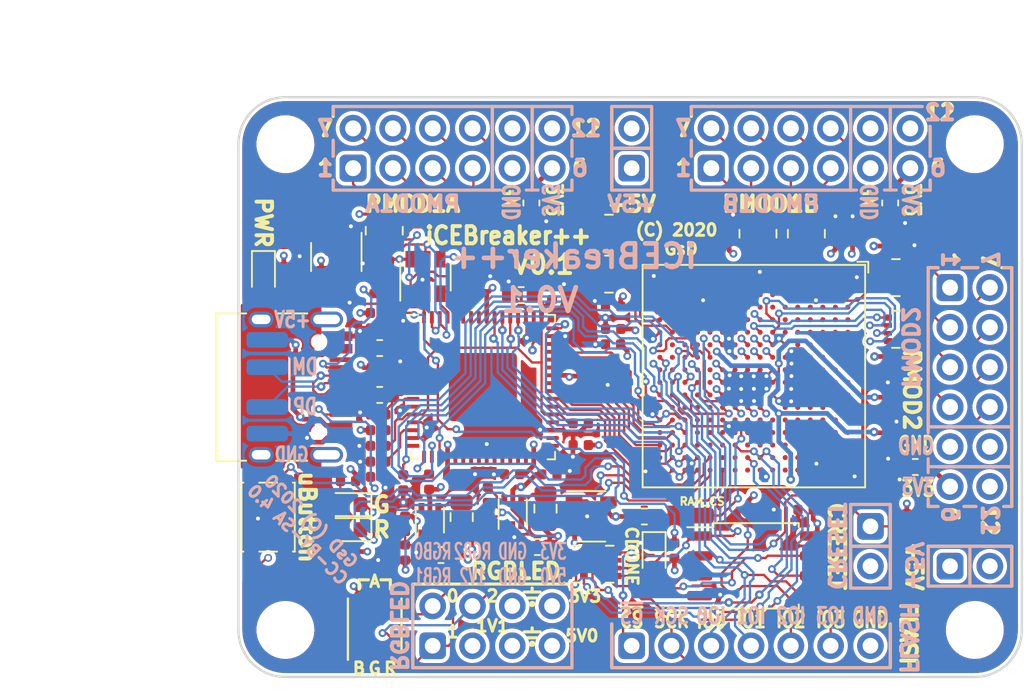
<source format=kicad_pcb>
(kicad_pcb (version 20201116) (generator pcbnew)
  (title_block (title "iCEBreaker") (rev "V1.0d") (company "1BitSquared") (comment 1 "(C) 2019 Piotr Esden-Tempski <piotr@1bitsquared.com>") (comment 2 "(C) 2019 1BitSquared <info@1bitsquared.com>") (comment 3 "License: CC-BY-SA 4.0"))
  (layers (0 "F.Cu" signal) (1 "In1.Cu" signal) (2 "In2.Cu" signal) (31 "B.Cu" signal) (34 "B.Paste" user) (35 "F.Paste" user) (36 "B.SilkS" user "B.Silkscreen") (37 "F.SilkS" user "F.Silkscreen") (38 "B.Mask" user) (39 "F.Mask" user) (44 "Edge.Cuts" user))
  (net 0 "")
  (net 1 "/~LEDG")
  (net 2 "/xFIFO_~WR")
  (net 3 "+3V3")
  (net 4 "Net-(D1-Pad2)")
  (net 5 "+1V2")
  (net 6 "/xFIFO_WKUP")
  (net 7 "/~BUTTON")
  (net 8 "/FLASH_SCK")
  (net 9 "/xFIFO_~RD")
  (net 10 "/xFIFO_~RXF")
  (net 11 "Net-(U8-PadL13)")
  (net 12 "Net-(U8-PadK13)")
  (net 13 "/xFIFO_D7")
  (net 14 "/xFIFO_D6")
  (net 15 "Net-(U8-PadL15)")
  (net 16 "Net-(C26-Pad2)")
  (net 17 "/xFIFO_D5")
  (net 18 "/xFIFO_D4")
  (net 19 "Net-(U8-PadF5)")
  (net 20 "/JTAG_TCK")
  (net 21 "/xFIFO_D3")
  (net 22 "/xFIFO_D2")
  (net 23 "Net-(U8-PadM12)")
  (net 24 "/xFIFO_~TXE")
  (net 25 "Net-(U8-PadF4)")
  (net 26 "GND")
  (net 27 "Net-(R6-Pad1)")
  (net 28 "Net-(D4-Pad2)")
  (net 29 "/FTDI_CLK")
  (net 30 "+5V")
  (net 31 "/JTAG_TMS")
  (net 32 "Net-(C12-Pad1)")
  (net 33 "Net-(R8-Pad1)")
  (net 34 "Net-(C13-Pad1)")
  (net 35 "+1V8")
  (net 36 "Net-(R9-Pad1)")
  (net 37 "Net-(D5-Pad2)")
  (net 38 "/DONE")
  (net 39 "/PMODS/P2_1")
  (net 40 "/PMODS/P2_1x")
  (net 41 "/PMODS/P2_2")
  (net 42 "/PMODS/P2_2x")
  (net 43 "/PMODS/P2_3")
  (net 44 "/PMODS/P2_3x")
  (net 45 "/PMODS/P2_4")
  (net 46 "/PMODS/P2_4x")
  (net 47 "/PMODS/P1A1")
  (net 48 "/PMODS/P1A1x")
  (net 49 "/shield")
  (net 50 "Net-(R2-Pad1)")
  (net 51 "/~LEDR")
  (net 52 "Net-(R2-Pad2)")
  (net 53 "Net-(R2-Pad3)")
  (net 54 "/RAM_CS")
  (net 55 "/PMODS/P1A2")
  (net 56 "/PMODS/P1A2x")
  (net 57 "/PMODS/P1A3")
  (net 58 "/PMODS/P1A3x")
  (net 59 "/PMODS/P1A4")
  (net 60 "/PMODS/P1A4x")
  (net 61 "/PMODS/P1B1")
  (net 62 "/PMODS/P1B1x")
  (net 63 "/PMODS/P1B2")
  (net 64 "/PMODS/P1B2x")
  (net 65 "/PMODS/P1B3")
  (net 66 "/PMODS/P1B3x")
  (net 67 "/PMODS/P1B4")
  (net 68 "/PMODS/P1B4x")
  (net 69 "/PMODS/P2_7")
  (net 70 "/PMODS/P2_7x")
  (net 71 "/USB_DP")
  (net 72 "/USB_DM")
  (net 73 "Net-(C27-Pad2)")
  (net 74 "/JTAG_TDO")
  (net 75 "/FLASH_MISO|IO1")
  (net 76 "/FLASH_MOSI|IO0")
  (net 77 "/FLASH_~WP~|IO2")
  (net 78 "/FLASH_~HLD~|~RST~|IO3")
  (net 79 "/FLASH_CS")
  (net 80 "/xFIFO_D1")
  (net 81 "/xFIFO_D0")
  (net 82 "Net-(U8-PadD3)")
  (net 83 "Net-(U8-PadC3)")
  (net 84 "Net-(L3-Pad1)")
  (net 85 "Net-(L4-Pad1)")
  (net 86 "Net-(U8-PadN12)")
  (net 87 "Net-(U8-PadN14)")
  (net 88 "/JTAG_TDI")
  (net 89 "Net-(U8-PadP11)")
  (net 90 "/~LED_RGB2")
  (net 91 "/~LED_RGB1")
  (net 92 "/~LED_RGB0")
  (net 93 "/PMODS/P2_8")
  (net 94 "/PMODS/P2_8x")
  (net 95 "/PMODS/P2_9")
  (net 96 "/PMODS/P2_9x")
  (net 97 "/PMODS/P2_10")
  (net 98 "/PMODS/P2_10x")
  (net 99 "/PMODS/P1A7")
  (net 100 "/PMODS/P1A7x")
  (net 101 "/PMODS/P1A8")
  (net 102 "/PMODS/P1A8x")
  (net 103 "/PMODS/P1A9")
  (net 104 "/PMODS/P1A9x")
  (net 105 "/PMODS/P1A10")
  (net 106 "/PMODS/P1A10x")
  (net 107 "/PMODS/P1B7")
  (net 108 "/PMODS/P1B7x")
  (net 109 "/PMODS/P1B8")
  (net 110 "/PMODS/P1B8x")
  (net 111 "/PMODS/P1B9")
  (net 112 "/PMODS/P1B9x")
  (net 113 "/PMODS/P1B10")
  (net 114 "/PMODS/P1B10x")
  (net 115 "Net-(U8-PadN11)")
  (net 116 "Net-(U8-PadM11)")
  (net 117 "Net-(U8-PadT2)")
  (net 118 "Net-(U8-PadR2)")
  (net 119 "Net-(U8-PadN3)")
  (net 120 "Net-(U8-PadM4)")
  (net 121 "Net-(U8-PadK16)")
  (net 122 "Net-(U8-PadJ16)")
  (net 123 "Net-(U8-PadG16)")
  (net 124 "Net-(U8-PadF16)")
  (net 125 "Net-(U8-PadE16)")
  (net 126 "Net-(U8-PadD16)")
  (net 127 "Net-(U8-PadC16)")
  (net 128 "Net-(U8-PadB16)")
  (net 129 "Net-(U8-PadP3)")
  (net 130 "/PROGRAMn")
  (net 131 "Net-(R2-Pad4)")
  (net 132 "Net-(U8-PadM9)")
  (net 133 "Net-(U8-PadK15)")
  (net 134 "Net-(U8-PadG15)")
  (net 135 "Net-(U8-PadF15)")
  (net 136 "Net-(U8-PadE15)")
  (net 137 "Net-(U8-PadC15)")
  (net 138 "Net-(U8-PadB15)")
  (net 139 "Net-(U8-PadA15)")
  (net 140 "Net-(U8-PadM8)")
  (net 141 "Net-(U8-PadN13)")
  (net 142 "Net-(U8-PadM14)")
  (net 143 "Net-(U8-PadM13)")
  (net 144 "Net-(U8-PadL14)")
  (net 145 "Net-(U8-PadL12)")
  (net 146 "Net-(U8-PadJ14)")
  (net 147 "Net-(U8-PadH14)")
  (net 148 "Net-(U8-PadG14)")
  (net 149 "Net-(U8-PadF14)")
  (net 150 "Net-(U8-PadE14)")
  (net 151 "Net-(U8-PadD14)")
  (net 152 "Net-(U8-PadC14)")
  (net 153 "Net-(U8-PadB14)")
  (net 154 "Net-(U8-PadA14)")
  (net 155 "Net-(U8-PadN4)")
  (net 156 "Net-(U8-PadR1)")
  (net 157 "Net-(U8-PadP1)")
  (net 158 "Net-(U8-PadK3)")
  (net 159 "Net-(U8-PadK1)")
  (net 160 "Net-(U8-PadJ5)")
  (net 161 "Net-(U8-PadJ3)")
  (net 162 "Net-(U8-PadJ13)")
  (net 163 "Net-(U8-PadH13)")
  (net 164 "Net-(U8-PadG13)")
  (net 165 "Net-(U8-PadF13)")
  (net 166 "Net-(U8-PadE13)")
  (net 167 "Net-(U8-PadD13)")
  (net 168 "Net-(U8-PadC13)")
  (net 169 "Net-(U8-PadB13)")
  (net 170 "Net-(U8-PadA13)")
  (net 171 "Net-(U8-PadF3)")
  (net 172 "Net-(U8-PadE3)")
  (net 173 "Net-(U8-PadJ12)")
  (net 174 "Net-(U8-PadH12)")
  (net 175 "Net-(U8-PadG12)")
  (net 176 "Net-(U8-PadF12)")
  (net 177 "Net-(U8-PadE12)")
  (net 178 "Net-(U8-PadD12)")
  (net 179 "Net-(U8-PadC12)")
  (net 180 "Net-(U8-PadB12)")
  (net 181 "Net-(U8-PadA12)")
  (net 182 "+1V1")
  (net 183 "+2V5")
  (net 184 "Net-(U8-PadE11)")
  (net 185 "Net-(U8-PadD11)")
  (net 186 "Net-(U8-PadC11)")
  (net 187 "Net-(U8-PadB11)")
  (net 188 "Net-(U8-PadA11)")
  (net 189 "Net-(U8-PadE10)")
  (net 190 "Net-(U8-PadD10)")
  (net 191 "Net-(U8-PadC10)")
  (net 192 "Net-(U8-PadB10)")
  (net 193 "Net-(U8-PadA10)")
  (net 194 "Net-(U8-PadT9)")
  (net 195 "Net-(U8-PadE9)")
  (net 196 "Net-(U8-PadD9)")
  (net 197 "Net-(U8-PadC9)")
  (net 198 "Net-(U8-PadB9)")
  (net 199 "Net-(U8-PadA9)")
  (net 200 "Net-(U8-PadR8)")
  (net 201 "Net-(U8-PadP8)")
  (net 202 "Net-(U8-PadE8)")
  (net 203 "Net-(U8-PadD8)")
  (net 204 "Net-(U8-PadC8)")
  (net 205 "Net-(U8-PadB8)")
  (net 206 "Net-(U8-PadA8)")
  (net 207 "Net-(U8-PadR7)")
  (net 208 "Net-(U8-PadP7)")
  (net 209 "Net-(U8-PadE7)")
  (net 210 "Net-(U8-PadD7)")
  (net 211 "Net-(U8-PadC7)")
  (net 212 "Net-(U8-PadB7)")
  (net 213 "Net-(U8-PadA7)")
  (net 214 "Net-(U8-PadT6)")
  (net 215 "Net-(U8-PadR6)")
  (net 216 "Net-(U8-PadP6)")
  (net 217 "Net-(U8-PadN6)")
  (net 218 "Net-(U8-PadM6)")
  (net 219 "Net-(U8-PadE6)")
  (net 220 "Net-(U8-PadD6)")
  (net 221 "Net-(U8-PadC6)")
  (net 222 "Net-(U8-PadB6)")
  (net 223 "Net-(U8-PadA6)")
  (net 224 "Net-(U8-PadP5)")
  (net 225 "Net-(U8-PadN5)")
  (net 226 "Net-(U8-PadM5)")
  (net 227 "Net-(U8-PadL5)")
  (net 228 "Net-(U8-PadK5)")
  (net 229 "Net-(U8-PadE5)")
  (net 230 "Net-(U8-PadD5)")
  (net 231 "Net-(U8-PadC5)")
  (net 232 "Net-(U8-PadB5)")
  (net 233 "Net-(U8-PadA5)")
  (net 234 "Net-(U8-PadL4)")
  (net 235 "Net-(U8-PadK4)")
  (net 236 "Net-(U8-PadJ4)")
  (net 237 "Net-(U8-PadE4)")
  (net 238 "Net-(U8-PadD4)")
  (net 239 "Net-(U8-PadC4)")
  (net 240 "Net-(U8-PadB4)")
  (net 241 "Net-(U8-PadA4)")
  (net 242 "Net-(U8-PadK2)")
  (net 243 "Net-(U8-PadM3)")
  (net 244 "Net-(U8-PadL3)")
  (net 245 "Net-(U8-PadH3)")
  (net 246 "Net-(U8-PadG3)")
  (net 247 "Net-(U8-PadR4)")
  (net 248 "Net-(U8-PadT3)")
  (net 249 "Net-(U8-PadB3)")
  (net 250 "Net-(U8-PadA3)")
  (net 251 "Net-(U8-PadM2)")
  (net 252 "Net-(U8-PadF2)")
  (net 253 "Net-(U8-PadA2)")
  (net 254 "Net-(U8-PadM1)")
  (net 255 "Net-(U8-PadE1)")
  (net 256 "Net-(J24-PadB8)")
  (net 257 "Net-(J24-PadA5)")
  (net 258 "Net-(J24-PadA8)")
  (net 259 "Net-(J24-PadB5)")
  (net 260 "Net-(U8-PadJ15)")
  (net 261 "Net-(U8-PadH15)")
  (net 262 "Net-(U8-PadK14)")
  (footprint "gsd-footprints:PMOD_Angled_2x06" (layer "F.Cu") (at 72.88 33.53 180)
    (fp_text reference "J27" hide)
    (fp_text value "PMOD" hide)
  )
  (footprint "Mounting_Holes:MountingHole_3-5mm" (layer "F.Cu") (at 77 32)
    (fp_text reference "REF**" hide)
    (fp_text value "MH3" hide)
  )
  (footprint "Mounting_Holes:MountingHole_3-5mm" (layer "F.Cu") (at 33 63)
    (fp_text reference "REF**" hide)
    (fp_text value "MH3" hide)
  )
  (footprint "Mounting_Holes:MountingHole_3-5mm" (layer "F.Cu") (at 77 63)
    (fp_text reference "REF**" hide)
    (fp_text value "MH3" hide)
  )
  (footprint "Capacitor_SMD:C_0402_1005Metric" (layer "F.Cu") (at 38.925 49.25 180)
    (fp_text reference "C13" hide)
    (fp_text value "100n" hide)
  )
  (footprint "Connector_PinHeader_2.54mm:PinHeader_2x04_P2.54mm_Vertical" (layer "F.Cu") (at 42.4 64.01 90)
    (fp_text reference "J25" hide)
    (fp_text value "RGB Led" hide)
  )
  (footprint "Mounting_Holes:MountingHole_3-5mm" (layer "F.Cu") (at 33 32)
    (fp_text reference "REF**" hide)
    (fp_text value "MH3" hide)
  )
  (footprint "Connector_PinHeader_2.54mm:PinHeader_2x01_P2.54mm_Vertical" (layer "F.Cu") (at 75.42 58.93)
    (fp_text reference "J22" hide)
    (fp_text value "5V AUX" hide)
  )
  (footprint "Capacitor_SMD:C_0402_1005Metric" (layer "F.Cu") (at 39.65 41.05 90)
    (fp_text reference "C17" hide)
    (fp_text value "100n" hide)
  )
  (footprint "Capacitor_SMD:C_0402_1005Metric" (layer "F.Cu") (at 45.26 40.91 90)
    (fp_text reference "C21" hide)
    (fp_text value "100n" hide)
  )
  (footprint "Capacitor_SMD:C_0402_1005Metric" (layer "F.Cu") (at 47.47 53.06 180)
    (fp_text reference "C19" hide)
    (fp_text value "100n" hide)
  )
  (footprint "Capacitor_SMD:C_0402_1005Metric" (layer "F.Cu") (at 36.02 41.61)
    (fp_text reference "C4" hide)
    (fp_text value "100n" hide)
  )
  (footprint "Capacitor_SMD:C_0402_1005Metric" (layer "F.Cu") (at 50.02 41.43 90)
    (fp_text reference "C10" hide)
    (fp_text value "100n" hide)
  )
  (footprint "Capacitor_SMD:C_0402_1005Metric" (layer "F.Cu") (at 43.84 53.08)
    (fp_text reference "C18" hide)
    (fp_text value "100n" hide)
  )
  (footprint "Resistor_SMD:R_0402_1005Metric" (layer "F.Cu") (at 37 53.5)
    (fp_text reference "R14" hide)
    (fp_text value "330E" hide)
  )
  (footprint "Resistor_SMD:R_0402_1005Metric" (layer "F.Cu") (at 31.3 59.4 180)
    (fp_text reference "R13" hide)
    (fp_text value "10k" hide)
  )
  (footprint "Resistor_SMD:R_0402_1005Metric" (layer "F.Cu") (at 38.97 46.26 180)
    (fp_text reference "R9" hide)
    (fp_text value "10k" hide)
  )
  (footprint "Capacitor_SMD:C_0402_1005Metric" (layer "F.Cu") (at 38.925 51.25 180)
    (fp_text reference "C14" hide)
    (fp_text value "100n" hide)
  )
  (footprint "Inductor_SMD:L_0402_1005Metric" (layer "F.Cu") (at 38.925 50.25)
    (fp_text reference "L1" hide)
    (fp_text value "600" hide)
  )
  (footprint "Inductor_SMD:L_0402_1005Metric" (layer "F.Cu") (at 38.91 42.77)
    (fp_text reference "L2" hide)
    (fp_text value "600" hide)
  )
  (footprint "Capacitor_SMD:C_0402_1005Metric" (layer "F.Cu") (at 38.925 43.75 180)
    (fp_text reference "C12" hide)
    (fp_text value "100n" hide)
  )
  (footprint "Package_TO_SOT_SMD:SOT-23-6" (layer "F.Cu") (at 41.94 40.44 90)
    (fp_text reference "U1" hide)
    (fp_text value "93C46B-SOT-23-6" hide)
  )
  (footprint "Package_DFN_QFN:QFN-64-1EP_9x9mm_P0.5mm_EP4.35x4.35mm" (layer "F.Cu") (at 45.6 47.5)
    (fp_text reference "U2" hide)
    (fp_text value "FT2232H" hide)
  )
  (footprint "Resistor_SMD:R_0402_1005Metric" (layer "F.Cu") (at 44.28 40.91 90)
    (fp_text reference "R6" hide)
    (fp_text value "2k2" hide)
  )
  (footprint "Resistor_SMD:R_0402_1005Metric" (layer "F.Cu") (at 38.92 52.26 180)
    (fp_text reference "R8" hide)
    (fp_text value "12k" hide)
  )
  (footprint "Resistor_SMD:R_0402_1005Metric" (layer "F.Cu") (at 57.83 57.94 90)
    (fp_text reference "R12" hide)
    (fp_text value "2k2" hide)
  )
  (footprint "Resistor_SMD:R_0402_1005Metric" (layer "F.Cu") (at 37 58)
    (fp_text reference "R15" hide)
    (fp_text value "330E" hide)
  )
  (footprint "LED_SMD:LED_0603_1608Metric" (layer "F.Cu") (at 56.53 58.24 -90)
    (fp_text reference "D3" hide)
    (fp_text value "BLU" hide)
  )
  (footprint "LED_SMD:LED_0603_1608Metric" (layer "F.Cu") (at 37 55 180)
    (fp_text reference "D4" hide)
    (fp_text value "GRN" hide)
  )
  (footprint "LED_SMD:LED_0603_1608Metric" (layer "F.Cu") (at 37 56.6 180)
    (fp_text reference "D5" hide)
    (fp_text value "RED" hide)
  )
  (footprint "Capacitor_SMD:C_0402_1005Metric" (layer "F.Cu") (at 66.2 55.33 180)
    (fp_text reference "C22" hide)
    (fp_text value "100n" hide)
  )
  (footprint "Capacitor_SMD:C_0402_1005Metric" (layer "F.Cu") (at 52.41 46.8)
    (fp_text reference "C20" hide)
    (fp_text value "100n" hide)
  )
  (footprint "Capacitor_SMD:C_0402_1005Metric" (layer "F.Cu") (at 51.85 49.82)
    (fp_text reference "C16" hide)
    (fp_text value "100n" hide)
  )
  (footprint "Capacitor_SMD:C_0402_1005Metric" (layer "F.Cu") (at 39.16 39.46 180)
    (fp_text reference "C1" hide)
    (fp_text value "100n" hide)
  )
  (footprint "gsd-footprints:PMOD_Angled_2x06" (layer "F.Cu") (at 50.02 33.53 180)
    (fp_text reference "J23" hide)
    (fp_text value "PMOD" hide)
  )
  (footprint "Connector_PinHeader_2.54mm:PinHeader_2x01_P2.54mm_Vertical" (layer "F.Cu") (at 55.1 33.53 90)
    (fp_text reference "J26" hide)
    (fp_text value "5V AUX" hide)
  )
  (footprint "Connector_PinHeader_2.54mm:PinHeader_1x07_P2.54mm_Vertical" (layer "F.Cu") (at 55.1 64.01 90)
    (fp_text reference "J20" hide)
    (fp_text value "Flash" hide)
  )
  (footprint "Capacitor_SMD:C_0603_1608Metric" (layer "F.Cu") (at 39.02 48 180)
    (fp_text reference "C9" hide)
    (fp_text value "4u7" hide)
  )
  (footprint "Capacitor_SMD:C_0603_1608Metric" (layer "F.Cu") (at 39.02 45.01 180)
    (fp_text reference "C6" hide)
    (fp_text value "4u7" hide)
  )
  (footprint "Resistor_SMD:R_0402_1005Metric" (layer "F.Cu") (at 33.9 40.3 -90)
    (fp_text reference "R1" hide)
    (fp_text value "1M" hide)
  )
  (footprint "Resistor_SMD:R_0402_1005Metric" (layer "F.Cu") (at 32.9 40.3 -90)
    (fp_text reference "R5" hide)
    (fp_text value "330E" hide)
  )
  (footprint "Capacitor_SMD:C_0603_1608Metric" (layer "F.Cu") (at 48.05 41.63 180)
    (fp_text reference "C7" hide)
    (fp_text value "4u7" hide)
  )
  (footprint "Resistor_SMD:R_Array_Convex_4x0402" (layer "F.Cu") (at 63.16 37.71 90)
    (fp_text reference "R4" hide)
    (fp_text value "33R" hide)
  )
  (footprint "Resistor_SMD:R_0402_1005Metric" (layer "F.Cu") (at 52.39823 47.755848)
    (fp_text reference "R25" hide)
    (fp_text value "10k" hide)
  )
  (footprint "Connector_PinHeader_2.54mm:PinHeader_2x01_P2.54mm_Vertical" (layer "F.Cu") (at 70.34 56.39 -90)
    (fp_text reference "J28" hide)
    (fp_text value "CRESET" hide)
  )
  (footprint "Resistor_SMD:R_Array_Convex_4x0402" (layer "F.Cu") (at 53.7 58.805)
    (fp_text reference "R11" hide)
    (fp_text value "10k" hide)
  )
  (footprint "Capacitor_SMD:C_0603_1608Metric" (layer "F.Cu") (at 71.6 35.75 90)
    (fp_text reference "C33" hide)
    (fp_text value "DNP" hide)
  )
  (footprint "Capacitor_SMD:C_0603_1608Metric" (layer "F.Cu") (at 48.7 35.75 90)
    (fp_text reference "C32" hide)
    (fp_text value "DNP" hide)
  )
  (footprint "gsd-footprints:PMOD_Angled_2x06" (layer "F.Cu") (at 75.42 53.85 90)
    (fp_text reference "J21" hide)
    (fp_text value "PMOD" hide)
  )
  (footprint "Capacitor_SMD:C_0603_1608Metric" (layer "F.Cu") (at 73.2 52.6)
    (fp_text reference "C34" hide)
    (fp_text value "DNP" hide)
  )
  (footprint "Button_Switch_SMD:SW_SPST_PTS810" (layer "F.Cu") (at 31.9 55.8 -90)
    (fp_text reference "SW1" hide)
    (fp_text value "TACT" hide)
  )
  (footprint "pkl_pads:PAD_SMD_1x1.5" (layer "F.Cu") (at 59.6 55.7)
    (fp_text reference "P6" hide)
    (fp_text value "RAM_CS" hide)
  )
  (footprint "pkl_led:LED_Cree_PLCC6_3.4x3.4mm" (layer "F.Cu") (at 38.7 62.7 90)
    (fp_text reference "D11" hide)
    (fp_text value "LED_RGB" hide)
  )
  (footprint "LED_SMD:LED_0603_1608Metric" (layer "F.Cu") (at 31.6 40.3 -90)
    (fp_text reference "D1" hide)
    (fp_text value "GRN" hide)
  )
  (footprint "Capacitor_SMD:C_0402_1005Metric" (layer "F.Cu") (at 49.85 53.07)
    (fp_text reference "C23" hide)
    (fp_text value "4.7uF" hide)
  )
  (footprint "Resistor_SMD:R_0402_1005Metric" (layer "F.Cu") (at 39.65 58.07 90)
    (fp_text reference "R23" hide)
    (fp_text value "47k" hide)
  )
  (footprint "Capacitor_SMD:C_0402_1005Metric" (layer "F.Cu") (at 53.915 42.35 180)
    (fp_text reference "C36" hide)
    (fp_text value "0.1uF" hide)
  )
  (footprint "Capacitor_SMD:C_0402_1005Metric" (layer "F.Cu") (at 40.64 56.225 -90)
    (fp_text reference "C26" hide)
    (fp_text value "6.8pF" hide)
  )
  (footprint "Package_TO_SOT_SMD:SOT-23-5" (layer "F.Cu") (at 36.25 39.2 -90)
    (fp_text reference "U7" hide)
    (fp_text value "12MHz" hide)
  )
  (footprint "Capacitor_SMD:C_0402_1005Metric" (layer "F.Cu") (at 53.91 44.77 180)
    (fp_text reference "C2" hide)
    (fp_text value "0.1uF" hide)
  )
  (footprint "Package_TO_SOT_SMD:SOT-23-5" (layer "F.Cu") (at 52.52 55.75)
    (fp_text reference "U6" hide)
    (fp_text value "TLV713285PDBV" hide)
  )
  (footprint "Capacitor_SMD:C_0603_1608Metric" (layer "F.Cu") (at 55.91 55.76)
    (fp_text reference "C24" hide)
    (fp_text value "10uF" hide)
  )
  (footprint "Capacitor_SMD:C_0402_1005Metric" (layer "F.Cu") (at 71.44 46.05 -90)
    (fp_text reference "C30" hide)
    (fp_text value "1uF" hide)
  )
  (footprint "Capacitor_SMD:C_0402_1005Metric" (layer "F.Cu") (at 61.32 37.74 90)
    (fp_text reference "C3" hide)
    (fp_text value "0.1uF" hide)
  )
  (footprint "Resistor_SMD:R_Array_Convex_4x0402" (layer "F.Cu") (at 66.25 37.71 90)
    (fp_text reference "R17" hide)
    (fp_text value "33R" hide)
  )
  (footprint "Resistor_SMD:R_0402_1005Metric" (layer "F.Cu") (at 38.68 41.05 -90)
    (fp_text reference "R21" hide)
    (fp_text value "5.1k" hide)
  )
  (footprint "Resistor_SMD:R_Array_Convex_4x0402" (layer "F.Cu") (at 53.65 37.68)
    (fp_text reference "R3" hide)
    (fp_text value "33R" hide)
  )
  (footprint "Capacitor_SMD:C_0402_1005Metric" (layer "F.Cu") (at 63.07 55.32)
    (fp_text reference "C8" hide)
    (fp_text value "0.1uF" hide)
  )
  (footprint "Capacitor_SMD:C_0402_1005Metric" (layer "F.Cu") (at 69.2 37.75 90)
    (fp_text reference "C38" hide)
    (fp_text value "0.1uF" hide)
  )
  (footprint "Resistor_SMD:R_0402_1005Metric" (layer "F.Cu") (at 72.66 56.07 -90)
    (fp_text reference "R19" hide)
    (fp_text value "10k" hide)
  )
  (footprint "Resistor_SMD:R_Array_Convex_4x0402" (layer "F.Cu") (at 51.55 58.8)
    (fp_text reference "R27" hide)
    (fp_text value "33R" hide)
  )
  (footprint "Connector_USB:USB_C_Receptacle_HRO_TYPE-C-31-M-12" (layer "F.Cu") (at 32.5 47.5 -90)
    (fp_text reference "J24" hide)
    (fp_text value "USB_C_Receptacle_USB2.0" hide)
  )
  (footprint "Inductor_SMD:L_0805_2012Metric" (layer "F.Cu") (at 49.6 55.26 -90)
    (fp_text reference "L4" hide)
    (fp_text value "2.2uH" hide)
  )
  (footprint "Package_TO_SOT_SMD:SOT-666" (layer "F.Cu") (at 47.51 55.46 90)
    (fp_text reference "U5" hide)
    (fp_text value "TLV62569DRL" hide)
  )
  (footprint "Capacitor_SMD:C_0402_1005Metric" (layer "F.Cu") (at 53.92 43.79 180)
    (fp_text reference "C11" hide)
    (fp_text value "0.1uF" hide)
  )
  (footprint "Capacitor_SMD:C_0402_1005Metric" (layer "F.Cu") (at 51.85 51.2 180)
    (fp_text reference "C37" hide)
    (fp_text value "0.1uF" hide)
  )
  (footprint "Resistor_SMD:R_0402_1005Metric" (layer "F.Cu") (at 46.67 57.64 180)
    (fp_text reference "R26" hide)
    (fp_text value "100k" hide)
  )
  (footprint "Capacitor_SMD:C_0603_1608Metric" (layer "F.Cu") (at 42.9325 58.22 180)
    (fp_text reference "C28" hide)
    (fp_text value "10uF" hide)
  )
  (footprint "Capacitor_SMD:C_0402_1005Metric" (layer "F.Cu") (at 71.45 48.65 -90)
    (fp_text reference "C35" hide)
    (fp_text value "0.1uF" hide)
  )
  (footprint "Resistor_SMD:R_Array_Convex_4x0402" (layer "F.Cu") (at 53.65 40.29)
    (fp_text reference "R16" hide)
    (fp_text value "33R" hide)
  )
  (footprint "Package_BGA:BGA-256_14.0x14.0mm_Layout16x16_P0.8mm_Ball0.45mm_Pad0.32mm_NSMD" (layer "F.Cu") (at 62.9 46.8 -90)
    (fp_text reference "U8" hide)
    (fp_text value "ECP5U-12-CABGA256" hide)
  )
  (footprint "Capacitor_SMD:C_0402_1005Metric" (layer "F.Cu") (at 45.93 56.24 -90)
    (fp_text reference "C27" hide)
    (fp_text value "6.8pF" hide)
  )
  (footprint "Package_SO:SOIC-8_5.23x5.23mm_P1.27mm" (layer "F.Cu") (at 63.04 58.91)
    (fp_text reference "U3" hide)
    (fp_text value "W25Q32JVSS" hide)
  )
  (footprint "Capacitor_SMD:C_0603_1608Metric" (layer "F.Cu") (at 49.08 57.71 180)
    (fp_text reference "C29" hide)
    (fp_text value "10uF" hide)
  )
  (footprint "Capacitor_SMD:C_0402_1005Metric" (layer "F.Cu") (at 71.95 38.5)
    (fp_text reference "C31" hide)
    (fp_text value "1uF" hide)
  )
  (footprint "Inductor_SMD:L_0805_2012Metric" (layer "F.Cu") (at 44.25 55.8 -90)
    (fp_text reference "L3" hide)
    (fp_text value "2.2uH" hide)
  )
  (footprint "Resistor_SMD:R_Array_Convex_4x0402" (layer "F.Cu") (at 71.965 43.815)
    (fp_text reference "R18" hide)
    (fp_text value "33R" hide)
  )
  (footprint "Resistor_SMD:R_Array_Convex_4x0402" (layer "F.Cu") (at 71.965 40.515)
    (fp_text reference "R7" hide)
    (fp_text value "33R" hide)
  )
  (footprint "Resistor_SMD:R_0402_1005Metric" (layer "F.Cu") (at 40.64 58.06 -90)
    (fp_text reference "R10" hide)
    (fp_text value "210k" hide)
  )
  (footprint "Capacitor_SMD:C_0402_1005Metric" (layer "F.Cu") (at 42.17 53.54 90)
    (fp_text reference "C15" hide)
    (fp_text value "4.7uF" hide)
  )
  (footprint "Resistor_SMD:R_0402_1005Metric" (layer "F.Cu") (at 45.92 54.38 90)
    (fp_text reference "R24" hide)
    (fp_text value "84k5" hide)
  )
  (footprint "Capacitor_SMD:C_0402_1005Metric" (layer "F.Cu") (at 68.1 37.75 90)
    (fp_text reference "C5" hide)
    (fp_text value "0.1uF" hide)
  )
  (footprint "Resistor_SMD:R_0402_1005Metric" (layer "F.Cu") (at 40.52 53.58 -90)
    (fp_text reference "R20" hide)
    (fp_text value "1k" hide)
  )
  (footprint "Capacitor_SMD:C_0402_1005Metric" (layer "F.Cu") (at 71.45 50.9 -90)
    (fp_text reference "C25" hide)
    (fp_text value "1uF" hide)
  )
  (footprint "Package_TO_SOT_SMD:SOT-666" (layer "F.Cu") (at 42.22 55.99 90)
    (fp_text reference "U4" hide)
    (fp_text value "TLV62569DRL" hide)
  )
  (footprint "Resistor_SMD:R_0402_1005Metric" (layer "F.Cu") (at 38.92 53.23 180)
    (fp_text reference "R22" hide)
    (fp_text value "5.1k" hide)
  )
  (footprint "Resistor_SMD:R_Array_Convex_4x0402" (layer "F.Cu") (at 39.31 37.52 90)
    (fp_text reference "R2" hide)
    (fp_text value "10k" hide)
  )
  (footprint "pkl_pads:PAD_SMD_1x2.65" (layer "B.Cu") (at 31.84 48.77)
    (fp_text reference "P4" hide)
    (fp_text value "UP" hide)
  )
  (footprint "pkl_pads:PAD_SMD_1x2.65" (layer "B.Cu") (at 31.84 46.23)
    (fp_text reference "P3" hide)
    (fp_text value "UP" hide)
  )
  (footprint "pkl_pads:PAD_SMD_1x2.65" (layer "B.Cu") (at 31.835 50.47)
    (fp_text reference "P5" hide)
    (fp_text value "UP" hide)
  )
  (footprint "pkl_pads:PAD_SMD_1x2.65" (layer "B.Cu") (at 31.835 44.49)
    (fp_text reference "P2" hide)
    (fp_text value "UP" hide)
  )
  (gr_line (start 36.05 31.752) (end 36.05 32.768) (layer "B.SilkS") (width 0.2))
  (gr_line (start 58.91 31.752) (end 58.91 32.768) (layer "B.SilkS") (width 0.2))
  (gr_line (start 69.07 29.593) (end 58.91 29.593) (layer "B.SilkS") (width 0.2))
  (gr_line (start 58.91 34.292) (end 58.91 34.927) (layer "B.SilkS") (width 0.2))
  (gr_line (start 69.07 29.593) (end 71.61 29.593) (layer "B.SilkS") (width 0.2))
  (gr_line (start 69.07 29.593) (end 69.07 34.927) (layer "B.SilkS") (width 0.2))
  (gr_line (start 71.61 29.593) (end 73.642 29.593) (layer "B.SilkS") (width 0.2))
  (gr_line (start 58.91 34.927) (end 69.451 34.927) (layer "B.SilkS") (width 0.2))
  (gr_line (start 74.15 30.863) (end 74.15 32.768) (layer "B.SilkS") (width 0.2))
  (gr_line (start 71.61 29.593) (end 71.61 34.927) (layer "B.SilkS") (width 0.2))
  (gr_line (start 73.642 34.927) (end 74.15 34.927) (layer "B.SilkS") (width 0.2))
  (gr_line (start 58.91 29.593) (end 58.91 30.101) (layer "B.SilkS") (width 0.2))
  (gr_line (start 53.83 34.927) (end 56.37 34.927) (layer "B.SilkS") (width 0.2))
  (gr_line (start 53.829999 29.593) (end 53.83 34.927) (layer "B.SilkS") (width 0.2))
  (gr_line (start 56.37 29.593) (end 56.37 34.927) (layer "B.SilkS") (width 0.2))
  (gr_line (start 53.829999 29.593) (end 56.37 29.593) (layer "B.SilkS") (width 0.2))
  (gr_line (start 74.023 57.66) (end 79.357 57.66) (layer "B.SilkS") (width 0.2))
  (gr_line (start 74.023 60.200001) (end 79.357 60.2) (layer "B.SilkS") (width 0.2))
  (gr_line (start 74.023 60.200001) (end 74.023 57.66) (layer "B.SilkS") (width 0.2))
  (gr_line (start 79.357 60.2) (end 79.357 57.66) (layer "B.SilkS") (width 0.2))
  (gr_line (start 79.357 50.04) (end 79.357 39.88) (layer "B.SilkS") (width 0.2))
  (gr_line (start 79.357 39.88) (end 78.849 39.88) (layer "B.SilkS") (width 0.2))
  (gr_line (start 74.658 39.88) (end 74.023 39.88) (layer "B.SilkS") (width 0.2))
  (gr_line (start 79.357 50.04) (end 74.023 50.04) (layer "B.SilkS") (width 0.2))
  (gr_line (start 77.198 39.88) (end 76.182 39.88) (layer "B.SilkS") (width 0.2))
  (gr_line (start 79.357 50.04) (end 79.357 52.58) (layer "B.SilkS") (width 0.2))
  (gr_line (start 74.023 39.88) (end 74.023 50.421) (layer "B.SilkS") (width 0.2))
  (gr_line (start 79.357 52.58) (end 74.023 52.58) (layer "B.SilkS") (width 0.2))
  (gr_line (start 79.357 52.58) (end 79.357 55.12) (layer "B.SilkS") (width 0.2))
  (gr_line (start 74.023 54.612) (end 74.023 55.12) (layer "B.SilkS") (width 0.2))
  (gr_line (start 71.610001 60.327) (end 69.07 60.327) (layer "B.SilkS") (width 0.2))
  (gr_line (start 71.610001 60.327) (end 71.61 54.993) (layer "B.SilkS") (width 0.2))
  (gr_line (start 69.07 57.66) (end 71.61 57.66) (layer "B.SilkS") (width 0.2))
  (gr_line (start 69.07 60.327) (end 69.069999 54.993) (layer "B.SilkS") (width 0.2))
  (gr_line (start 71.61 54.993) (end 69.069999 54.993) (layer "B.SilkS") (width 0.2))
  (gr_line (start 51.29 60.073) (end 51.29 65.407) (layer "B.SilkS") (width 0.2))
  (gr_line (start 41.13 65.407) (end 51.29 65.407) (layer "B.SilkS") (width 0.2))
  (gr_line (start 71.61 65.407) (end 71.61 62.613) (layer "B.SilkS") (width 0.2))
  (gr_line (start 53.83 65.407001) (end 53.83 62.613) (layer "B.SilkS") (width 0.2))
  (gr_line (start 71.61 65.407) (end 53.83 65.407001) (layer "B.SilkS") (width 0.2))
  (gr_line (start 74.023 52.072) (end 74.023 52.961) (layer "B.SilkS") (width 0.2))
  (gr_line (start 48.75 29.593) (end 51.29 29.593) (layer "B.SilkS") (width 0.2))
  (gr_line (start 51.29 29.593) (end 51.29 30.101) (layer "B.SilkS") (width 0.2))
  (gr_line (start 41.13 65.407) (end 41.13 60.073) (layer "B.SilkS") (width 0.2))
  (gr_line (start 76.309 55.12) (end 77.071 55.12) (layer "B.SilkS") (width 0.2))
  (gr_line (start 46.21 29.593) (end 46.21 34.927) (layer "B.SilkS") (width 0.2))
  (gr_line (start 51.29 31.752) (end 51.29 32.768) (layer "B.SilkS") (width 0.2))
  (gr_line (start 48.369 34.927) (end 49.131 34.927) (layer "B.SilkS") (width 0.2))
  (gr_line (start 46.21 29.593) (end 36.05 29.593) (layer "B.SilkS") (width 0.2))
  (gr_line (start 50.782 34.927) (end 51.29 34.927) (layer "B.SilkS") (width 0.2))
  (gr_line (start 36.05 29.593) (end 36.05 30.101) (layer "B.SilkS") (width 0.2))
  (gr_line (start 36.05 34.927) (end 46.718 34.927) (layer "B.SilkS") (width 0.2))
  (gr_line (start 79.357 55.12) (end 78.849 55.12) (layer "B.SilkS") (width 0.2))
  (gr_line (start 46.21 29.593) (end 48.75 29.593) (layer "B.SilkS") (width 0.2))
  (gr_line (start 53.83 32.26) (end 56.37 32.26) (layer "B.SilkS") (width 0.2))
  (gr_line (start 51.29 34.927) (end 51.29 34.292) (layer "B.SilkS") (width 0.2))
  (gr_line (start 36.05 34.292) (end 36.05 34.927) (layer "B.SilkS") (width 0.2))
  (gr_line (start 74.023 55.12) (end 74.658 55.12) (layer "B.SilkS") (width 0.2))
  (gr_line (start 71.229 34.927) (end 71.991 34.927) (layer "B.SilkS") (width 0.2))
  (gr_line (start 59.8 62.3) (end 59.45 61.8) (layer "B.SilkS") (width 0.2))
  (gr_line (start 76.69 57.66) (end 76.69 60.2) (layer "B.SilkS") (width 0.2))
  (gr_line (start 74.15 34.927) (end 74.15 34.292) (layer "B.SilkS") (width 0.2))
  (gr_line (start 48.75 29.593) (end 48.75 34.927) (layer "B.SilkS") (width 0.2))
  (gr_line (start 36.05 32.768) (end 36.05 31.752001) (layer "F.SilkS") (width 0.2))
  (gr_line (start 46.209999 34.927) (end 36.05 34.927001) (layer "F.SilkS") (width 0.2))
  (gr_line (start 36.05 30.228) (end 36.05 29.593) (layer "F.SilkS") (width 0.2))
  (gr_line (start 46.209999 34.927) (end 46.591 34.927) (layer "F.SilkS") (width 0.2))
  (gr_line (start 46.209999 34.927) (end 46.21 29.593) (layer "F.SilkS") (width 0.2))
  (gr_line (start 50.909 34.927) (end 51.29 34.927) (layer "F.SilkS") (width 0.2))
  (gr_line (start 51.29 30.101) (end 51.29 29.593) (layer "F.SilkS") (width 0.2))
  (gr_line (start 36.05 29.593) (end 48.75 29.593) (layer "F.SilkS") (width 0.2))
  (gr_line (start 51.29 32.768) (end 51.29 31.752) (layer "F.SilkS") (width 0.2))
  (gr_line (start 48.75 34.292) (end 48.75 29.593) (layer "F.SilkS") (width 0.2))
  (gr_line (start 48.75 29.593) (end 51.29 29.593) (layer "F.SilkS") (width 0.2))
  (gr_line (start 36.05 34.927001) (end 36.05 34.292) (layer "F.SilkS") (width 0.2))
  (gr_line (start 69.069999 34.927) (end 69.324 34.927) (layer "F.SilkS") (width 0.2))
  (gr_line (start 58.91 32.768) (end 58.91 31.752001) (layer "F.SilkS") (width 0.2))
  (gr_line (start 74.15 34.927) (end 74.15 34.292) (layer "F.SilkS") (width 0.2))
  (gr_line (start 73.769 34.927) (end 74.15 34.927) (layer "F.SilkS") (width 0.2))
  (gr_line (start 71.61 34.292) (end 71.61 29.593) (layer "F.SilkS") (width 0.2))
  (gr_line (start 69.069999 34.927) (end 69.07 29.593) (layer "F.SilkS") (width 0.2))
  (gr_line (start 74.15 32.768) (end 74.15 30.863) (layer "F.SilkS") (width 0.2))
  (gr_line (start 71.61 29.593) (end 73.642 29.593) (layer "F.SilkS") (width 0.2))
  (gr_line (start 58.91 30.228) (end 58.91 29.593) (layer "F.SilkS") (width 0.2))
  (gr_line (start 58.91 29.593) (end 71.61 29.593) (layer "F.SilkS") (width 0.2))
  (gr_line (start 69.069999 34.927) (end 58.91 34.927001) (layer "F.SilkS") (width 0.2))
  (gr_line (start 58.91 34.927001) (end 58.91 34.292) (layer "F.SilkS") (width 0.2))
  (gr_line (start 53.829999 34.927) (end 56.37 34.927) (layer "F.SilkS") (width 0.2))
  (gr_line (start 56.37 34.927) (end 56.37 29.593) (layer "F.SilkS") (width 0.2))
  (gr_line (start 53.829999 34.927) (end 53.83 29.593) (layer "F.SilkS") (width 0.2))
  (gr_line (start 53.83 29.593) (end 56.37 29.593) (layer "F.SilkS") (width 0.2))
  (gr_line (start 74.023 60.199999) (end 74.023 57.66) (layer "F.SilkS") (width 0.2))
  (gr_line (start 79.357 60.200002) (end 74.023 60.199999) (layer "F.SilkS") (width 0.2))
  (gr_line (start 79.357 57.66) (end 74.023 57.66) (layer "F.SilkS") (width 0.2))
  (gr_line (start 79.357 60.200002) (end 79.357 57.66) (layer "F.SilkS") (width 0.2))
  (gr_line (start 74.023 50.039999) (end 74.023 50.294) (layer "F.SilkS") (width 0.2))
  (gr_line (start 76.182 39.88) (end 77.197999 39.88) (layer "F.SilkS") (width 0.2))
  (gr_line (start 78.722 39.88) (end 79.357 39.88) (layer "F.SilkS") (width 0.2))
  (gr_line (start 74.022999 39.88) (end 74.658 39.88) (layer "F.SilkS") (width 0.2))
  (gr_line (start 74.023 54.739) (end 74.023 55.12) (layer "F.SilkS") (width 0.2))
  (gr_line (start 74.023 50.039999) (end 79.357 50.04) (layer "F.SilkS") (width 0.2))
  (gr_line (start 74.658 52.58) (end 79.357 52.58) (layer "F.SilkS") (width 0.2))
  (gr_line (start 79.357 52.58) (end 79.357 55.12) (layer "F.SilkS") (width 0.2))
  (gr_line (start 79.357 39.88) (end 79.357 52.58) (layer "F.SilkS") (width 0.2))
  (gr_line (start 74.023 50.039999) (end 74.022999 39.88) (layer "F.SilkS") (width 0.2))
  (gr_line (start 69.069999 54.993) (end 69.07 60.327) (layer "F.SilkS") (width 0.2))
  (gr_line (start 71.610002 54.993) (end 71.609999 60.327001) (layer "F.SilkS") (width 0.2))
  (gr_line (start 69.07 57.66) (end 71.61 57.66) (layer "F.SilkS") (width 0.2))
  (gr_line (start 71.609999 60.327001) (end 69.07 60.327) (layer "F.SilkS") (width 0.2))
  (gr_line (start 71.610002 54.993) (end 69.069999 54.993) (layer "F.SilkS") (width 0.2))
  (gr_line (start 51.29 65.407) (end 51.29 64.01) (layer "F.SilkS") (width 0.2))
  (gr_line (start 51.29 65.407) (end 41.13 65.407) (layer "F.SilkS") (width 0.2))
  (gr_line (start 48.496 60.962) (end 49.004 60.962) (layer "F.SilkS") (width 0.2))
  (gr_line (start 48.75 60.581) (end 48.75 60.327) (layer "F.SilkS") (width 0.2))
  (gr_circle (center 48.75 61.343) (end 48.75 61.343) (layer "F.SilkS") (width 0.2) (fill none))
  (gr_line (start 48.242 60.581) (end 49.258 60.581) (layer "F.SilkS") (width 0.2))
  (gr_line (start 37.7 59.8) (end 37.7 60.4) (layer "F.SilkS") (width 0.2))
  (gr_line (start 74.023 55.12) (end 74.658 55.12) (layer "F.SilkS") (width 0.2))
  (gr_line (start 41.13 60.073) (end 51.29 60.073) (layer "F.SilkS") (width 0.2))
  (gr_line (start 71.61 65.407) (end 71.61 62.613) (layer "F.SilkS") (width 0.2))
  (gr_line (start 51.29 34.927) (end 51.29 34.292) (layer "F.SilkS") (width 0.2))
  (gr_line (start 48.242 63.121) (end 49.258 63.121) (layer "F.SilkS") (width 0.2))
  (gr_line (start 78.849 55.12) (end 79.357 55.12) (layer "F.SilkS") (width 0.2))
  (gr_circle (center 48.75 63.883) (end 48.75 63.883) (layer "F.SilkS") (width 0.2) (fill none))
  (gr_line (start 76.69 57.66) (end 76.69 60.2) (layer "F.SilkS") (width 0.2))
  (gr_line (start 76.309 55.12) (end 77.071 55.12) (layer "F.SilkS") (width 0.2))
  (gr_line (start 39.1 59.8) (end 39.7 59.8) (layer "F.SilkS") (width 0.2))
  (gr_line (start 48.496 63.502) (end 49.004 63.502) (layer "F.SilkS") (width 0.2))
  (gr_line (start 53.83 65.407) (end 71.61 65.407) (layer "F.SilkS") (width 0.2))
  (gr_line (start 38.3 59.8) (end 37.7 59.8) (layer "F.SilkS") (width 0.2))
  (gr_line (start 53.83 65.407) (end 53.83 62.613) (layer "F.SilkS") (width 0.2))
  (gr_line (start 41.13 60.073) (end 41.13 65.407) (layer "F.SilkS") (width 0.2))
  (gr_line (start 60.6 62.675) (end 60.9 62.025) (layer "F.SilkS") (width 0.2))
  (gr_line (start 39.7 59.8) (end 39.7 60.4) (layer "F.SilkS") (width 0.2))
  (gr_line (start 51.29 61.47) (end 51.29 62.613) (layer "F.SilkS") (width 0.2))
  (gr_line (start 53.83 32.26) (end 56.37 32.26) (layer "F.SilkS") (width 0.2))
  (gr_line (start 48.75 63.121) (end 48.75 62.867) (layer "F.SilkS") (width 0.2))
  (gr_line (start 30 63) (end 30 32) (layer "Edge.Cuts") (width 0.15))
  (gr_line (start 33 29) (end 77 29) (layer "Edge.Cuts") (width 0.15))
  (gr_arc (start 77 63) (end 77 66) (angle -90) (layer "Edge.Cuts") (width 0.15))
  (gr_arc (start 77 32) (end 80 32) (angle -90) (layer "Edge.Cuts") (width 0.15))
  (gr_arc (start 33 63) (end 30 63) (angle -90) (layer "Edge.Cuts") (width 0.15))
  (gr_line (start 77 66) (end 33 66) (layer "Edge.Cuts") (width 0.15))
  (gr_arc (start 33 32) (end 33 29) (angle -90) (layer "Edge.Cuts") (width 0.15))
  (gr_line (start 80 63) (end 80 32) (layer "Edge.Cuts") (width 0.15))
  (gr_text "PMOD1A" (at 41.13 35.816) (layer "B.SilkS") (effects (font (size 1 1) (thickness 0.25)) (justify mirror)))
  (gr_text "PMOD1B" (at 63.99 35.816) (layer "B.SilkS") (effects (font (size 1 1) (thickness 0.25)) (justify mirror)))
  (gr_text "PMOD2" (at 72.88 44.96 270) (layer "B.SilkS") (effects (font (size 1 1) (thickness 0.25)) (justify mirror)))
  (gr_text "RGBLED" (at 40.241 62.74 270) (layer "B.SilkS") (effects (font (size 1 1) (thickness 0.25)) (justify mirror)))
  (gr_text "FLASH" (at 72.8 63.5 270) (layer "B.SilkS") (effects (font (size 1 1) (thickness 0.25)) (justify mirror)))
  (gr_text "+5V" (at 73.134 58.93 270) (layer "B.SilkS") (effects (font (size 1 1) (thickness 0.25)) (justify mirror)))
  (gr_text "+5V" (at 55.1 35.816) (layer "B.SilkS") (effects (font (size 1 1) (thickness 0.25)) (justify mirror)))
  (gr_text "iCEBreaker++" (at 51.35 39.15) (layer "B.SilkS") (effects (font (size 1.5 1.5) (thickness 0.3)) (justify mirror)))
  (gr_text "V0.1" (at 49.25 41.95) (layer "B.SilkS") (effects (font (size 1.5 1.5) (thickness 0.3)) (justify mirror)))
  (gr_text "GND" (at 70.34 62.105) (layer "B.SilkS") (effects (font (size 1 0.75) (thickness 0.1875)) (justify mirror)))
  (gr_text "IO3" (at 67.8 62.105) (layer "B.SilkS") (effects (font (size 1 0.75) (thickness 0.1875)) (justify mirror)))
  (gr_text "IO2" (at 65.26 62.105) (layer "B.SilkS") (effects (font (size 1 0.75) (thickness 0.1875)) (justify mirror)))
  (gr_text "IO1" (at 62.72 62.105) (layer "B.SilkS") (effects (font (size 1 0.75) (thickness 0.1875)) (justify mirror)))
  (gr_text "IO0" (at 60.18 62.105) (layer "B.SilkS") (effects (font (size 1 0.75) (thickness 0.1875)) (justify mirror)))
  (gr_text "SCK" (at 57.64 62.105) (layer "B.SilkS") (effects (font (size 1 0.75) (thickness 0.1875)) (justify mirror)))
  (gr_text "~CS" (at 55.1 62.105) (layer "B.SilkS") (effects (font (size 1 0.75) (thickness 0.1875)) (justify mirror)))
  (gr_text "3V3\n5V0" (at 50.1 58.8) (layer "B.SilkS") (effects (font (size 1 0.6)) (justify mirror)))
  (gr_text "GND\nGND" (at 47.5 58.8) (layer "B.SilkS") (effects (font (size 1 0.6)) (justify mirror)))
  (gr_text "RGB2\n1V2" (at 44.95 58.8) (layer "B.SilkS") (effects (font (size 1 0.6)) (justify mirror)))
  (gr_text "+5V" (at 33.45 43.2) (layer "B.SilkS") (effects (font (size 1 0.75) (thickness 0.1875)) (justify mirror)))
  (gr_text "DM" (at 34.25 46.2) (layer "B.SilkS") (effects (font (size 1 0.75) (thickness 0.1875)) (justify mirror)))
  (gr_text "DP" (at 34.25 48.75) (layer "B.SilkS") (effects (font (size 1 0.75) (thickness 0.1875)) (justify mirror)))
  (gr_text "GND" (at 33.4 51.8) (layer "B.SilkS") (effects (font (size 0.9 0.7) (thickness 0.175)) (justify mirror)))
  (gr_text "1" (at 35.55 33.55) (layer "B.SilkS") (effects (font (size 1 1) (thickness 0.25)) (justify mirror)))
  (gr_text "6" (at 51.798 33.53) (layer "B.SilkS") (effects (font (size 1 1) (thickness 0.25)) (justify mirror)))
  (gr_text "7" (at 35.55 31) (layer "B.SilkS") (effects (font (size 1 1) (thickness 0.25)) (justify mirror)))
  (gr_text "6" (at 74.658 33.53) (layer "B.SilkS") (effects (font (size 1 1) (thickness 0.25)) (justify mirror)))
  (gr_text "7" (at 58.402 30.99) (layer "B.SilkS") (effects (font (size 1 1) (thickness 0.25)) (justify mirror)))
  (gr_text "1" (at 58.402 33.53) (layer "B.SilkS") (effects (font (size 1 1) (thickness 0.25)) (justify mirror)))
  (gr_text "12" (at 74.785 29.974) (layer "B.SilkS") (effects (font (size 1 1) (thickness 0.25)) (justify mirror)))
  (gr_text "3V3" (at 72.88 35.562 270) (layer "B.SilkS") (effects (font (size 1 0.75) (thickness 0.1875)) (justify mirror)))
  (gr_text "1" (at 75.42 39.372 270) (layer "B.SilkS") (effects (font (size 1 1) (thickness 0.25)) (justify mirror)))
  (gr_text "7" (at 77.96 39.372 270) (layer "B.SilkS") (effects (font (size 1 1) (thickness 0.25)) (justify mirror)))
  (gr_text "GND" (at 73.261 51.31) (layer "B.SilkS") (effects (font (size 1 0.75) (thickness 0.1875)) (justify mirror)))
  (gr_text "3V3" (at 73.388 53.85) (layer "B.SilkS") (effects (font (size 1 0.75) (thickness 0.1875)) (justify mirror)))
  (gr_text "GND" (at 47.48 35.689 90) (layer "B.SilkS") (effects (font (size 1 0.75) (thickness 0.1875)) (justify mirror)))
  (gr_text "12" (at 52.179 30.99) (layer "B.SilkS") (effects (font (size 1 1) (thickness 0.25)) (justify mirror)))
  (gr_text "12" (at 77.96 56.009 270) (layer "B.SilkS") (effects (font (size 1 1) (thickness 0.25)) (justify mirror)))
  (gr_text "6" (at 75.42 55.628 270) (layer "B.SilkS") (effects (font (size 1 1) (thickness 0.25)) (justify mirror)))
  (gr_text "RGB0\nRGB1" (at 42.4 58.8) (layer "B.SilkS") (effects (font (size 1 0.6)) (justify mirror)))
  (gr_text "GND" (at 70.3 35.689 90) (layer "B.SilkS") (effects (font (size 1 0.75) (thickness 0.1875)) (justify mirror)))
  (gr_text "CRESET" (at 68.181 57.66 270) (layer "B.SilkS") (effects (font (size 1 1) (thickness 0.25)) (justify mirror)))
  (gr_text "GsD (C) 2020\nCC-BY-SA 4.0\n" (at 34.2 56.5 315) (layer "B.SilkS") (effects (font (size 0.75 0.75) (thickness 0.1875)) (justify mirror)))
  (gr_text "3V3" (at 49.9 35.562 270) (layer "B.SilkS") (effects (font (size 1 0.75) (thickness 0.1875)) (justify mirror)))
  (gr_text "PMOD1A" (at 41.13 35.816) (layer "F.SilkS") (effects (font (size 1 1) (thickness 0.25))))
  (gr_text "+5V" (at 55.1 35.816) (layer "F.SilkS") (effects (font (size 1 1) (thickness 0.25))))
  (gr_text "PMOD1B" (at 63.99 35.816) (layer "F.SilkS") (effects (font (size 1 1) (thickness 0.25))))
  (gr_text "PMOD2" (at 72.98 47.67 270) (layer "F.SilkS") (effects (font (size 1 1) (thickness 0.25))))
  (gr_text "FLASH" (at 72.753 63.502 270) (layer "F.SilkS") (effects (font (size 1 1) (thickness 0.25))))
  (gr_text "RGBLED" (at 47.7 59.25) (layer "F.SilkS") (effects (font (size 1 1) (thickness 0.25))))
  (gr_text "+5V" (at 73.134 58.93 270) (layer "F.SilkS") (effects (font (size 1 1) (thickness 0.25))))
  (gr_text "G" (at 39.15 55) (layer "F.SilkS") (effects (font (size 1 1) (thickness 0.25))))
  (gr_text "R" (at 39.15 56.6) (layer "F.SilkS") (effects (font (size 1 1) (thickness 0.25))))
  (gr_text "CDONE" (at 55.1 58.3 270) (layer "F.SilkS") (effects (font (size 0.75 0.75) (thickness 0.1875))))
  (gr_text "uButton" (at 34.4 55.8 270) (layer "F.SilkS") (effects (font (size 1 1) (thickness 0.25))))
  (gr_text "(C) 2020 \nGsD" (at 58.25 38.08) (layer "F.SilkS") (effects (font (size 0.75 0.75) (thickness 0.1875))))
  (gr_text "V0.1" (at 49.46 39.68) (layer "F.SilkS") (effects (font (size 1.2 1.2) (thickness 0.25))))
  (gr_text "PWR" (at 31.6 37 270) (layer "F.SilkS") (effects (font (size 1 1) (thickness 0.25))))
  (gr_text "1" (at 35.542 33.53) (layer "F.SilkS") (effects (font (size 1 1) (thickness 0.25))))
  (gr_text "7" (at 35.542 30.99) (layer "F.SilkS") (effects (font (size 1 1) (thickness 0.25))))
  (gr_text "7" (at 58.402 30.99) (layer "F.SilkS") (effects (font (size 1 1) (thickness 0.25))))
  (gr_text "1" (at 58.402 33.53) (layer "F.SilkS") (effects (font (size 1 1) (thickness 0.25))))
  (gr_text "6" (at 51.798 33.53) (layer "F.SilkS") (effects (font (size 1 1) (thickness 0.25))))
  (gr_text "6" (at 74.658 33.53) (layer "F.SilkS") (effects (font (size 1 1) (thickness 0.25))))
  (gr_text "12" (at 74.785 29.974) (layer "F.SilkS") (effects (font (size 1 1) (thickness 0.25))))
  (gr_text "7" (at 77.96 39.372 270) (layer "F.SilkS") (effects (font (size 1 1) (thickness 0.25))))
  (gr_text "1" (at 75.42 39.372 270) (layer "F.SilkS") (effects (font (size 1 1) (thickness 0.25))))
  (gr_text "3V3" (at 73.388 53.977) (layer "F.SilkS") (effects (font (size 1 0.75) (thickness 0.1875))))
  (gr_text "3V3" (at 73.007 35.55 270) (layer "F.SilkS") (effects (font (size 1 0.75) (thickness 0.1875))))
  (gr_text "GND" (at 70.213 35.689 270) (layer "F.SilkS") (effects (font (size 1 0.75) (thickness 0.1875))))
  (gr_text "3V3" (at 50.147 35.55 270) (layer "F.SilkS") (effects (font (size 1 0.75) (thickness 0.1875))))
  (gr_text "GND" (at 47.353 35.689 270) (layer "F.SilkS") (effects (font (size 1 0.75) (thickness 0.1875))))
  (gr_text "12" (at 52.179 30.99) (layer "F.SilkS") (effects (font (size 1 1) (thickness 0.25))))
  (gr_text "GND" (at 73.261 51.183) (layer "F.SilkS") (effects (font (size 1 0.75) (thickness 0.1875))))
  (gr_text "12" (at 77.96 56.009 270) (layer "F.SilkS") (effects (font (size 1 1) (thickness 0.25))))
  (gr_text "6" (at 75.42 55.628 270) (layer "F.SilkS") (effects (font (size 1 1) (thickness 0.25))))
  (gr_text "GND" (at 70.34 62.359) (layer "F.SilkS") (effects (font (size 1 0.75) (thickness 0.1875))))
  (gr_text "IO3" (at 67.8 62.359) (layer "F.SilkS") (effects (font (size 1 0.75) (thickness 0.1875))))
  (gr_text "IO2" (at 65.26 62.359) (layer "F.SilkS") (effects (font (size 1 0.75) (thickness 0.1875))))
  (gr_text "IO1" (at 62.72 62.359) (layer "F.SilkS") (effects (font (size 1 0.75) (thickness 0.1875))))
  (gr_text "IO0" (at 60.18 62.4) (layer "F.SilkS") (effects (font (size 1 0.75) (thickness 0.1875))))
  (gr_text "SCK" (at 57.64 62.359) (layer "F.SilkS") (effects (font (size 1 0.75) (thickness 0.1875))))
  (gr_text "~CS" (at 55.1 62.359) (layer "F.SilkS") (effects (font (size 1 0.75) (thickness 0.1875))))
  (gr_text "5V0" (at 51.925 63.375) (layer "F.SilkS") (effects (font (size 0.75 0.75) (thickness 0.1875))))
  (gr_text "0" (at 43.67 60.835) (layer "F.SilkS") (effects (font (size 0.75 0.75) (thickness 0.1875))))
  (gr_text "1" (at 43.67 63.121) (layer "F.SilkS") (effects (font (size 0.75 0.75) (thickness 0.1875))))
  (gr_text "2" (at 46.21 60.835) (layer "F.SilkS") (effects (font (size 0.75 0.75) (thickness 0.1875))))
  (gr_text "1V1" (at 46.21 62.74) (layer "F.SilkS") (effects (font (size 0.75 0.75) (thickness 0.1875))))
  (gr_text "RAM_CS" (at 59.6 54.8) (layer "F.SilkS") (effects (font (size 0.5 0.5) (thickness 0.125))))
  (gr_text "G" (at 38.7 65.45) (layer "F.SilkS") (effects (font (size 0.75 0.75) (thickness 0.1875))))
  (gr_text "R" (at 39.7 65.45) (layer "F.SilkS") (effects (font (size 0.75 0.75) (thickness 0.1875))))
  (gr_text "A" (at 38.7 59.9) (layer "F.SilkS") (effects (font (size 0.75 0.75) (thickness 0.1875))))
  (gr_text "B" (at 37.7 65.45) (layer "F.SilkS") (effects (font (size 0.75 0.75) (thickness 0.1875))))
  (gr_text "iCEBreaker++" (at 47.22 37.83) (layer "F.SilkS") (effects (font (size 1.1 1) (thickness 0.25))))
  (gr_text "CRESET" (at 68.181 57.66 270) (layer "F.SilkS") (effects (font (size 1 1) (thickness 0.25))))
  (gr_text "3V3" (at 52.1 60.85) (layer "F.SilkS") (effects (font (size 0.75 0.75) (thickness 0.1875))))
  (segment (start 58.55 54.34) (end 55.26 54.34) (width 0.15) (layer "F.Cu") (net 1))
  (segment (start 37.7875 55) (end 38.07 55) (width 0.15) (layer "F.Cu") (net 1))
  (segment (start 38.07 55) (end 38.57 55.5) (width 0.15) (layer "F.Cu") (net 1))
  (segment (start 60.1 53.15) (end 60.1 52.8) (width 0.15) (layer "F.Cu") (net 1))
  (segment (start 58.91 54.34) (end 60.1 53.15) (width 0.15) (layer "F.Cu") (net 1))
  (segment (start 58.55 54.34) (end 58.91 54.34) (width 0.15) (layer "F.Cu") (net 1))
  (segment (start 55.26 54.34) (end 54.76 53.84) (width 0.15) (layer "F.Cu") (net 1))
  (segment (start 54.76 53.84) (end 54.53 53.61) (width 0.15) (layer "F.Cu") (net 1))
  (segment (start 54.53 53.61) (end 53.64 53.61) (width 0.15) (layer "F.Cu") (net 1))
  (via (at 53.64 53.61) (size 0.5) (drill 0.25) (layers "F.Cu" "B.Cu") (net 1))
  (via (at 38.57 55.5) (size 0.5) (drill 0.25) (layers "F.Cu" "B.Cu") (net 1))
  (segment (start 38.92 55.15) (end 39.99 55.15) (width 0.15) (layer "B.Cu") (net 1))
  (segment (start 40.78 55.34) (end 41.09 55.03) (width 0.15) (layer "B.Cu") (net 1))
  (segment (start 47.45 54.45) (end 53.2 54.45) (width 0.15) (layer "B.Cu") (net 1))
  (segment (start 40.18 55.34) (end 40.78 55.34) (width 0.15) (layer "B.Cu") (net 1))
  (segment (start 47.45 54.45) (end 47.05 54.45) (width 0.15) (layer "B.Cu") (net 1))
  (segment (start 53.64 54.01) (end 53.64 53.61) (width 0.15) (layer "B.Cu") (net 1))
  (segment (start 47.05 54.45) (end 46.85 54.25) (width 0.15) (layer "B.Cu") (net 1))
  (segment (start 45.05 55.03) (end 45.83 54.25) (width 0.15) (layer "B.Cu") (net 1))
  (segment (start 41.09 55.03) (end 45.05 55.03) (width 0.15) (layer "B.Cu") (net 1))
  (segment (start 39.99 55.15) (end 40.18 55.34) (width 0.15) (layer "B.Cu") (net 1))
  (segment (start 45.83 54.25) (end 46.85 54.25) (width 0.15) (layer "B.Cu") (net 1))
  (segment (start 53.2 54.45) (end 53.64 54.01) (width 0.15) (layer "B.Cu") (net 1))
  (segment (start 38.57 55.5) (end 38.92 55.15) (width 0.15) (layer "B.Cu") (net 1))
  (segment (start 46.85 43.05) (end 46.85 43.87) (width 0.15) (layer "F.Cu") (net 2))
  (segment (start 58.5 52) (end 58.11 52.39) (width 0.15) (layer "F.Cu") (net 2))
  (via (at 46.85 43.87) (size 0.55) (drill 0.25) (layers "F.Cu" "B.Cu") (net 2))
  (via (at 58.11 52.39) (size 0.5) (drill 0.25) (layers "F.Cu" "B.Cu") (net 2))
  (segment (start 55.45 50.7) (end 57.21 50.7) (width 0.15) (layer "B.Cu") (net 2))
  (segment (start 46.85 43.87) (end 46.85 46.41) (width 0.15) (layer "B.Cu") (net 2))
  (segment (start 50.11 49.67) (end 50.37 49.93) (width 0.15) (layer "B.Cu") (net 2))
  (segment (start 46.85 46.41) (end 50.11 49.67) (width 0.15) (layer "B.Cu") (net 2))
  (segment (start 50.37 49.93) (end 54.68 49.93) (width 0.15) (layer "B.Cu") (net 2))
  (segment (start 57.21 50.7) (end 57.6 51.09) (width 0.15) (layer "B.Cu") (net 2))
  (segment (start 57.6 51.88) (end 58.11 52.39) (width 0.15) (layer "B.Cu") (net 2))
  (segment (start 54.68 49.93) (end 55.45 50.7) (width 0.15) (layer "B.Cu") (net 2))
  (segment (start 57.6 51.09) (end 57.6 51.88) (width 0.15) (layer "B.Cu") (net 2))
  (segment (start 71.425 45.55) (end 70.6 45.55) (width 0.3) (layer "F.Cu") (net 3))
  (segment (start 61.32 38.225) (end 61.32 38.77) (width 0.3) (layer "F.Cu") (net 3))
  (segment (start 52.84 56.1) (end 52.84 55.43) (width 0.3) (layer "F.Cu") (net 3))
  (segment (start 39.56 36.51) (end 39.51 36.46) (width 0.15) (layer "F.Cu") (net 3))
  (segment (start 66.95 56.695) (end 66.95 56.2) (width 0.3) (layer "F.Cu") (net 3))
  (segment (start 72.66 55.585) (end 72.66 54.93) (width 0.3) (layer "F.Cu") (net 3))
  (segment (start 40.64 55.74) (end 41.08 55.74) (width 0.3) (layer "F.Cu") (net 3))
  (segment (start 43.35 53.075) (end 43.355 53.08) (width 0.3) (layer "F.Cu") (net 3))
  (segment (start 74.17 52.6) (end 75.42 53.85) (width 0.3) (layer "F.Cu") (net 3))
  (segment (start 37.485 58) (end 38.23 58) (width 0.3) (layer "F.Cu") (net 3))
  (segment (start 73.9875 52.6) (end 74.17 52.6) (width 0.3) (layer "F.Cu") (net 3))
  (segment (start 71.6 34.9625) (end 72.88 33.6825) (width 0.3) (layer "F.Cu") (net 3))
  (segment (start 62.5 44.8) (end 62.5 44.791898) (width 0.15) (layer "F.Cu") (net 3))
  (segment (start 46.22 41.16) (end 45.85 41.53) (width 0.15) (layer "F.Cu") (net 3))
  (segment (start 68.1 38.235) (end 68.1 38.7) (width 0.3) (layer "F.Cu") (net 3))
  (segment (start 41.08 55.74) (end 41.39 56.05) (width 0.3) (layer "F.Cu") (net 3))
  (segment (start 45.745 41.395) (end 45.985 41.395) (width 0.3) (layer "F.Cu") (net 3))
  (segment (start 35.535 41.61) (end 35.535 41.265) (width 0.3) (layer "F.Cu") (net 3))
  (segment (start 66.685 55.935) (end 66.95 56.2) (width 0.3) (layer "F.Cu") (net 3))
  (segment (start 52.84 55.43) (end 52.22 54.81) (width 0.3) (layer "F.Cu") (net 3))
  (segment (start 54.82 45.195) (end 54.82 45.52) (width 0.3) (layer "F.Cu") (net 3))
  (segment (start 58.89 49) (end 59.09 49.2) (width 0.15) (layer "F.Cu") (net 3))
  (segment (start 31.8 58.4) (end 31.9 58.4) (width 0.15) (layer "F.Cu") (net 3))
  (segment (start 61.32 38.77) (end 61.54 38.99) (width 0.3) (layer "F.Cu") (net 3))
  (segment (start 48.29 53.06) (end 48.85 52.5) (width 0.3) (layer "F.Cu") (net 3))
  (segment (start 37.7 61.15) (end 38.7 61.15) (width 0.3) (layer "F.Cu") (net 3))
  (segment (start 63.30808 48.8) (end 63.3 48.8) (width 0.15) (layer "F.Cu") (net 3))
  (segment (start 54.405 43.79) (end 55.25 43.79) (width 0.3) (layer "F.Cu") (net 3))
  (segment (start 62.5 44.791898) (end 62.109063 44.400961) (width 0.15) (layer "F.Cu") (net 3))
  (segment (start 55.25 43.79) (end 55.34 43.88) (width 0.3) (layer "F.Cu") (net 3))
  (segment (start 61.3 49.19) (end 61.29 49.19) (width 0.15) (layer "F.Cu") (net 3))
  (segment (start 53.2 59.555) (end 53.2 57.75) (width 0.15) (layer "F.Cu") (net 3))
  (segment (start 62.91 49.18) (end 62.5 48.8) (width 0.15) (layer "F.Cu") (net 3))
  (segment (start 58.89 48.39) (end 58.89 49) (width 0.15) (layer "F.Cu") (net 3))
  (segment (start 38.56 37.02) (end 38.53 36.99) (width 0.15) (layer "F.Cu") (net 3))
  (segment (start 63.3 44.8) (end 62.91 44.41) (width 0.15) (layer "F.Cu") (net 3))
  (segment (start 39.94 36.46) (end 39.51 36.46) (width 0.2) (layer "F.Cu") (net 3))
  (segment (start 50.05 46.75) (end 51.02 46.75) (width 0.3) (layer "F.Cu") (net 3))
  (segment (start 60.9 44.8) (end 60.891962 44.8) (width 0.15) (layer "F.Cu") (net 3))
  (segment (start 51.46 57.44) (end 51.46 56.75) (width 0.3) (layer "F.Cu") (net 3))
  (segment (start 38.425 42.77) (end 37.78 42.77) (width 0.3) (layer "F.Cu") (net 3))
  (segment (start 62.585 54.715) (end 62.9 54.4) (width 0.3) (layer "F.Cu") (net 3))
  (segment (start 62.585 55.32) (end 62.585 54.715) (width 0.3) (layer "F.Cu") (net 3))
  (segment (start 52.23 56.71) (end 52.84 56.1) (width 0.3) (layer "F.Cu") (net 3))
  (segment (start 30.8 59.4) (end 31.8 58.4) (width 0.15) (layer "F.Cu") (net 3))
  (segment (start 45.26 41.395) (end 45.745 41.395) (width 0.3) (layer "F.Cu") (net 3))
  (segment (start 51.173956 46.8) (end 51.121978 46.851978) (width 0.3) (layer "F.Cu") (net 3))
  (segment (start 66.685 55.33) (end 66.685 55.935) (width 0.3) (layer "F.Cu") (net 3))
  (segment (start 61.29 49.2) (end 61.3 49.19) (width 0.15) (layer "F.Cu") (net 3))
  (segment (start 63.69 49.19) (end 63.30808 48.8) (width 0.15) (layer "F.Cu") (net 3))
  (segment (start 45.85 41.5) (end 45.745 41.395) (width 0.3) (layer "F.Cu") (net 3))
  (segment (start 40.06 37.02) (end 40.06 36.58) (width 0.2) (layer "F.Cu") (net 3))
  (segment (start 61.7 48.8) (end 62.09 49.19) (width 0.15) (layer "F.Cu") (net 3))
  (segment (start 54.395 44.77) (end 54.82 45.195) (width 0.3) (layer "F.Cu") (net 3))
  (segment (start 48.7 34.9625) (end 48.7 34.85) (width 0.3) (layer "F.Cu") (net 3))
  (segment (start 66.64 57.005) (end 66.95 56.695) (width 0.3) (layer "F.Cu") (net 3))
  (segment (start 35.3 39.45) (end 35.27 39.42) (width 0.3) (layer "F.Cu") (net 3))
  (segment (start 45.395 41.53) (end 45.85 41.53) (width 0.15) (layer "F.Cu") (net 3))
  (segment (start 40.06 36.58) (end 39.94 36.46) (width 0.2) (layer "F.Cu") (net 3))
  (segment (start 39.56 37.02) (end 39.56 36.51) (width 0.15) (layer "F.Cu") (net 3))
  (segment (start 42.22 59.04) (end 42.9 59.04) (width 0.15) (layer "F.Cu") (net 3))
  (segment (start 38.7 61.15) (end 39.7 61.15) (width 0.3) (layer "F.Cu") (net 3))
  (segment (start 61.54 38.99) (end 61.59 38.99) (width 0.3) (layer "F.Cu") (net 3))
  (segment (start 42.9 59.04) (end 43.72 58.22) (width 0.15) (layer "F.Cu") (net 3))
  (segment (start 38.53 36.99) (end 38.53 36.46) (width 0.15) (layer "F.Cu") (net 3))
  (segment (start 40.28 39.34) (end 39.765 39.34) (width 0.2) (layer "F.Cu") (net 3))
  (segment (start 48.7 34.85) (end 50.02 33.53) (width 0.3) (layer "F.Cu") (net 3))
  (segment (start 44.37 58.22) (end 44.65 58.5) (width 0.3) (layer "F.Cu") (net 3))
  (segment (start 45.85 43.05) (end 45.85 41.5) (width 0.3) (layer "F.Cu") (net 3))
  (segment (start 39.06 36.49) (end 39.09 36.46) (width 0.15) (layer "F.Cu") (net 3))
  (segment (start 35.535 41.265) (end 35.27 41) (width 0.3) (layer "F.Cu") (net 3))
  (segment (start 53.2 57.75) (end 52.9 57.45) (width 0.15) (layer "F.Cu") (net 3))
  (segment (start 57.83 59.18) (end 57.85 59.2) (width 0.3) (layer "F.Cu") (net 3))
  (segment (start 39.09 36.46) (end 38.53 36.46) (width 0.2) (layer "F.Cu") (net 3))
  (segment (start 51.42 56.71) (end 52.23 56.71) (width 0.3) (layer "F.Cu") (net 3))
  (segment (start 72.88 33.72) (end 72.88 33.53) (width 0.15) (layer "F.Cu") (net 3))
  (segment (start 48.77 44.74) (end 48.93 44.58) (width 0.15) (layer "F.Cu") (net 3))
  (segment (start 38.485 46.26) (end 38 46.26) (width 0.3) (layer "F.Cu") (net 3))
  (segment (start 48.85 51.16) (end 48.85 51.95) (width 0.3) (layer "F.Cu") (net 3))
  (segment (start 51.928421 46.851978) (end 51.121978 46.851978) (width 0.15) (layer "F.Cu") (net 3))
  (segment (start 40.64 58.545) (end 40.64 59.14) (width 0.3) (layer "F.Cu") (net 3))
  (segment (start 44.25 57.69) (end 43.72 58.22) (width 0.3) (layer "F.Cu") (net 3))
  (segment (start 41.45 59.04) (end 40.955 58.545) (width 0.15) (layer "F.Cu") (net 3))
  (segment (start 40.99 39.34) (end 40.28 39.34) (width 0.2) (layer "F.Cu") (net 3))
  (segment (start 71.44 45.565) (end 71.425 45.55) (width 0.3) (layer "F.Cu") (net 3))
  (segment (start 71.6 35) (end 72.88 33.72) (width 0.15) (layer "F.Cu") (net 3))
  (segment (start 63.3 45.6) (end 62.91 45.21) (width 0.15) (layer "F.Cu") (net 3))
  (segment (start 40.955 58.545) (end 40.64 58.545) (width 0.15) (layer "F.Cu") (net 3))
  (segment (start 38.44 50.25) (end 37.81 50.25) (width 0.3) (layer "F.Cu") (net 3))
  (segment (start 44.25 56.7375) (end 44.25 57.69) (width 0.3) (layer "F.Cu") (net 3))
  (segment (start 52.54 57.44) (end 51.46 57.44) (width 0.15) (layer "F.Cu") (net 3))
  (segment (start 35.27 40.36) (end 35.27 39.42) (width 0.15) (layer "F.Cu") (net 3))
  (segment (start 52.9 57.45) (end 52.55 57.45) (width 0.15) (layer "F.Cu") (net 3))
  (segment (start 44.25 56.7375) (end 44.9 57.3875) (width 0.3) (layer "F.Cu") (net 3))
  (segment (start 32.9 39.815) (end 32.9 39.11) (width 0.3) (layer "F.Cu") (net 3))
  (segment (start 48.77 45.15) (end 48.77 44.74) (width 0.15) (layer "F.Cu") (net 3))
  (segment (start 43.35 51.18) (end 43.36 51.17) (width 0.3) (layer "F.Cu") (net 3))
  (segment (start 40.64 59.14) (end 40.67 59.17) (width 0.3) (layer "F.Cu") (net 3))
  (segment (start 35.27 41) (end 35.27 40.33) (width 0.3) (layer "F.Cu") (net 3))
  (segment (start 43.35 51.95) (end 43.35 51.18) (width 0.3) (layer "F.Cu") (net 3))
  (segment (start 62.491702 45.6) (end 62.106001 45.214299) (width 0.15) (layer "F.Cu") (net 3))
  (segment (start 52.22 54.81) (end 51.42 54.81) (width 0.3) (layer "F.Cu") (net 3))
  (segment (start 43.35 51.95) (end 43.35 53.075) (width 0.3) (layer "F.Cu") (net 3))
  (segment (start 51.925 46.8) (end 51.173956 46.8) (width 0.3) (layer "F.Cu") (net 3))
  (segment (start 35.27 41) (end 35.27 40.36) (width 0.15) (layer "F.Cu") (net 3))
  (segment (start 51.46 56.75) (end 51.42 56.71) (width 0.3) (layer "F.Cu") (net 3))
  (segment (start 37.81 50.25) (end 37.8 50.24) (width 0.3) (layer "F.Cu") (net 3))
  (segment (start 62.5 45.6) (end 62.491702 45.6) (width 0.15) (layer "F.Cu") (net 3))
  (segment (start 38 46.26) (end 37.81 46.07) (width 0.3) (layer "F.Cu") (net 3))
  (segment (start 61.29 49.19) (end 60.9 48.8) (width 0.15) (layer "F.Cu") (net 3))
  (segment (start 39.51 36.46) (end 39.09 36.46) (width 0.2) (layer "F.Cu") (net 3))
  (segment (start 68.1 38.7) (end 67.81 38.99) (width 0.3) (layer "F.Cu") (net 3))
  (segment (start 45.985 41.395) (end 46.22 41.16) (width 0.3) (layer "F.Cu") (net 3))
  (segment (start 35.27 40.33) (end 35.3 40.3) (width 0.3) (layer "F.Cu") (net 3))
  (segment (start 37.7 60.54) (end 37.36 60.2) (width 0.3) (layer "F.Cu") (net 3))
  (segment (start 44.9 57.3875) (end 44.9 57.85) (width 0.3) (layer "F.Cu") (net 3))
  (segment (start 43.35 53.095) (end 43.36 53.105) (width 0.15) (layer "F.Cu") (net 3))
  (segment (start 58.5 48) (end 58.89 48.39) (width 0.15) (layer "F.Cu") (net 3))
  (segment (start 43.35 51.95) (end 43.35 53.095) (width 0.15) (layer "F.Cu") (net 3))
  (segment (start 45.85 41.53) (end 45.85 43.05) (width 0.15) (layer "F.Cu") (net 3))
  (segment (start 59.09 49.2) (end 61.29 49.2) (width 0.15) (layer "F.Cu") (net 3))
  (segment (start 45.26 41.395) (end 45.395 41.53) (width 0.15) (layer "F.Cu") (net 3))
  (segment (start 38.53 36.46) (end 37.72 36.46) (width 0.2) (layer "F.Cu") (net 3))
  (segment (start 42.22 59.04) (end 41.45 59.04) (width 0.15) (layer "F.Cu") (net 3))
  (segment (start 37.485 53.5) (end 37.485 53.055) (width 0.3) (layer "F.Cu") (net 3))
  (segment (start 57.83 58.425) (end 57.83 59.18) (width 0.3) (layer "F.Cu") (net 3))
  (segment (start 39.06 37.02) (end 39.06 36.49) (width 0.15) (layer "F.Cu") (net 3))
  (segment (start 43.72 58.22) (end 44.37 58.22) (width 0.3) (layer "F.Cu") (net 3))
  (segment (start 48.93 44) (end 48.85 43.92) (width 0.15) (layer "F.Cu") (net 3))
  (segment (start 39.765 39.34) (end 39.645 39.46) (width 0.2) (layer "F.Cu") (net 3))
  (segment (start 37.7 61.15) (end 37.7 60.54) (width 0.3) (layer "F.Cu") (net 3))
  (segment (start 48.93 44.58) (end 48.93 44) (width 0.15) (layer "F.Cu") (net 3))
  (segment (start 72.88 33.6825) (end 72.88 33.53) (width 0.3) (layer "F.Cu") (net 3))
  (segment (start 35.3 40.3) (end 35.3 39.45) (width 0.3) (layer "F.Cu") (net 3))
  (segment (start 47.955 53.06) (end 48.29 53.06) (width 0.3) (layer "F.Cu") (net 3))
  (segment (start 37.485 53.055) (end 37.16 52.73) (width 0.3) (layer "F.Cu") (net 3))
  (segment (start 52.55 57.45) (end 52.54 57.44) (width 0.15) (layer "F.Cu") (net 3))
  (segment (start 51.02 46.75) (end 51.121978 46.851978) (width 0.3) (layer "F.Cu") (net 3))
  (segment (start 48.85 52.5) (end 48.85 51.95) (width 0.3) (layer "F.Cu") (net 3))
  (segment (start 60.891962 44.8) (end 60.495981 44.404019) (width 0.15) (layer "F.Cu") (net 3))
  (segment (start 48.85 43.92) (end 48.85 43.05) (width 0.15) (layer "F.Cu") (net 3))
  (via (at 62.91 49.18) (size 0.5) (drill 0.25) (layers "F.Cu" "B.Cu") (net 3))
  (via (at 37.78 42.77) (size 0.5) (drill 0.25) (layers "F.Cu" "B.Cu") (net 3))
  (via (at 62.106001 45.214299) (size 0.5) (drill 0.25) (layers "F.Cu" "B.Cu") (net 3))
  (via (at 51.121978 46.851978) (size 0.5) (drill 0.25) (layers "F.Cu" "B.Cu") (net 3))
  (via (at 48.77 45.15) (size 0.55) (drill 0.25) (layers "F.Cu" "B.Cu") (net 3))
  (via (at 51.46 57.44) (size 0.5) (drill 0.25) (layers "F.Cu" "B.Cu") (net 3))
  (via (at 35.27 39.42) (size 0.5) (drill 0.25) (layers "F.Cu" "B.Cu") (net 3))
  (via (at 55.34 43.88) (size 0.5) (drill 0.25) (layers "F.Cu" "B.Cu") (net 3))
  (via (at 40.67 59.17) (size 0.5) (drill 0.25) (layers "F.Cu" "B.Cu") (net 3))
  (via (at 62.9 54.4) (size 0.5) (drill 0.25) (layers "F.Cu" "B.Cu") (net 3))
  (via (at 46.22 41.16) (size 0.5) (drill 0.25) (layers "F.Cu" "B.Cu") (net 3))
  (via (at 37.8 50.24) (size 0.5) (drill 0.25) (layers "F.Cu" "B.Cu") (net 3))
  (via (at 54.82 45.52) (size 0.5) (drill 0.25) (layers "F.Cu" "B.Cu") (net 3))
  (via (at 63.69 49.19) (size 0.5) (drill 0.25) (layers "F.Cu" "B.Cu") (net 3))
  (via (at 61.59 38.99) (size 0.5) (drill 0.25) (layers "F.Cu" "B.Cu") (net 3))
  (via (at 38.23 58) (size 0.5) (drill 0.25) (layers "F.Cu" "B.Cu") (net 3))
  (via (at 48.85 51.16) (size 0.5) (drill 0.25) (layers "F.Cu" "B.Cu") (net 3))
  (via (at 44.65 58.5) (size 0.55) (drill 0.25) (layers "F.Cu" "B.Cu") (net 3))
  (via (at 37.81 46.07) (size 0.5) (drill 0.25) (layers "F.Cu" "B.Cu") (net 3))
  (via (at 61.3 49.19) (size 0.5) (drill 0.25) (layers "F.Cu" "B.Cu") (net 3))
  (via (at 41.39 56.05) (size 0.5) (drill 0.25) (layers "F.Cu" "B.Cu") (net 3))
  (via (at 32.9 39.11) (size 0.5) (drill 0.25) (layers "F.Cu" "B.Cu") (net 3))
  (via (at 62.91 44.41) (size 0.5) (drill 0.25) (layers "F.Cu" "B.Cu") (net 3))
  (via (at 70.6 45.55) (size 0.55) (drill 0.25) (layers "F.Cu" "B.Cu") (net 3))
  (via (at 62.09 49.19) (size 0.5) (drill 0.25) (layers "F.Cu" "B.Cu") (net 3))
  (via (at 31.9 58.4) (size 0.5) (drill 0.3) (layers "F.Cu" "B.Cu") (net 3))
  (via (at 37.36 60.2) (size 0.5) (drill 0.25) (layers "F.Cu" "B.Cu") (net 3))
  (via (at 44.9 57.85) (size 0.55) (drill 0.25) (layers "F.Cu" "B.Cu") (net 3))
  (via (at 57.85 59.2) (size 0.5) (drill 0.25) (layers "F.Cu" "B.Cu") (net 3))
  (via (at 62.109063 44.400961) (size 0.5) (drill 0.25) (layers "F.Cu" "B.Cu") (net 3))
  (via (at 60.495981 44.404019) (size 0.5) (drill 0.25) (layers "F.Cu" "B.Cu") (net 3))
  (via (at 40.28 39.34) (size 0.5) (drill 0.25) (layers "F.Cu" "B.Cu") (net 3))
  (via (at 72.66 54.93) (size 0.5) (drill 0.25) (layers "F.Cu" "B.Cu") (net 3))
  (via (at 67.81 38.99) (size 0.5) (drill 0.25) (layers "F.Cu" "B.Cu") (net 3))
  (via (at 37.72 36.46) (size 0.5) (drill 0.25) (layers "F.Cu" "B.Cu") (net 3))
  (via (at 43.36 51.17) (size 0.5) (drill 0.25) (layers "F.Cu" "B.Cu") (net 3))
  (via (at 37.16 52.73) (size 0.5) (drill 0.25) (layers "F.Cu" "B.Cu") (net 3))
  (via (at 62.91 45.21) (size 0.5) (drill 0.25) (layers "F.Cu" "B.Cu") (net 3))
  (via (at 66.95 56.2) (size 0.5) (drill 0.25) (layers "F.Cu" "B.Cu") (net 3))
  (segment (start 63.69 49.19) (end 63.68 49.18) (width 0.3) (layer "B.Cu") (net 3))
  (segment (start 41.39 56.71) (end 41.39 56.05) (width 0.15) (layer "B.Cu") (net 3))
  (segment (start 40.67 59.17) (end 40.67 57.43) (width 0.15) (layer "B.Cu") (net 3))
  (segment (start 77.96 53.85) (end 77.96 53.14) (width 0.2) (layer "B.Cu") (net 3))
  (segment (start 62.91 49.18) (end 62.9 49.19) (width 0.3) (layer "B.Cu") (net 3))
  (segment (start 40.67 57.43) (end 41.39 56.71) (width 0.15) (layer "B.Cu") (net 3))
  (segment (start 32.9 40.8) (end 31.85 40.8) (width 0.15) (layer "F.Cu") (net 4))
  (segment (start 31.85 40.8) (end 31.6 41.05) (width 0.15) (layer "F.Cu") (net 4))
  (segment (start 58.5 52.8) (end 58.5 52.89) (width 0.15) (layer "F.Cu") (net 6))
  (segment (start 58.5 52.89) (end 58.15 53.24) (width 0.15) (layer "F.Cu") (net 6))
  (segment (start 46.35 44.33) (end 46.28 44.4) (width 0.15) (layer "F.Cu") (net 6))
  (segment (start 46.35 43.05) (end 46.35 44.33) (width 0.15) (layer "F.Cu") (net 6))
  (via (at 58.15 53.24) (size 0.5) (drill 0.25) (layers "F.Cu" "B.Cu") (net 6))
  (via (at 46.28 44.4) (size 0.55) (drill 0.25) (layers "F.Cu" "B.Cu") (net 6))
  (segment (start 50.27 50.28) (end 46.55 46.56) (width 0.15) (layer "B.Cu") (net 6))
  (segment (start 57.03 51) (end 55.2 51) (width 0.15) (layer "B.Cu") (net 6))
  (segment (start 57.28 51.25) (end 57.03 51) (width 0.15) (layer "B.Cu") (net 6))
  (segment (start 54.48 50.28) (end 55.2 51) (width 0.15) (layer "B.Cu") (net 6))
  (segment (start 58.15 53.24) (end 58.15 53.18) (width 0.15) (layer "B.Cu") (net 6))
  (segment (start 50.27 50.28) (end 54.48 50.28) (width 0.15) (layer "B.Cu") (net 6))
  (segment (start 57.28 52.31) (end 57.28 51.25) (width 0.15) (layer "B.Cu") (net 6))
  (segment (start 46.55 44.67) (end 46.28 44.4) (width 0.15) (layer "B.Cu") (net 6))
  (segment (start 58.15 53.18) (end 57.28 52.31) (width 0.15) (layer "B.Cu") (net 6))
  (segment (start 46.55 46.56) (end 46.55 44.67) (width 0.15) (layer "B.Cu") (net 6))
  (segment (start 33.025 55.8) (end 33.025 53.5) (width 0.15) (layer "F.Cu") (net 7))
  (segment (start 33.35 52.6) (end 32.975 52.975) (width 0.15) (layer "F.Cu") (net 7))
  (segment (start 58.38 53.72) (end 59.3 52.8) (width 0.15) (layer "F.Cu") (net 7))
  (segment (start 55.56 53.72) (end 58.38 53.72) (width 0.15) (layer "F.Cu") (net 7))
  (segment (start 54.4 52.56) (end 53.6 52.56) (width 0.15) (layer "F.Cu") (net 7))
  (segment (start 31.8 59.4) (end 33.025 58.175) (width 0.15) (layer "F.Cu") (net 7))
  (segment (start 33.025 58.1) (end 33.025 55.8) (width 0.15) (layer "F.Cu") (net 7))
  (segment (start 54.97 53.13) (end 55.225 53.385) (width 0.15) (layer "F.Cu") (net 7))
  (segment (start 33.025 58.175) (end 33.025 58.1) (width 0.15) (layer "F.Cu") (net 7))
  (segment (start 55.56 53.72) (end 55.225 53.385) (width 0.15) (layer "F.Cu") (net 7))
  (segment (start 32.975 52.975) (end 32.975 53.725) (width 0.15) (layer "F.Cu") (net 7))
  (segment (start 54.97 53.13) (end 54.4 52.56) (width 0.15) (layer "F.Cu") (net 7))
  (via (at 33.35 52.6) (size 0.5) (drill 0.25) (layers "F.Cu" "B.Cu") (net 7))
  (via (at 53.6 52.56) (size 0.5) (drill 0.25) (layers "F.Cu" "B.Cu") (net 7))
  (segment (start 44.58 54.42) (end 45.42 53.58) (width 0.15) (layer "B.Cu") (net 7))
  (segment (start 52.15 53.75) (end 52.5 53.4) (width 0.15) (layer "B.Cu") (net 7))
  (segment (start 34.37 53.62) (end 37.33 53.62) (width 0.15) (layer "B.Cu") (net 7))
  (segment (start 49.55 53.75) (end 52.15 53.75) (width 0.15) (layer "B.Cu") (net 7))
  (segment (start 41.02 54.04) (end 41.4 54.42) (width 0.15) (layer "B.Cu") (net 7))
  (segment (start 40.13 54.04) (end 41.02 54.04) (width 0.15) (layer "B.Cu") (net 7))
  (segment (start 33.35 52.6) (end 34.37 53.62) (width 0.15) (layer "B.Cu") (net 7))
  (segment (start 47.52 52.82) (end 48.23 52.82) (width 0.15) (layer "B.Cu") (net 7))
  (segment (start 52.5 52.8) (end 52.74 52.56) (width 0.15) (layer "B.Cu") (net 7))
  (segment (start 46.76 53.58) (end 47.52 52.82) (width 0.15) (layer "B.Cu") (net 7))
  (segment (start 48.62 52.82) (end 49.55 53.75) (width 0.15) (layer "B.Cu") (net 7))
  (segment (start 52.5 53.4) (end 52.5 52.8) (width 0.15) (layer "B.Cu") (net 7))
  (segment (start 41.4 54.42) (end 44.58 54.42) (width 0.15) (layer "B.Cu") (net 7))
  (segment (start 39.7 54.47) (end 40.13 54.04) (width 0.15) (layer "B.Cu") (net 7))
  (segment (start 37.33 53.62) (end 38.18 54.47) (width 0.15) (layer "B.Cu") (net 7))
  (segment (start 45.42 53.58) (end 46.76 53.58) (width 0.15) (layer "B.Cu") (net 7))
  (segment (start 48.23 52.82) (end 48.62 52.82) (width 0.15) (layer "B.Cu") (net 7))
  (segment (start 52.74 52.56) (end 53.6 52.56) (width 0.15) (layer "B.Cu") (net 7))
  (segment (start 38.18 54.47) (end 39.7 54.47) (width 0.15) (layer "B.Cu") (net 7))
  (segment (start 64.465 59.535) (end 66.6 59.535) (width 0.15) (layer "F.Cu") (net 8))
  (segment (start 54.2 58.555) (end 53.85 58.555) (width 0.15) (layer "F.Cu") (net 8))
  (segment (start 64.05 59.12) (end 64.465 59.535) (width 0.15) (layer "F.Cu") (net 8))
  (segment (start 58.88 65.25) (end 57.64 64.01) (width 0.15) (layer "F.Cu") (net 8))
  (segment (start 53.95 60.075) (end 54.075 60.2) (width 0.15) (layer "F.Cu") (net 8))
  (segment (start 66.47 63.31) (end 66.47 64.93) (width 0.15) (layer "F.Cu") (net 8))
  (segment (start 67.73 62.05) (end 66.47 63.31) (width 0.15) (layer "F.Cu") (net 8))
  (segment (start 53.72 58.685) (end 53.72 59.055) (width 0.15) (layer "F.Cu") (net 8))
  (segment (start 57.64 62.33) (end 57.64 64.01) (width 0.15) (layer "F.Cu") (net 8))
  (segment (start 53.85 58.555) (end 53.72 58.685) (width 0.15) (layer "F.Cu") (net 8))
  (segment (start 59.3 47.2) (end 58.94 47.56) (width 0.15) (layer "F.Cu") (net 8))
  (segment (start 67.73 59.83) (end 67.73 62.05) (width 0.15) (layer "F.Cu") (net 8))
  (segment (start 67.445 59.545) (end 67.73 59.83) (width 0.15) (layer "F.Cu") (net 8))
  (segment (start 56.35 61.04) (end 57.64 62.33) (width 0.15) (layer "F.Cu") (net 8))
  (segment (start 53.72 59.845) (end 53.95 60.075) (width 0.15) (layer "F.Cu") (net 8))
  (segment (start 55.74 61.04) (end 56.35 61.04) (width 0.15) (layer "F.Cu") (net 8))
  (segment (start 53.72 59.055) (end 53.72 59.845) (width 0.15) (layer "F.Cu") (net 8))
  (segment (start 54.9 60.2) (end 55.74 61.04) (width 0.15) (layer "F.Cu") (net 8))
  (segment (start 66.64 59.545) (end 67.445 59.545) (width 0.15) (layer "F.Cu") (net 8))
  (segment (start 66.15 65.25) (end 58.88 65.25) (width 0.15) (layer "F.Cu") (net 8))
  (segment (start 54.075 60.2) (end 54.9 60.2) (width 0.15) (layer "F.Cu") (net 8))
  (segment (start 66.47 64.93) (end 66.15 65.25) (width 0.15) (layer "F.Cu") (net 8))
  (via (at 64.05 59.12) (size 0.5) (drill 0.25) (layers "F.Cu" "B.Cu") (net 8))
  (via (at 58.94 47.56) (size 0.5) (drill 0.25) (layers "F.Cu" "B.Cu") (net 8))
  (segment (start 61.42 57.54) (end 62.82 57.54) (width 0.15) (layer "B.Cu") (net 8))
  (segment (start 60.75 52.05) (end 60.75 56.87) (width 0.15) (layer "B.Cu") (net 8))
  (segment (start 64.41 56.96) (end 64.67 57.22) (width 0.15) (layer "B.Cu") (net 8))
  (segment (start 58.94 47.56) (end 58.94 48.16) (width 0.15) (layer "B.Cu") (net 8))
  (segment (start 59.95 50.7) (end 60.74 51.49) (width 0.15) (layer "B.Cu") (net 8))
  (segment (start 60.74 51.49) (end 60.74 52.04) (width 0.15) (layer "B.Cu") (net 8))
  (segment (start 62.98 57.54) (end 63.27 57.54) (width 0.15) (layer "B.Cu") (net 8))
  (segment (start 64.67 57.22) (end 64.67 58.5) (width 0.15) (layer "B.Cu") (net 8))
  (segment (start 62.98 57.54) (end 62.82 57.54) (width 0.15) (layer "B.Cu") (net 8))
  (segment (start 64.67 58.5) (end 64.05 59.12) (width 0.15) (layer "B.Cu") (net 8))
  (segment (start 59.95 49.17) (end 59.95 50.7) (width 0.15) (layer "B.Cu") (net 8))
  (segment (start 60.75 56.87) (end 61.42 57.54) (width 0.15) (layer "B.Cu") (net 8))
  (segment (start 58.94 48.16) (end 59.95 49.17) (width 0.15) (layer "B.Cu") (net 8))
  (segment (start 63.85 56.96) (end 64.41 56.96) (width 0.15) (layer "B.Cu") (net 8))
  (segment (start 60.74 52.04) (end 60.75 52.05) (width 0.15) (layer "B.Cu") (net 8))
  (segment (start 63.27 57.54) (end 63.85 56.96) (width 0.15) (layer "B.Cu") (net 8))
  (segment (start 47.35 43.05) (end 47.35 44.39) (width 0.15) (layer "F.Cu") (net 9))
  (segment (start 58.5 51.2) (end 58.11 51.59) (width 0.15) (layer "F.Cu") (net 9))
  (segment (start 47.35 44.39) (end 47.38 44.42) (width 0.15) (layer "F.Cu") (net 9))
  (via (at 47.38 44.42) (size 0.55) (drill 0.25) (layers "F.Cu" "B.Cu") (net 9))
  (via (at 58.11 51.59) (size 0.5) (drill 0.25) (layers "F.Cu" "B.Cu") (net 9))
  (segment (start 50.27 49.36) (end 47.17 46.26) (width 0.15) (layer "B.Cu") (net 9))
  (segment (start 47.38 44.87) (end 47.38 44.42) (width 0.15) (layer "B.Cu") (net 9))
  (segment (start 47.17 46.26) (end 47.17 45.08) (width 0.15) (layer "B.Cu") (net 9))
  (segment (start 58.11 50.85) (end 58.11 51.59) (width 0.15) (layer "B.Cu") (net 9))
  (segment (start 57.65 50.39) (end 58.11 50.85) (width 0.15) (layer "B.Cu") (net 9))
  (segment (start 50.505 49.595) (end 54.845 49.595) (width 0.15) (layer "B.Cu") (net 9))
  (segment (start 55.64 50.39) (end 57.65 50.39) (width 0.15) (layer "B.Cu") (net 9))
  (segment (start 54.845 49.595) (end 55.64 50.39) (width 0.15) (layer "B.Cu") (net 9))
  (segment (start 50.27 49.36) (end 50.505 49.595) (width 0.15) (layer "B.Cu") (net 9))
  (segment (start 47.17 45.08) (end 47.38 44.87) (width 0.15) (layer "B.Cu") (net 9))
  (segment (start 50.58 43.75) (end 50.05 43.75) (width 0.15) (layer "F.Cu") (net 10))
  (segment (start 58.5 49.6) (end 58.44 49.54) (width 0.15) (layer "F.Cu") (net 10))
  (segment (start 57.86 49.2) (end 58.155 49.495) (width 0.15) (layer "F.Cu") (net 10))
  (segment (start 57.3 49.2) (end 57.86 49.2) (width 0.15) (layer "F.Cu") (net 10))
  (segment (start 50.84 43.49) (end 50.58 43.75) (width 0.15) (layer "F.Cu") (net 10))
  (segment (start 58.5 49.6) (end 58.395 49.495) (width 0.15) (layer "F.Cu") (net 10))
  (segment (start 58.395 49.495) (end 58.155 49.495) (width 0.15) (layer "F.Cu") (net 10))
  (via (at 50.84 43.49) (size 0.55) (drill 0.25) (layers "F.Cu" "B.Cu") (net 10))
  (via (at 57.3 49.2) (size 0.5) (drill 0.25) (layers "F.Cu" "B.Cu") (net 10))
  (segment (start 55.92 49.73) (end 56.25 49.73) (width 0.15) (layer "B.Cu") (net 10))
  (segment (start 50.27 43.49) (end 49.63 44.13) (width 0.15) (layer "B.Cu") (net 10))
  (segment (start 57.3 49.31) (end 57.3 49.2) (width 0.15) (layer "B.Cu") (net 10))
  (segment (start 56.25 49.73) (end 56.77 49.73) (width 0.15) (layer "B.Cu") (net 10))
  (segment (start 55.92 49.73) (end 55.06 48.87) (width 0.15) (layer "B.Cu") (net 10))
  (segment (start 55.06 48.87) (end 50.68 48.87) (width 0.15) (layer "B.Cu") (net 10))
  (segment (start 49.63 44.13) (end 49.63 47.82) (width 0.15) (layer "B.Cu") (net 10))
  (segment (start 56.77 49.73) (end 57.3 49.2) (width 0.15) (layer "B.Cu") (net 10))
  (segment (start 49.63 47.82) (end 50.56 48.75) (width 0.15) (layer "B.Cu") (net 10))
  (segment (start 50.84 43.49) (end 50.27 43.49) (width 0.15) (layer "B.Cu") (net 10))
  (segment (start 50.56 48.75) (end 50.68 48.87) (width 0.15) (layer "B.Cu") (net 10))
  (segment (start 55.75 49.84) (end 56.29 49.84) (width 0.15) (layer "F.Cu") (net 13))
  (segment (start 55.52003 49.61003) (end 55.75 49.84) (width 0.15) (layer "F.Cu") (net 13))
  (segment (start 55.03001 48.075732) (end 55.52003 48.565752) (width 0.15) (layer "F.Cu") (net 13))
  (segment (start 55.52003 48.565752) (end 55.52003 49.61003) (width 0.15) (layer "F.Cu") (net 13))
  (segment (start 57.02 50) (end 57.3 50) (width 0.15) (layer "F.Cu") (net 13))
  (segment (start 51.2 45.3) (end 53.804278 45.3) (width 0.15) (layer "F.Cu") (net 13))
  (segment (start 50.65 44.75) (end 50.05 44.75) (width 0.15) (layer "F.Cu") (net 13))
  (segment (start 55.03 46.525722) (end 55.03001 46.525732) (width 0.15) (layer "F.Cu") (net 13))
  (segment (start 56.29 49.84) (end 56.45 49.84) (width 0.15) (layer "F.Cu") (net 13))
  (segment (start 57.3 50) (end 57.7 49.6) (width 0.15) (layer "F.Cu") (net 13))
  (segment (start 56.61 50) (end 57.02 50) (width 0.15) (layer "F.Cu") (net 13))
  (segment (start 56.45 49.84) (end 56.61 50) (width 0.15) (layer "F.Cu") (net 13))
  (segment (start 53.804278 45.3) (end 55.03 46.525722) (width 0.15) (layer "F.Cu") (net 13))
  (segment (start 50.775025 44.875025) (end 51.2 45.3) (width 0.15) (layer "F.Cu") (net 13))
  (segment (start 50.65 44.75) (end 50.775025 44.875025) (width 0.15) (layer "F.Cu") (net 13))
  (segment (start 55.03001 46.525732) (end 55.03001 48.075732) (width 0.15) (layer "F.Cu") (net 13))
  (segment (start 55.84 50.4) (end 55.355 49.915) (width 0.15) (layer "F.Cu") (net 14))
  (segment (start 55.22002 48.69002) (end 55.22002 49.78002) (width 0.15) (layer "F.Cu") (net 14))
  (segment (start 55.22002 49.78002) (end 55.355 49.915) (width 0.15) (layer "F.Cu") (net 14))
  (segment (start 51.06 45.61) (end 53.69 45.61) (width 0.15) (layer "F.Cu") (net 14))
  (segment (start 50.7 45.25) (end 51.06 45.61) (width 0.15) (layer "F.Cu") (net 14))
  (segment (start 56.9 50.4) (end 55.84 50.4) (width 0.15) (layer "F.Cu") (net 14))
  (segment (start 54.73 46.65) (end 54.73 48.2) (width 0.15) (layer "F.Cu") (net 14))
  (segment (start 50.05 45.25) (end 50.7 45.25) (width 0.15) (layer "F.Cu") (net 14))
  (segment (start 53.69 45.61) (end 54.73 46.65) (width 0.15) (layer "F.Cu") (net 14))
  (segment (start 54.73 48.2) (end 55.22002 48.69002) (width 0.15) (layer "F.Cu") (net 14))
  (segment (start 41.6825 57.1475) (end 41.255 57.575) (width 0.15) (layer "F.Cu") (net 16))
  (segment (start 41.6825 56.84) (end 41.6825 57.1475) (width 0.15) (layer "F.Cu") (net 16))
  (segment (start 40.64 56.71) (end 40.64 57.575) (width 0.15) (layer "F.Cu") (net 16))
  (segment (start 41.255 57.575) (end 40.64 57.575) (width 0.15) (layer "F.Cu") (net 16))
  (segment (start 39.65 57.585) (end 40.63 57.585) (width 0.15) (layer "F.Cu") (net 16))
  (segment (start 40.63 57.585) (end 40.64 57.575) (width 0.15) (layer "F.Cu") (net 16))
  (segment (start 53.54 45.91) (end 54.42 46.79) (width 0.15) (layer "F.Cu") (net 17))
  (segment (start 55.555001 50.785001) (end 56.845001 50.785001) (width 0.15) (layer "F.Cu") (net 17))
  (segment (start 54.42 46.79) (end 54.42 48.37) (width 0.15) (layer "F.Cu") (net 17))
  (segment (start 54.92001 48.87001) (end 54.92001 50.15001) (width 0.15) (layer "F.Cu") (net 17))
  (segment (start 56.845001 50.785001) (end 57.314999 50.785001) (width 0.15) (layer "F.Cu") (net 17))
  (segment (start 57.314999 50.785001) (end 57.7 50.4) (width 0.15) (layer "F.Cu") (net 17))
  (segment (start 50.91 45.91) (end 53.54 45.91) (width 0.15) (layer "F.Cu") (net 17))
  (segment (start 50.05 45.75) (end 50.75 45.75) (width 0.15) (layer "F.Cu") (net 17))
  (segment (start 54.42 48.37) (end 54.92001 48.87001) (width 0.15) (layer "F.Cu") (net 17))
  (segment (start 50.75 45.75) (end 50.91 45.91) (width 0.15) (layer "F.Cu") (net 17))
  (segment (start 54.92001 50.15001) (end 55.555001 50.785001) (width 0.15) (layer "F.Cu") (net 17))
  (segment (start 54.62 50.45) (end 55.37 51.2) (width 0.15) (layer "F.Cu") (net 18))
  (segment (start 54.62 49.06) (end 54.62 50.45) (width 0.15) (layer "F.Cu") (net 18))
  (segment (start 55.37 51.2) (end 56.9 51.2) (width 0.15) (layer "F.Cu") (net 18))
  (segment (start 54.11 48.55) (end 54.62 49.06) (width 0.15) (layer "F.Cu") (net 18))
  (segment (start 50.05 46.25) (end 53.42 46.25) (width 0.15) (layer "F.Cu") (net 18))
  (segment (start 53.42 46.25) (end 54.11 46.94) (width 0.15) (layer "F.Cu") (net 18))
  (segment (start 54.11 46.94) (end 54.11 48.55) (width 0.15) (layer "F.Cu") (net 18))
  (segment (start 40.71001 51.32999) (end 40.71001 51.46999) (width 0.15) (layer "F.Cu") (net 20))
  (segment (start 40.52 52.46) (end 40.52 53.095) (width 0.15) (layer "F.Cu") (net 20))
  (segment (start 40.71001 52.10999) (end 40.71001 52.26999) (width 0.15) (layer "F.Cu") (net 20))
  (segment (start 56.9 48) (end 56.86 48) (width 0.15) (layer "F.Cu") (net 20))
  (segment (start 40.71001 52.26999) (end 40.52 52.46) (width 0.15) (layer "F.Cu") (net 20))
  (segment (start 40.82 51.25) (end 40.79 51.25) (width 0.15) (layer "F.Cu") (net 20))
  (segment (start 56.9 48) (end 56.51 47.61) (width 0.15) (layer "F.Cu") (net 20))
  (segment (start 41.15 51.25) (end 40.82 51.25) (width 0.15) (layer "F.Cu") (net 20))
  (segment (start 40.79 51.25) (end 40.71001 51.32999) (width 0.15) (layer "F.Cu") (net 20))
  (segment (start 40.71001 51.46999) (end 40.71001 52.10999) (width 0.15) (layer "F.Cu") (net 20))
  (via (at 56.51 47.61) (size 0.5) (drill 0.25) (layers "F.Cu" "B.Cu") (net 20))
  (via (at 40.71001 52.10999) (size 0.5) (drill 0.25) (layers "F.Cu" "B.Cu") (net 20))
  (segment (start 52.3 43.95) (end 52 43.65) (width 0.15) (layer "B.Cu") (net 20))
  (segment (start 53.93 43.95) (end 52.3 43.95) (width 0.15) (layer "B.Cu") (net 20))
  (segment (start 55.99 46.31) (end 55.99 44.94) (width 0.15) (layer "B.Cu") (net 20))
  (segment (start 55.99 44.94) (end 55.44 44.39) (width 0.15) (layer "B.Cu") (net 20))
  (segment (start 43.06 48.99) (end 41.71 48.99) (width 0.15) (layer "B.Cu") (net 20))
  (segment (start 45.13 43.76) (end 45.13 46.92) (width 0.15) (layer "B.Cu") (net 20))
  (segment (start 41.71 48.99) (end 40.71001 49.98999) (width 0.15) (layer "B.Cu") (net 20))
  (segment (start 52 43.65) (end 52 43) (width 0.15) (layer "B.Cu") (net 20))
  (segment (start 51.37 42.37) (end 46.52 42.37) (width 0.15) (layer "B.Cu") (net 20))
  (segment (start 56.54 47.58) (end 56.54 46.86) (width 0.15) (layer "B.Cu") (net 20))
  (segment (start 56.51 47.61) (end 56.54 47.58) (width 0.15) (layer "B.Cu") (net 20))
  (segment (start 45.13 46.92) (end 43.06 48.99) (width 0.15) (layer "B.Cu") (net 20))
  (segment (start 55.44 44.39) (end 54.37 44.39) (width 0.15) (layer "B.Cu") (net 20))
  (segment (start 46.52 42.37) (end 45.13 43.76) (width 0.15) (layer "B.Cu") (net 20))
  (segment (start 40.71001 49.98999) (end 40.71001 52.10999) (width 0.15) (layer "B.Cu") (net 20))
  (segment (start 52 43) (end 51.37 42.37) (width 0.15) (layer "B.Cu") (net 20))
  (segment (start 54.37 44.39) (end 53.93 43.95) (width 0.15) (layer "B.Cu") (net 20))
  (segment (start 56.54 46.86) (end 55.99 46.31) (width 0.15) (layer "B.Cu") (net 20))
  (segment (start 50.664348 47.25) (end 51.222174 47.807826) (width 0.15) (layer "F.Cu") (net 21))
  (segment (start 54.30003 50.557196) (end 55.327835 51.585001) (width 0.15) (layer "F.Cu") (net 21))
  (segment (start 54.30003 49.337196) (end 54.30003 50.557196) (width 0.15) (layer "F.Cu") (net 21))
  (segment (start 52.20999 48.33999) (end 53.33999 48.33999) (width 0.15) (layer "F.Cu") (net 21))
  (segment (start 51.222174 47.807826) (end 51.916651 47.807826) (width 0.15) (layer "F.Cu") (net 21))
  (segment (start 52.16 48.29) (end 52.20999 48.33999) (width 0.15) (layer "F.Cu") (net 21))
  (segment (start 53.33999 48.33999) (end 54.3 49.3) (width 0.15) (layer "F.Cu") (net 21))
  (segment (start 57.314999 51.585001) (end 57.7 51.2) (width 0.15) (layer "F.Cu") (net 21))
  (segment (start 54.3 49.337166) (end 54.30003 49.337196) (width 0.15) (layer "F.Cu") (net 21))
  (segment (start 55.327835 51.585001) (end 57.314999 51.585001) (width 0.15) (layer "F.Cu") (net 21))
  (segment (start 50.05 47.25) (end 50.664348 47.25) (width 0.15) (layer "F.Cu") (net 21))
  (segment (start 51.916651 47.807826) (end 51.916651 48.046651) (width 0.15) (layer "F.Cu") (net 21))
  (segment (start 51.916651 48.046651) (end 52.16 48.29) (width 0.15) (layer "F.Cu") (net 21))
  (segment (start 54.3 49.3) (end 54.3 49.337166) (width 0.15) (layer "F.Cu") (net 21))
  (segment (start 54.00002 50.681464) (end 55.318556 52) (width 0.15) (layer "F.Cu") (net 22))
  (segment (start 55.318556 52) (end 56.9 52) (width 0.15) (layer "F.Cu") (net 22))
  (segment (start 54.00002 49.461464) (end 54.00002 50.681464) (width 0.15) (layer "F.Cu") (net 22))
  (segment (start 50.42 47.75) (end 51.31 48.64) (width 0.15) (layer "F.Cu") (net 22))
  (segment (start 50.05 47.75) (end 50.42 47.75) (width 0.15) (layer "F.Cu") (net 22))
  (segment (start 51.31 48.64) (end 53.178556 48.64) (width 0.15) (layer "F.Cu") (net 22))
  (segment (start 53.178556 48.64) (end 54.00002 49.461464) (width 0.15) (layer "F.Cu") (net 22))
  (segment (start 58.5 50.4) (end 58.49192 50.4) (width 0.15) (layer "F.Cu") (net 24))
  (segment (start 47.85 43.05) (end 47.85 43.86) (width 0.15) (layer "F.Cu") (net 24))
  (segment (start 47.85 43.86) (end 47.87 43.88) (width 0.15) (layer "F.Cu") (net 24))
  (segment (start 58.49192 50.4) (end 58.09192 50) (width 0.15) (layer "F.Cu") (net 24))
  (via (at 58.09192 50) (size 0.5) (drill 0.25) (layers "F.Cu" "B.Cu") (net 24))
  (via (at 47.87 43.88) (size 0.55) (drill 0.25) (layers "F.Cu" "B.Cu") (net 24))
  (segment (start 47.525 45.265) (end 47.9 44.89) (width 0.15) (layer "B.Cu") (net 24))
  (segment (start 47.9 44.89) (end 47.9 44.298908) (width 0.15) (layer "B.Cu") (net 24))
  (segment (start 57.5 50.05) (end 55.8 50.05) (width 0.15) (layer "B.Cu") (net 24))
  (segment (start 50.065 48.685) (end 47.525 46.145) (width 0.15) (layer "B.Cu") (net 24))
  (segment (start 58.09192 50) (end 57.55 50) (width 0.15) (layer "B.Cu") (net 24))
  (segment (start 57.55 50) (end 57.5 50.05) (width 0.15) (layer "B.Cu") (net 24))
  (segment (start 47.9 44.298908) (end 47.87 44.268908) (width 0.15) (layer "B.Cu") (net 24))
  (segment (start 54.95 49.2) (end 55.8 50.05) (width 0.15) (layer "B.Cu") (net 24))
  (segment (start 47.525 46.145) (end 47.525 45.265) (width 0.15) (layer "B.Cu") (net 24))
  (segment (start 47.87 44.268908) (end 47.87 43.88) (width 0.15) (layer "B.Cu") (net 24))
  (segment (start 50.58 49.2) (end 54.95 49.2) (width 0.15) (layer "B.Cu") (net 24))
  (segment (start 50.065 48.685) (end 50.58 49.2) (width 0.15) (layer "B.Cu") (net 24))
  (segment (start 71.45 49.135) (end 71.45 49.15) (width 0.3) (layer "F.Cu") (net 26))
  (segment (start 64.9 48.8) (end 65.28 48.42) (width 0.15) (layer "F.Cu") (net 26))
  (segment (start 56.53 57.4525) (end 55.7025 57.4525) (width 0.3) (layer "F.Cu") (net 26))
  (segment (start 44.345 53.06) (end 45.1 53.06) (width 0.3) (layer "F.Cu") (net 26))
  (segment (start 45.75 47.65) (end 45.75 51.04) (width 0.15) (layer "F.Cu") (net 26))
  (segment (start 55.69 56.7675) (end 56.6975 55.76) (width 0.3) (layer "F.Cu") (net 26))
  (segment (start 33.38 38.62) (end 33.91 39.15) (width 0.15) (layer "F.Cu") (net 26))
  (segment (start 64.9 44.8) (end 64.5 44.4) (width 0.15) (layer "F.Cu") (net 26))
  (segment (start 50.555 52.85) (end 50.335 53.07) (width 0.3) (layer "F.Cu") (net 26))
  (segment (start 45.265 40.43) (end 46.07 40.43) (width 0.3) (layer "F.Cu") (net 26))
  (segment (start 30.825 55.865) (end 30.825 57.875) (width 0.15) (layer "F.Cu") (net 26))
  (segment (start 68.9 52.8) (end 69.3 53.2) (width 0.15) (layer "F.Cu") (net 26))
  (segment (start 37.2 37.26) (end 37.18 37.24) (width 0.3) (layer "F.Cu") (net 26))
  (segment (start 59.7 48.4) (end 59.3 48) (width 0.15) (layer "F.Cu") (net 26))
  (segment (start 41.035 54.065) (end 42.045 53.055) (width 0.3) (layer "F.Cu") (net 26))
  (segment (start 48.41 44.36) (end 48.39 44.34) (width 0.15) (layer "F.Cu") (net 26))
  (segment (start 61.34 45.24) (end 61.34 45.21) (width 0.15) (layer "F.Cu") (net 26))
  (segment (start 61.1 48.4) (end 59.7 48.4) (width 0.15) (layer "F.Cu") (net 26))
  (segment (start 38.435 52.26) (end 37.77 52.26) (width 0.3) (layer "F.Cu") (net 26))
  (segment (start 53.435 43.79) (end 53.435 43.085) (width 0.3) (layer "F.Cu") (net 26))
  (segment (start 56.9 44) (end 56.89 44) (width 0.15) (layer "F.Cu") (net 26))
  (segment (start 53.122174 47.807826) (end 53.57 47.36) (width 0.15) (layer "F.Cu") (net 26))
  (segment (start 56.89 44) (end 56.46 44.43) (width 0.15) (layer "F.Cu") (net 26))
  (segment (start 65.715 56.035) (end 65.51 56.24) (width 0.3) (layer "F.Cu") (net 26))
  (segment (start 47.51 56.385) (end 47.51 56.98) (width 0.3) (layer "F.Cu") (net 26))
  (segment (start 56.43 49.23) (end 56.53 49.23) (width 0.15) (layer "F.Cu") (net 26))
  (segment (start 64.87 46.43) (end 65.3 46) (width 0.15) (layer "F.Cu") (net 26))
  (segment (start 50.75 50.25) (end 51 50.5) (width 0.3) (layer "F.Cu") (net 26))
  (segment (start 61.3 47.6) (end 61.3 48.2) (width 0.15) (layer "F.Cu") (net 26))
  (segment (start 58.32 49.19) (end 58.65 49.19) (width 0.15) (layer "F.Cu") (net 26))
  (segment (start 38.44 52.25) (end 37.78 52.25) (width 0.15) (layer "F.Cu") (net 26))
  (segment (start 37.76 43.9625) (end 37.76 43.92) (width 0.15) (layer "F.Cu") (net 26))
  (segment (start 59.03 49.99) (end 59.04 50) (width 0.15) (layer "F.Cu") (net 26))
  (segment (start 37.9 49.25) (end 37.77 49.12) (width 0.3) (layer "F.Cu") (net 26))
  (segment (start 36.545 44.25) (end 37.4725 44.25) (width 0.15) (layer "F.Cu") (net 26))
  (segment (start 36.6 41.61) (end 36.505 41.61) (width 0.15) (layer "F.Cu") (net 26))
  (segment (start 48.2225 57.64) (end 48.2925 57.71) (width 0.3) (layer "F.Cu") (net 26))
  (segment (start 37.4725 44.25) (end 37.76 43.9625) (width 0.15) (layer "F.Cu") (net 26))
  (segment (start 47.2625 40.7725) (end 47.25 40.76) (width 0.3) (layer "F.Cu") (net 26))
  (segment (start 56.06 52.8) (end 56.9 52.8) (width 0.15) (layer "F.Cu") (net 26))
  (segment (start 63.555 55.32) (end 64.17 55.32) (width 0.3) (layer "F.Cu") (net 26))
  (segment (start 68.1 36.61) (end 68.11 36.6) (width 0.3) (layer "F.Cu") (net 26))
  (segment (start 35.65 50.75) (end 35.38 51.02) (width 0.3) (layer "F.Cu") (net 26))
  (segment (start 30.825 53.725) (end 30.825 55.865) (width 0.15) (layer "F.Cu") (net 26))
  (segment (start 72.435 38.5) (end 73.1 38.5) (width 0.3) (layer "F.Cu") (net 26))
  (segment (start 35.38 51.02) (end 34.66 51.02) (width 0.3) (layer "F.Cu") (net 26))
  (segment (start 44.325 53.08) (end 44.345 53.06) (width 0.3) (layer "F.Cu") (net 26))
  (segment (start 47.61 57.54) (end 47.61 57.08) (width 0.3) (layer "F.Cu") (net 26))
  (segment (start 52.88323 47.755848) (end 53.174152 47.755848) (width 0.3) (layer "F.Cu") (net 26))
  (segment (start 51.365 50.535) (end 51.4 50.5) (width 0.3) (layer "F.Cu") (net 26))
  (segment (start 45.26 40.425) (end 45.265 40.43) (width 0.3) (layer "F.Cu") (net 26))
  (segment (start 32.4925 38.62) (end 33.38 38.62) (width 0.15) (layer "F.Cu") (net 26))
  (segment (start 53.435 43.085) (end 53.42 43.07) (width 0.3) (layer "F.Cu") (net 26))
  (segment (start 38.44 43.75) (end 37.93 43.75) (width 0.3) (layer "F.Cu") (net 26))
  (segment (start 58.11 48.41) (end 58.11 48.98) (width 0.15) (layer "F.Cu") (net 26))
  (segment (start 52.895 46.8) (end 53.01 46.8) (width 0.3) (layer "F.Cu") (net 26))
  (segment (start 64.9 48) (end 65.28 47.62) (width 0.15) (layer "F.Cu") (net 26))
  (segment (start 38.675 39.46) (end 38.525 39.61) (width 0.3) (layer "F.Cu") (net 26))
  (segment (start 38.525 39.61) (end 37.94 39.61) (width 0.3) (layer "F.Cu") (net 26))
  (segment (start 64.07 47.96) (end 64.5 48.39) (width 0.15) (layer "F.Cu") (net 26))
  (segment (start 41.15 43.75) (end 40.65 43.75) (width 0.3) (layer "F.Cu") (net 26))
  (segment (start 58.9 49.44) (end 58.9 49.86) (width 0.15) (layer "F.Cu") (net 26))
  (segment (start 61.35 46.75) (end 61.72 46.38) (width 0.15) (layer "F.Cu") (net 26))
  (segment (start 50.05 44.25) (end 50.86 44.25) (width 0.3) (layer "F.Cu") (net 26))
  (segment (start 61.7 44.791921) (end 61.7 44.8) (width 0.15) (layer "F.Cu") (net 26))
  (segment (start 55.98 52.88) (end 56.06 52.8) (width 0.15) (layer "F.Cu") (net 26))
  (segment (start 40.56 48.75) (end 40.32 48.99) (width 0.15) (layer "F.Cu") (net 26))
  (segment (start 38.935 58.555) (end 38.92 58.54) (width 0.3) (layer "F.Cu") (net 26))
  (segment (start 51.42 55.76) (end 51.43 55.75) (width 0.3) (layer "F.Cu") (net 26))
  (segment (start 30.85 55.89) (end 31.25 55.89) (width 0.15) (layer "F.Cu") (net 26))
  (segment (start 63.67 53.17) (end 63.67 53.22) (width 0.15) (layer "F.Cu") (net 26))
  (segment (start 41.94 41.54) (end 41.94 40.84) (width 0.15) (layer "F.Cu") (net 26))
  (segment (start 61.72 46.38) (end 61.73 46.38) (width 0.15) (layer "F.Cu") (net 26))
  (segment (start 64.93 47.17) (end 64.92 47.17) (width 0.15) (layer "F.Cu") (net 26))
  (segment (start 55.69 57.44) (end 55.69 56.7675) (width 0.3) (layer "F.Cu") (net 26))
  (segment (start 51.655 50.5) (end 52.335 49.82) (width 0.3) (layer "F.Cu") (net 26))
  (segment (start 63.3 52.8) (end 63.67 53.17) (width 0.15) (layer "F.Cu") (net 26))
  (segment (start 50.05 50.25) (end 49.29 50.25) (width 0.3) (layer "F.Cu") (net 26))
  (segment (start 48.39 43.09) (end 48.35 43.05) (width 0.15) (layer "F.Cu") (net 26))
  (segment (start 42.22 57.41) (end 42.22 56.915) (width 0.15) (layer "F.Cu") (net 26))
  (segment (start 61.3 47.6) (end 61.71 47.19) (width 0.15) (layer "F.Cu") (net 26))
  (segment (start 63.7 46.8) (end 64.11 46.39) (width 0.15) (layer "F.Cu") (net 26))
  (segment (start 62.52 48) (end 62.91 48.39) (width 0.15) (layer "F.Cu") (net 26))
  (segment (start 31.6 39.5125) (end 32.4925 38.62) (width 0.15) (layer "F.Cu") (net 26))
  (segment (start 68.9 40.8) (end 69.16 40.8) (width 0.15) (layer "F.Cu") (net 26))
  (segment (start 38.87 39.61) (end 39.65 40.39) (width 0.15) (layer "F.Cu") (net 26))
  (segment (start 41.15 49.75) (end 41.69 49.75) (width 0.15) (layer "F.Cu") (net 26))
  (segment (start 48.7 36.5375) (end 49.2675 36.5375) (width 0.3) (layer "F.Cu") (net 26))
  (segment (start 66.5 52) (end 66.89 52.39) (width 0.15) (layer "F.Cu") (net 26))
  (segment (start 47 53.07) (end 46.305 53.07) (width 0.15) (layer "F.Cu") (net 26))
  (segment (start 38.2325 48.5725) (end 38.44 48.78) (width 0.15) (layer "F.Cu") (net 26))
  (segment (start 42.145 58.22) (end 42.145 57.485) (width 0.15) (layer "F.Cu") (net 26))
  (segment (start 42.145 58.22) (end 41.51 58.22) (width 0.15) (layer "F.Cu") (net 26))
  (segment (start 52.898421 46.851978) (end 53.061978 46.851978) (width 0.15) (layer "F.Cu") (net 26))
  (segment (start 60.685 60.815) (end 59.44 60.815) (width 0.15) (layer "F.Cu") (net 26))
  (segment (start 47.2625 41.63) (end 47.2625 40.7725) (width 0.3) (layer "F.Cu") (net 26))
  (segment (start 40.52 54.85) (end 40.52 54.065) (width 0.3) (layer "F.Cu") (net 26))
  (segment (start 41.67 50.75) (end 42 50.42) (width 0.15) (layer "F.Cu") (net 26))
  (segment (start 59.3 52) (end 58.93 52.37) (width 0.15) (layer "F.Cu") (net 26))
  (segment (start 71.44 46.535) (end 71.45 46.545) (width 0.3) (layer "F.Cu") (net 26))
  (segment (start 66.5 41.6) (end 66.86 41.96) (width 0.15) (layer "F.Cu") (net 26))
  (segment (start 69.3 53.2) (end 69.33 53.2) (width 0.15) (layer "F.Cu") (net 26))
  (segment (start 63.3 40.8) (end 63.3 40.17) (width 0.15) (layer "F.Cu") (net 26))
  (segment (start 48.2225 57.64) (end 47.6 57.64) (width 0.15) (layer "F.Cu") (net 26))
  (segment (start 64.93 46.38) (end 64.92 46.38) (width 0.15) (layer "F.Cu") (net 26))
  (segment (start 69.16 40.8) (end 69.47 40.49) (width 0.15) (layer "F.Cu") (net 26))
  (segment (start 72.2 52.8125) (end 72.4125 52.6) (width 0.3) (layer "F.Cu") (net 26))
  (segment (start 62.53 46.38) (end 62.52 46.38) (width 0.15) (layer "F.Cu") (net 26))
  (segment (start 38.2325 45.01) (end 37.4725 44.25) (width 0.3) (layer "F.Cu") (net 26))
  (segment (start 48.39 44.34) (end 48.39 43.09) (width 0.15) (layer "F.Cu") (net 26))
  (segment (start 53.174152 47.755848) (end 53.57 47.36) (width 0.3) (layer "F.Cu") (net 26))
  (segment (start 41.15 48.75) (end 40.56 48.75) (width 0.15) (layer "F.Cu") (net 26))
  (segment (start 37.17 38.16) (end 37.17 37.25) (width 0.15) (layer "F.Cu") (net 26))
  (segment (start 47.6 57.64) (end 47.155 57.64) (width 0.15) (layer "F.Cu") (net 26))
  (segment (start 42 50.1) (end 42.02 50.08) (width 0.15) (layer "F.Cu") (net 26))
  (segment (start 47.005 53.065) (end 47 53.07) (width 0.15) (layer "F.Cu") (net 26))
  (segment (start 41.15 48.25) (end 40.63 48.25) (width 0.15) (layer "F.Cu") (net 26))
  (segment (start 52.886651 47.807826) (end 53.122174 47.807826) (width 0.15) (layer "F.Cu") (net 26))
  (segment (start 64.11 46.39) (end 64.14 46.39) (width 0.15) (layer "F.Cu") (net 26))
  (segment (start 51.4 50.5) (end 51.655 50.5) (width 0.3) (layer "F.Cu") (net 26))
  (segment (start 37.22 50.75) (end 37.72 51.25) (width 0.15) (layer "F.Cu") (net 26))
  (segment (start 51 50.5) (end 51.4 50.5) (width 0.3) (layer "F.Cu") (net 26))
  (segment (start 63.3 40.17) (end 63.28 40.15) (width 0.15) (layer "F.Cu") (net 26))
  (segment (start 59.04 50) (end 61.3 50) (width 0.15) (layer "F.Cu") (net 26))
  (segment (start 61.71 47.19) (end 61.73 47.19) (width 0.15) (layer "F.Cu") (net 26))
  (segment (start 42 50.42) (end 42 50.1) (width 0.15) (layer "F.Cu") (net 26))
  (segment (start 47.51 56.98) (end 47.61 57.08) (width 0.3) (layer "F.Cu") (net 26))
  (segment (start 40.52 54.065) (end 41.035 54.065) (width 0.3) (layer "F.Cu") (net 26))
  (segment (start 39.65 40.39) (end 39.65 40.565) (width 0.15) (layer "F.Cu") (net 26))
  (segment (start 71.6 36.5375) (end 72.0575 36.5375) (width 0.3) (layer "F.Cu") (net 26))
  (segment (start 64.89 47.21) (end 65.3 46.8) (width 0.15) (layer "F.Cu") (net 26))
  (segment (start 61.3 48.2) (end 61.1 48.4) (width 0.15) (layer "F.Cu") (net 26))
  (segment (start 37.94 39.61) (end 38.87 39.61) (width 0.15) (layer "F.Cu") (net 26))
  (segment (start 59.3 41.6) (end 59.66 41.96) (width 0.15) (layer "F.Cu") (net 26))
  (segment (start 44.344999 53.07) (end 45.09 53.07) (width 0.15) (layer "F.Cu") (net 26))
  (segment (start 71.45 51.385) (end 71.47 51.405) (width 0.3) (layer "F.Cu") (net 26))
  (segment (start 40.63 48.25) (end 40.56 48.32) (width 0.15) (layer "F.Cu") (net 26))
  (segment (start 50.765 40.945) (end 50.78 40.93) (width 0.3) (layer "F.Cu") (net 26))
  (segment (start 56.9 40.8) (end 56.51 40.41) (width 0.15) (layer "F.Cu") (net 26))
  (segment (start 46.985 53.06) (end 46.975 53.07) (width 0.3) (layer "F.Cu") (net 26))
  (segment (start 77.96 51.31) (end 78.15 51.5) (width 0.2) (layer "F.Cu") (net 26))
  (segment (start 45.6 47.5) (end 45.75 47.65) (width 0.15) (layer "F.Cu") (net 26))
  (segment (start 38.2325 48) (end 38.2325 48.5725) (width 0.15) (layer "F.Cu") (net 26))
  (segment (start 69.2 37.265) (end 69.2 36.6) (width 0.3) (layer "F.Cu") (net 26))
  (segment (start 63.34 47.18) (end 63.33 47.18) (width 0.15) (layer "F.Cu") (net 26))
  (segment (start 46.975 53.07) (end 46.305 53.07) (width 0.3) (layer "F.Cu") (net 26))
  (segment (start 51.365 51.2) (end 51.365 50.535) (width 0.3) (layer "F.Cu") (net 26))
  (segment (start 37.43 44.25) (end 37.76 43.92) (width 0.3) (layer "F.Cu") (net 26))
  (segment (start 58.65 49.19) (end 58.9 49.44) (width 0.15) (layer "F.Cu") (net 26))
  (segment (start 36.545 50.75) (end 35.65 50.75) (width 0.3) (layer "F.Cu") (net 26))
  (segment (start 40.52 43.62) (end 40.52 43.27) (width 0.3) (layer "F.Cu") (net 26))
  (segment (start 45.85 51.95) (end 45.85 51.14) (width 0.3) (layer "F.Cu") (net 26))
  (segment (start 37.78 52.25) (end 37.77 52.26) (width 0.15) (layer "F.Cu") (net 26))
  (segment (start 36.545 50.75) (end 37.22 50.75) (width 0.15) (layer "F.Cu") (net 26))
  (segment (start 53.08 42) (end 52.75 42) (width 0.3) (layer "F.Cu") (net 26))
  (segment (start 48.35 42.52) (end 47.46 41.63) (width 0.15) (layer "F.Cu") (net 26))
  (segment (start 61.32 37.255) (end 61.32 36.75) (width 0.3) (layer "F.Cu") (net 26))
  (segment (start 63.33 46.38) (end 63.32 46.38) (width 0.15) (layer "F.Cu") (net 26))
  (segment (start 65.29 45.21) (end 64.9 45.6) (width 0.15) (layer "F.Cu") (net 26))
  (segment (start 45.09 53.07) (end 45.1 53.06) (width 0.15) (layer "F.Cu") (net 26))
  (segment (start 53.43 42.35) (end 53.08 42) (width 0.3) (layer "F.Cu") (net 26))
  (segment (start 48.35 43.05) (end 48.35 42.52) (width 0.15) (layer "F.Cu") (net 26))
  (segment (start 65.715 55.33) (end 65.715 56.035) (width 0.3) (layer "F.Cu") (net 26))
  (segment (start 41.94 40.84) (end 41.75 40.65) (width 0.15) (layer "F.Cu") (net 26))
  (segment (start 62.52 47.19) (end 62.09 47.62) (width 0.15) (layer "F.Cu") (net 26))
  (segment (start 65.28 48.42) (end 65.28 48.41) (width 0.15) (layer "F.Cu") (net 26))
  (segment (start 41.51 58.22) (end 41.35 58.06) (width 0.15) (layer "F.Cu") (net 26))
  (segment (start 33.9 39.16) (end 33.91 39.15) (width 0.3) (layer "F.Cu") (net 26))
  (segment (start 63.7 47.6) (end 63.27 48.03) (width 0.15) (layer "F.Cu") (net 26))
  (segment (start 38.44 48.78) (end 38.44 49.25) (width 0.15) (layer "F.Cu") (net 26))
  (segment (start 36.545 44.25) (end 37.43 44.25) (width 0.3) (layer "F.Cu") (net 26))
  (segment (start 50.05 50.25) (end 50.75 50.25) (width 0.3) (layer "F.Cu") (net 26))
  (segment (start 42.145 57.485) (end 42.22 57.41) (width 0.15) (layer "F.Cu") (net 26))
  (segment (start 39.65 58.555) (end 38.935 58.555) (width 0.3) (layer "F.Cu") (net 26))
  (segment (start 37.2 38.1) (end 37.2 37.26) (width 0.3) (layer "F.Cu") (net 26))
  (segment (start 39.405 53.23) (end 39.405 53.905) (width 0.3) (layer "F.Cu") (net 26))
  (segment (start 40.53 54.86) (end 40.52 54.85) (width 0.3) (layer "F.Cu") (net 26))
  (segment (start 53.01 46.8) (end 53.57 47.36) (width 0.3) (layer "F.Cu") (net 26))
  (segment (start 47.155 57.64) (end 48.2225 57.64) (width 0.3) (layer "F.Cu") (net 26))
  (segment (start 62.5 48) (end 62.52 48) (width 0.15) (layer "F.Cu") (net 26))
  (segment (start 62.52 46.38) (end 62.09 46.81) (width 0.15) (layer "F.Cu") (net 26))
  (segment (start 37.1 42.11) (end 36.6 41.61) (width 0.15) (layer "F.Cu") (net 26))
  (segment (start 47.46 41.63) (end 47.2625 41.63) (width 0.15) (layer "F.Cu") (net 26))
  (segment (start 61.32 36.75) (end 61.57 36.5) (width 0.3) (layer "F.Cu") (net 26))
  (segment (start 61.7 45.6) (end 61.34 45.24) (width 0.15) (layer "F.Cu") (net 26))
  (segment (start 30.825 55.865) (end 30.85 55.89) (width 0.15) (layer "F.Cu") (net 26))
  (segment (start 37.4725 44.25) (end 37.43 44.25) (width 0.3) (layer "F.Cu") (net 26))
  (segment (start 47.61 57.63) (end 47.61 57.54) (width 0.15) (layer "F.Cu") (net 26))
  (segment (start 49.29 50.25) (end 49.26 50.22) (width 0.3) (layer "F.Cu") (net 26))
  (segment (start 38.44 49.25) (end 37.9 49.25) (width 0.3) (layer "F.Cu") (net 26))
  (segment (start 38.68 40.565) (end 38.68 39.465) (width 0.15) (layer "F.Cu") (net 26))
  (segment (start 41.69 49.75) (end 42.02 50.08) (width 0.15) (layer "F.Cu") (net 26))
  (segment (start 38.44 51.25) (end 37.72 51.25) (width 0.3) (layer "F.Cu") (net 26))
  (segment (start 57.7 48) (end 58.11 48.41) (width 0.15) (layer "F.Cu") (net 26))
  (segment (start 56.53 49.23) (end 56.9 49.6) (width 0.15) (layer "F.Cu") (net 26))
  (segment (start 61.7 48) (end 62.09 48.39) (width 0.15) (layer "F.Cu") (net 26))
  (segment (start 38.68 39.465) (end 38.675 39.46) (width 0.15) (layer "F.Cu") (net 26))
  (segment (start 72.2 53.4) (end 72.2 52.8125) (width 0.3) (layer "F.Cu") (net 26))
  (segment (start 51.365 51.2) (end 51.35 51.215) (width 0.3) (layer "F.Cu") (net 26))
  (segment (start 73.1 38.5) (end 73.15 38.45) (width 0.3) (layer "F.Cu") (net 26))
  (segment (start 45.75 51.04) (end 45.85 51.14) (width 0.15) (layer "F.Cu") (net 26))
  (segment (start 33.9 39.815) (end 33.9 39.16) (width 0.3) (layer "F.Cu") (net 26))
  (segment (start 39.405 53.905) (end 39.39 53.92) (width 0.3) (layer "F.Cu") (net 26))
  (segment (start 60.75 60.75) (end 60.685 60.815) (width 0.15) (layer "F.Cu") (net 26))
  (segment (start 40.65 43.75) (end 40.52 43.62) (width 0.3) (layer "F.Cu") (net 26))
  (segment (start 58.9 49.86) (end 59.03 49.99) (width 0.15) (layer "F.Cu") (net 26))
  (segment (start 58.11 48.98) (end 58.32 49.19) (width 0.15) (layer "F.Cu") (net 26))
  (segment (start 40.44 45.75) (end 40.33 45.86) (width 0.3) (layer "F.Cu") (net 26))
  (segment (start 71.47 51.405) (end 71.47 52.07) (width 0.3) (layer "F.Cu") (net 26))
  (segment (start 55.7025 57.4525) (end 55.69 57.44) (width 0.3) (layer "F.Cu") (net 26))
  (segment (start 72.0575 36.5375) (end 72.55 37.03) (width 0.3) (layer "F.Cu") (net 26))
  (segment (start 47.6 57.64) (end 47.61 57.63) (width 0.15) (layer "F.Cu") (net 26))
  (segment (start 51.43 55.75) (end 52.26 55.75) (width 0.3) (layer "F.Cu") (net 26))
  (segment (start 63.32 46.38) (end 62.89 46.81) (width 0.15) (layer "F.Cu") (net 26))
  (segment (start 51.35 51.215) (end 51.35 51.95) (width 0.3) (layer "F.Cu") (net 26))
  (segment (start 49.2675 36.5375) (end 49.65 36.92) (width 0.3) (layer "F.Cu") (net 26))
  (segment (start 53.425 44.77) (end 52.78 44.77) (width 0.3) (layer "F.Cu") (net 26))
  (segment (start 34.66 51.02) (end 34.38 50.74) (width 0.3) (layer "F.Cu") (net 26))
  (segment (start 40.56 48.32) (end 40.56 48.75) (width 0.15) (layer "F.Cu") (net 26))
  (segment (start 42.045 53.055) (end 42.17 53.055) (width 0.3) (layer "F.Cu") (net 26))
  (segment (start 41.15 50.75) (end 41.67 50.75) (width 0.15) (layer "F.Cu") (net 26))
  (segment (start 37.17 37.25) (end 37.18 37.24) (width 0.15) (layer "F.Cu") (net 26))
  (segment (start 63.33 47.18) (end 62.9 47.61) (width 0.15) (layer "F.Cu") (net 26))
  (segment (start 64.07 47.95) (end 64.07 47.96) (width 0.15) (layer "F.Cu") (net 26))
  (segment (start 71.45 46.545) (end 71.45 47.2) (width 0.3) (layer "F.Cu") (net 26))
  (segment (start 37.93 43.75) (end 37.76 43.92) (width 0.3) (layer "F.Cu") (net 26))
  (segment (start 68.1 37.265) (end 68.1 36.61) (width 0.3) (layer "F.Cu") (net 26))
  (segment (start 53.061978 46.851978) (end 53.57 47.36) (width 0.15) (layer "F.Cu") (net 26))
  (segment (start 62.53 47.19) (end 62.52 47.19) (width 0.15) (layer "F.Cu") (net 26))
  (segment (start 71.45 49.15) (end 72 49.7) (width 0.3) (layer "F.Cu") (net 26))
  (segment (start 61.31 44.41) (end 61.7 44.791921) (width 0.15) (layer "F.Cu") (net 26))
  (segment (start 41.15 45.75) (end 40.44 45.75) (width 0.3) (layer "F.Cu") (net 26))
  (segment (start 51.15 52.85) (end 50.555 52.85) (width 0.3) (layer "F.Cu") (net 26))
  (segment (start 50.02 40.945) (end 50.765 40.945) (width 0.3) (layer "F.Cu") (net 26))
  (via (at 69.47 40.49) (size 0.5) (drill 0.25) (layers "F.Cu" "B.Cu") (net 26))
  (via (at 52.26 55.75) (size 0.5) (drill 0.25) (layers "F.Cu" "B.Cu") (net 26))
  (via (at 34.38 50.74) (size 0.5) (drill 0.25) (layers "F.Cu" "B.Cu") (net 26))
  (via (at 64.5 48.39) (size 0.5) (drill 0.25) (layers "F.Cu" "B.Cu") (net 26))
  (via (at 63.7 47.6) (size 0.5) (drill 0.25) (layers "F.Cu" "B.Cu") (net 26))
  (via (at 61.31 44.41) (size 0.5) (drill 0.25) (layers "F.Cu" "B.Cu") (net 26))
  (via (at 69.33 53.2) (size 0.5) (drill 0.25) (layers "F.Cu" "B.Cu") (net 26))
  (via (at 53.57 47.36) (size 0.5) (drill 0.25) (layers "F.Cu" "B.Cu") (net 26))
  (via (at 66.89 52.39) (size 0.5) (drill 0.25) (layers "F.Cu" "B.Cu") (net 26))
  (via (at 40.52 43.27) (size 0.5) (drill 0.25) (layers "F.Cu" "B.Cu") (net 26))
  (via (at 62.9 47.61) (size 0.5) (drill 0.25) (layers "F.Cu" "B.Cu") (net 26))
  (via (at 63.28 40.15) (size 0.5) (drill 0.25) (layers "F.Cu" "B.Cu") (net 26))
  (via (at 37.76 43.92) (size 0.5) (drill 0.25) (layers "F.Cu" "B.Cu") (net 26))
  (via (at 73.15 38.45) (size 0.55) (drill 0.25) (layers "F.Cu" "B.Cu") (net 26))
  (via (at 72.2 53.4) (size 0.5) (drill 0.25) (layers "F.Cu" "B.Cu") (net 26))
  (via (at 65.28 48.41) (size 0.5) (drill 0.25) (layers "F.Cu" "B.Cu") (net 26))
  (via (at 45.85 51.14) (size 0.5) (drill 0.25) (layers "F.Cu" "B.Cu") (net 26))
  (via (at 41.75 40.65) (size 0.5) (drill 0.25) (layers "F.Cu" "B.Cu") (net 26))
  (via (at 63.67 53.22) (size 0.5) (drill 0.25) (layers "F.Cu" "B.Cu") (net 26))
  (via (at 51.35 51.95) (size 0.5) (drill 0.25) (layers "F.Cu" "B.Cu") (net 26))
  (via (at 37.77 49.12) (size 0.5) (drill 0.25) (layers "F.Cu" "B.Cu") (net 26))
  (via (at 61.3 47.6) (size 0.5) (drill 0.25) (layers "F.Cu" "B.Cu") (net 26))
  (via (at 33.91 39.15) (size 0.5) (drill 0.25) (layers "F.Cu" "B.Cu") (net 26))
  (via (at 46.305 53.07) (size 0.5) (drill 0.25) (layers "F.Cu" "B.Cu") (net 26))
  (via (at 56.51 40.41) (size 0.5) (drill 0.25) (layers "F.Cu" "B.Cu") (net 26))
  (via (at 48.41 44.36) (size 0.55) (drill 0.25) (layers "F.Cu" "B.Cu") (net 26))
  (via (at 64.17 55.32) (size 0.5) (drill 0.25) (layers "F.Cu" "B.Cu") (net 26))
  (via (at 65.51 56.24) (size 0.5) (drill 0.25) (layers "F.Cu" "B.Cu") (net 26))
  (via (at 45.1 53.06) (size 0.5) (drill 0.25) (layers "F.Cu" "B.Cu") (net 26))
  (via (at 31.25 55.89) (size 0.5) (drill 0.25) (layers "F.Cu" "B.Cu") (net 26))
  (via (at 52.75 42) (size 0.5) (drill 0.25) (layers "F.Cu" "B.Cu") (net 26))
  (via (at 37.94 39.61) (size 0.5) (drill 0.25) (layers "F.Cu" "B.Cu") (net 26))
  (via (at 37.72 51.25) (size 0.5) (drill 0.25) (layers "F.Cu" "B.Cu") (net 26))
  (via (at 69.2 36.6) (size 0.5) (drill 0.25) (layers "F.Cu" "B.Cu") (net 26))
  (via (at 39.39 53.92) (size 0.5) (drill 0.25) (layers "F.Cu" "B.Cu") (net 26))
  (via (at 47.25 40.76) (size 0.5) (drill 0.25) (layers "F.Cu" "B.Cu") (net 26))
  (via (at 62.09 46.81) (size 0.5) (drill 0.25) (layers "F.Cu" "B.Cu") (net 26))
  (via (at 72 49.7) (size 0.5) (drill 0.25) (layers "F.Cu" "B.Cu") (net 26))
  (via (at 63.7 46.8) (size 0.5) (drill 0.25) (layers "F.Cu" "B.Cu") (net 26))
  (via (at 56.43 49.23) (size 0.5) (drill 0.25) (layers "F.Cu" "B.Cu") (net 26))
  (via (at 40.33 45.86) (size 0.5) (drill 0.25) (layers "F.Cu" "B.Cu") (net 26))
  (via (at 55.69 57.44) (size 0.5) (drill 0.25) (layers "F.Cu" "B.Cu") (net 26))
  (via (at 58.93 52.37) (size 0.5) (drill 0.25) (layers "F.Cu" "B.Cu") (net 26))
  (via (at 46.07 40.43) (size 0.5) (drill 0.25) (layers "F.Cu" "B.Cu") (net 26))
  (via (at 65.3 46.8) (size 0.5) (drill 0.25) (layers "F.Cu" "B.Cu") (net 26))
  (via (at 62.89 46.81) (size 0.5) (drill 0.25) (layers "F.Cu" "B.Cu") (net 26))
  (via (at 42.02 50.08) (size 0.5) (drill 0.25) (layers "F.Cu" "B.Cu") (net 26))
  (via (at 68.11 36.6) (size 0.5) (drill 0.25) (layers "F.Cu" "B.Cu") (net 26))
  (via (at 52.78 44.77) (size 0.5) (drill 0.25) (layers "F.Cu" "B.Cu") (net 26))
  (via (at 61.3 50) (size 0.5) (drill 0.25) (layers "F.Cu" "B.Cu") (net 26))
  (via (at 38.92 58.54) (size 0.5) (drill 0.25) (layers "F.Cu" "B.Cu") (net 26))
  (via (at 51.15 52.85) (size 0.5) (drill 0.25) (layers "F.Cu" "B.Cu") (net 26))
  (via (at 65.3 46) (size 0.5) (drill 0.25) (layers "F.Cu" "B.Cu") (net 26))
  (via (at 64.5 44.4) (size 0.5) (drill 0.25) (layers "F.Cu" "B.Cu") (net 26))
  (via (at 62.91 48.39) (size 0.5) (drill 0.25) (layers "F.Cu" "B.Cu") (net 26))
  (via (at 40.32 48.99) (size 0.5) (drill 0.25) (layers "F.Cu" "B.Cu") (net 26))
  (via (at 62.09 47.62) (size 0.5) (drill 0.25) (layers "F.Cu" "B.Cu") (net 26))
  (via (at 53.42 43.07) (size 0.5) (drill 0.25) (layers "F.Cu" "B.Cu") (net 26))
  (via (at 60.75 60.75) (size 0.5) (drill 0.25) (layers "F.Cu" "B.Cu") (net 26))
  (via (at 72.55 37.03) (size 0.5) (drill 0.25) (layers "F.Cu" "B.Cu") (net 26))
  (via (at 56.46 44.43) (size 0.5) (drill 0.25) (layers "F.Cu" "B.Cu") (net 26))
  (via (at 47.61 57.08) (size 0.5) (drill 0.25) (layers "F.Cu" "B.Cu") (net 26))
  (via (at 49.26 50.22) (size 0.5) (drill 0.25) (layers "F.Cu" "B.Cu") (net 26))
  (via (at 50.86 44.25) (size 0.55) (drill 0.25) (layers "F.Cu" "B.Cu") (net 26))
  (via (at 65.28 47.62) (size 0.5) (drill 0.25) (layers "F.Cu" "B.Cu") (net 26))
  (via (at 59.66 41.96) (size 0.5) (drill 0.25) (layers "F.Cu" "B.Cu") (net 26))
  (via (at 71.45 47.2) (size 0.55) (drill 0.25) (layers "F.Cu" "B.Cu") (net 26))
  (via (at 61.57 36.5) (size 0.5) (drill 0.25) (layers "F.Cu" "B.Cu") (net 26))
  (via (at 66.86 41.96) (size 0.5) (drill 0.25) (layers "F.Cu" "B.Cu") (net 26))
  (via (at 49.65 36.92) (size 0.5) (drill 0.25) (layers "F.Cu" "B.Cu") (net 26))
  (via (at 37.18 37.24) (size 0.5) (drill 0.25) (layers "F.Cu" "B.Cu") (net 26))
  (via (at 41.35 58.06) (size 0.5) (drill 0.25) (layers "F.Cu" "B.Cu") (net 26))
  (via (at 65.29 45.21) (size 0.5) (drill 0.25) (layers "F.Cu" "B.Cu") (net 26))
  (via (at 55.98 52.88) (size 0.5) (drill 0.25) (layers "F.Cu" "B.Cu") (net 26))
  (via (at 40.53 54.86) (size 0.5) (drill 0.25) (layers "F.Cu" "B.Cu") (net 26))
  (via (at 37.77 52.26) (size 0.5) (drill 0.25) (layers "F.Cu" "B.Cu") (net 26))
  (via (at 61.35 46.75) (size 0.5) (drill 0.25) (layers "F.Cu" "B.Cu") (net 26))
  (via (at 37.1 42.11) (size 0.5) (drill 0.25) (layers "F.Cu" "B.Cu") (net 26))
  (via (at 61.34 45.21) (size 0.5) (drill 0.25) (layers "F.Cu" "B.Cu") (net 26))
  (via (at 62.09 48.39) (size 0.5) (drill 0.25) (layers "F.Cu" "B.Cu") (net 26))
  (via (at 71.47 52.07) (size 0.55) (drill 0.25) (layers "F.Cu" "B.Cu") (net 26))
  (via (at 50.78 40.93) (size 0.5) (drill 0.25) (layers "F.Cu" "B.Cu") (net 26))
  (segment (start 31.835 50.47) (end 34.11 50.47) (width 0.3) (layer "B.Cu") (net 26))
  (segment (start 34.11 50.47) (end 34.38 50.74) (width 0.3) (layer "B.Cu") (net 26))
  (segment (start 43.035 41.395) (end 42.89 41.54) (width 0.15) (layer "F.Cu") (net 27))
  (segment (start 43.35 42.69) (end 42.89 42.23) (width 0.15) (layer "F.Cu") (net 27))
  (segment (start 43.35 43.05) (end 43.35 42.69) (width 0.15) (layer "F.Cu") (net 27))
  (segment (start 42.89 42.23) (end 42.89 41.54) (width 0.15) (layer "F.Cu") (net 27))
  (segment (start 44.28 41.395) (end 43.035 41.395) (width 0.15) (layer "F.Cu") (net 27))
  (segment (start 36.5 53.5) (end 36.5 54.75) (width 0.15) (layer "F.Cu") (net 28))
  (segment (start 36.5 54.75) (end 36.25 55) (width 0.15) (layer "F.Cu") (net 28))
  (segment (start 37.17 41.29) (end 37.17 40.36) (width 0.15) (layer "F.Cu") (net 29))
  (segment (start 39.98 42.57) (end 39.98 42.42) (width 0.15) (layer "F.Cu") (net 29))
  (segment (start 41.08 42.76) (end 40.17 42.76) (width 0.15) (layer "F.Cu") (net 29))
  (segment (start 42.73 45.93) (end 42.73 49.55) (width 0.15) (layer "F.Cu") (net 29))
  (segment (start 38.06 42.18) (end 37.17 41.29) (width 0.15) (layer "F.Cu") (net 29))
  (segment (start 60.9 53.8) (end 60.9 52.8) (width 0.15) (layer "F.Cu") (net 29))
  (segment (start 39.98 42.88) (end 39.98 42.57) (width 0.15) (layer "F.Cu") (net 29))
  (segment (start 39.98 42.42) (end 39.74 42.18) (width 0.15) (layer "F.Cu") (net 29))
  (segment (start 39.98 43.67) (end 39.98 42.88) (width 0.15) (layer "F.Cu") (net 29))
  (segment (start 42.61 45.81) (end 42.73 45.93) (width 0.15) (layer "F.Cu") (net 29))
  (segment (start 54.91 54.74) (end 59.96 54.74) (width 0.15) (layer "F.Cu") (net 29))
  (segment (start 40.56 44.25) (end 39.98 43.67) (width 0.15) (layer "F.Cu") (net 29))
  (segment (start 43.37 50.19) (end 43.9 50.19) (width 0.15) (layer "F.Cu") (net 29))
  (segment (start 39.74 42.18) (end 38.06 42.18) (width 0.15) (layer "F.Cu") (net 29))
  (segment (start 54.61 54.44) (end 54.91 54.74) (width 0.15) (layer "F.Cu") (net 29))
  (segment (start 42.73 49.55) (end 43.37 50.19) (width 0.15) (layer "F.Cu") (net 29))
  (segment (start 41.21 42.89) (end 41.08 42.76) (width 0.15) (layer "F.Cu") (net 29))
  (segment (start 59.96 54.74) (end 60.9 53.8) (width 0.15) (layer "F.Cu") (net 29))
  (segment (start 41.15 44.25) (end 40.56 44.25) (width 0.15) (layer "F.Cu") (net 29))
  (segment (start 40.17 42.76) (end 39.98 42.57) (width 0.15) (layer "F.Cu") (net 29))
  (via (at 42.61 45.81) (size 0.5) (drill 0.25) (layers "F.Cu" "B.Cu") (net 29))
  (via (at 43.9 50.19) (size 0.5) (drill 0.25) (layers "F.Cu" "B.Cu") (net 29))
  (via (at 54.61 54.44) (size 0.5) (drill 0.25) (layers "F.Cu" "B.Cu") (net 29))
  (via (at 41.21 42.89) (size 0.5) (drill 0.25) (layers "F.Cu" "B.Cu") (net 29))
  (segment (start 44.06 50.35) (end 43.9 50.19) (width 0.15) (layer "B.Cu") (net 29))
  (segment (start 50.79 51.44) (end 50.06 50.71) (width 0.15) (layer "B.Cu") (net 29))
  (segment (start 41.88 43) (end 41.77 42.89) (width 0.15) (layer "B.Cu") (net 29))
  (segment (start 53.98 51.72) (end 52.07 51.72) (width 0.15) (layer "B.Cu") (net 29))
  (segment (start 51.79 51.44) (end 50.79 51.44) (width 0.15) (layer "B.Cu") (net 29))
  (segment (start 49.06 50.71) (end 48.7 50.35) (width 0.15) (layer "B.Cu") (net 29))
  (segment (start 41.88 45.08) (end 41.88 43) (width 0.15) (layer "B.Cu") (net 29))
  (segment (start 42.61 45.81) (end 41.88 45.08) (width 0.15) (layer "B.Cu") (net 29))
  (segment (start 52.07 51.72) (end 51.79 51.44) (width 0.15) (layer "B.Cu") (net 29))
  (segment (start 48.7 50.35) (end 44.06 50.35) (width 0.15) (layer "B.Cu") (net 29))
  (segment (start 54.61 52.35) (end 53.98 51.72) (width 0.15) (layer "B.Cu") (net 29))
  (segment (start 41.77 42.89) (end 41.21 42.89) (width 0.15) (layer "B.Cu") (net 29))
  (segment (start 54.61 54.44) (end 54.61 52.35) (width 0.15) (layer "B.Cu") (net 29))
  (segment (start 50.06 50.71) (end 49.06 50.71) (width 0.15) (layer "B.Cu") (net 29))
  (segment (start 34.935 45.44) (end 35.36 45.44) (width 0.3) (layer "F.Cu") (net 30))
  (segment (start 48.03 53.87) (end 48.19 53.87) (width 0.3) (layer "F.Cu") (net 30))
  (segment (start 42.22 54.58) (end 42.17 54.53) (width 0.3) (layer "F.Cu") (net 30))
  (segment (start 35.19 49.55) (end 35.59 49.95) (width 0.3) (layer "F.Cu") (net 30))
  (segment (start 35.59 49.95) (end 36.545 49.95) (width 0.3) (layer "F.Cu") (net 30))
  (segment (start 47.51 55.28) (end 47.51 54.535) (width 0.3) (layer "F.Cu") (net 30))
  (segment (start 33.48 45.44) (end 33.48 48.9) (width 0.3) (layer "F.Cu") (net 30))
  (segment (start 49.365 53.07) (end 49.28 53.155) (width 0.3) (layer "F.Cu") (net 30))
  (segment (start 33.48 48.9) (end 34.13 49.55) (width 0.3) (layer "F.Cu") (net 30))
  (segment (start 42.7575 56.84) (end 42.7575 56.3375) (width 0.3) (layer "F.Cu") (net 30))
  (segment (start 33.66 44.8) (end 33.66 45.26) (width 0.3) (layer "F.Cu") (net 30))
  (segment (start 42.17 54.53) (end 42.17 54.025) (width 0.3) (layer "F.Cu") (net 30))
  (segment (start 48.0475 55.8175) (end 47.51 55.28) (width 0.3) (layer "F.Cu") (net 30))
  (segment (start 34.13 49.55) (end 35.19 49.55) (width 0.3) (layer "F.Cu") (net 30))
  (segment (start 35.36 45.44) (end 35.75 45.05) (width 0.3) (layer "F.Cu") (net 30))
  (segment (start 47.51 54.08) (end 47.72 53.87) (width 0.3) (layer "F.Cu") (net 30))
  (segment (start 35.75 45.05) (end 36.545 45.05) (width 0.3) (layer "F.Cu") (net 30))
  (segment (start 34.935 45.44) (end 33.48 45.44) (width 0.3) (layer "F.Cu") (net 30))
  (segment (start 42.765 54.025) (end 42.92 53.87) (width 0.3) (layer "F.Cu") (net 30))
  (segment (start 48.0475 56.31) (end 48.0475 55.8175) (width 0.3) (layer "F.Cu") (net 30))
  (segment (start 42.7575 56.3375) (end 42.22 55.8) (width 0.3) (layer "F.Cu") (net 30))
  (segment (start 42.17 54.025) (end 42.765 54.025) (width 0.3) (layer "F.Cu") (net 30))
  (segment (start 48.99 53.07) (end 49.365 53.07) (width 0.3) (layer "F.Cu") (net 30))
  (segment (start 49.28 53.155) (end 48.905 53.155) (width 0.3) (layer "F.Cu") (net 30))
  (segment (start 42.22 55.065) (end 42.22 54.58) (width 0.3) (layer "F.Cu") (net 30))
  (segment (start 48.19 53.87) (end 48.905 53.155) (width 0.3) (layer "F.Cu") (net 30))
  (segment (start 33.66 45.26) (end 33.48 45.44) (width 0.3) (layer "F.Cu") (net 30))
  (segment (start 42.22 55.8) (end 42.22 55.065) (width 0.3) (layer "F.Cu") (net 30))
  (segment (start 47.51 54.535) (end 47.51 54.08) (width 0.3) (layer "F.Cu") (net 30))
  (segment (start 48.03 53.87) (end 47.72 53.87) (width 0.3) (layer "F.Cu") (net 30))
  (segment (start 48.99 53.07) (end 48.905 53.155) (width 0.15) (layer "F.Cu") (net 30))
  (via (at 33.66 44.8) (size 0.5) (drill 0.25) (layers "F.Cu" "B.Cu") (net 30))
  (via (at 48.03 53.87) (size 0.55) (drill 0.25) (layers "F.Cu" "B.Cu") (net 30))
  (via (at 42.92 53.87) (size 0.5) (drill 0.25) (layers "F.Cu" "B.Cu") (net 30))
  (via (at 33.95 49.4) (size 0.55) (drill 0.25) (layers "F.Cu" "B.Cu") (net 30))
  (segment (start 33.35 44.49) (end 33.66 44.8) (width 0.3) (layer "B.Cu") (net 30))
  (segment (start 31.835 44.49) (end 33.35 44.49) (width 0.3) (layer "B.Cu") (net 30))
  (segment (start 55.52 48.04) (end 56.2 48.72) (width 0.15) (layer "F.Cu") (net 31))
  (segment (start 42.84 51.94) (end 42.85 51.95) (width 0.15) (layer "F.Cu") (net 31))
  (segment (start 56.82 48.72) (end 56.9 48.8) (width 0.15) (layer "F.Cu") (net 31))
  (segment (start 42.84 50.75) (end 42.84 51.94) (width 0.15) (layer "F.Cu") (net 31))
  (segment (start 55.52 47.74) (end 55.52 48.04) (width 0.15) (layer "F.Cu") (net 31))
  (segment (start 56.2 48.72) (end 56.82 48.72) (width 0.15) (layer "F.Cu") (net 31))
  (via (at 42.84 50.75) (size 0.5) (drill 0.25) (layers "F.Cu" "B.Cu") (net 31))
  (via (at 55.52 47.74) (size 0.5) (drill 0.25) (layers "F.Cu" "B.Cu") (net 31))
  (segment (start 46.93 42.99) (end 45.75 44.17) (width 0.15) (layer "B.Cu") (net 31))
  (segment (start 55.52 46.87) (end 55.31 46.66) (width 0.15) (layer "B.Cu") (net 31))
  (segment (start 51.39 44.62) (end 51.39 43.28) (width 0.15) (layer "B.Cu") (net 31))
  (segment (start 51.1 42.99) (end 46.93 42.99) (width 0.15) (layer "B.Cu") (net 31))
  (segment (start 53.36 45.27) (end 52.04 45.27) (width 0.15) (layer "B.Cu") (net 31))
  (segment (start 55.52 47.74) (end 55.52 46.87) (width 0.15) (layer "B.Cu") (net 31))
  (segment (start 45.75 47.25) (end 42.84 50.16) (width 0.15) (layer "B.Cu") (net 31))
  (segment (start 55.02 45.04) (end 53.59 45.04) (width 0.15) (layer "B.Cu") (net 31))
  (segment (start 55.31 45.33) (end 55.02 45.04) (width 0.15) (layer "B.Cu") (net 31))
  (segment (start 42.84 50.16) (end 42.84 50.75) (width 0.15) (layer "B.Cu") (net 31))
  (segment (start 53.59 45.04) (end 53.36 45.27) (width 0.15) (layer "B.Cu") (net 31))
  (segment (start 51.39 43.28) (end 51.1 42.99) (width 0.15) (layer "B.Cu") (net 31))
  (segment (start 45.75 44.17) (end 45.75 47.25) (width 0.15) (layer "B.Cu") (net 31))
  (segment (start 55.31 46.66) (end 55.31 45.33) (width 0.15) (layer "B.Cu") (net 31))
  (segment (start 52.04 45.27) (end 51.39 44.62) (width 0.15) (layer "B.Cu") (net 31))
  (segment (start 41.15 45.25) (end 40.51 45.25) (width 0.15) (layer "F.Cu") (net 32))
  (segment (start 39.41 43.75) (end 39.41 44.19) (width 0.15) (layer "F.Cu") (net 32))
  (segment (start 39.8075 44.5875) (end 39.8075 45.01) (width 0.15) (layer "F.Cu") (net 32))
  (segment (start 39.41 42.785) (end 39.395 42.77) (width 0.15) (layer "F.Cu") (net 32))
  (segment (start 39.41 43.75) (end 39.41 42.785) (width 0.15) (layer "F.Cu") (net 32))
  (segment (start 40.27 45.01) (end 39.8075 45.01) (width 0.15) (layer "F.Cu") (net 32))
  (segment (start 40.51 45.25) (end 40.27 45.01) (width 0.15) (layer "F.Cu") (net 32))
  (segment (start 39.41 44.19) (end 39.8075 44.5875) (width 0.15) (layer "F.Cu") (net 32))
  (segment (start 40.32 50.49) (end 40.32 51.345) (width 0.15) (layer "F.Cu") (net 33))
  (segment (start 40.56 50.25) (end 40.32 50.49) (width 0.15) (layer "F.Cu") (net 33))
  (segment (start 41.15 50.25) (end 40.56 50.25) (width 0.15) (layer "F.Cu") (net 33))
  (segment (start 40.32 51.345) (end 39.405 52.26) (width 0.15) (layer "F.Cu") (net 33))
  (segment (start 39.41 50.25) (end 39.41 49.25) (width 0.15) (layer "F.Cu") (net 34))
  (segment (start 39.41 49.25) (end 39.41 48.97) (width 0.15) (layer "F.Cu") (net 34))
  (segment (start 39.41 48.97) (end 39.8075 48.5725) (width 0.15) (layer "F.Cu") (net 34))
  (segment (start 41.15 47.75) (end 40.68 47.75) (width 0.15) (layer "F.Cu") (net 34))
  (segment (start 40.43 48) (end 39.8075 48) (width 0.15) (layer "F.Cu") (net 34))
  (segment (start 40.68 47.75) (end 40.43 48) (width 0.15) (layer "F.Cu") (net 34))
  (segment (start 39.8075 48.5725) (end 39.8075 48) (width 0.15) (layer "F.Cu") (net 34))
  (segment (start 42.1 47.85) (end 42.1 45.61) (width 0.15) (layer "F.Cu") (net 35))
  (segment (start 49.35 45.93) (end 48.75 45.93) (width 0.15) (layer "F.Cu") (net 35))
  (segment (start 40 49.7) (end 40 50) (width 0.15) (layer "F.Cu") (net 35))
  (segment (start 49.35 42.53) (end 49.485 42.395) (width 0.15) (layer "F.Cu") (net 35))
  (segment (start 40 50.87) (end 40 50.27) (width 0.15) (layer "F.Cu") (net 35))
  (segment (start 49.54 49.25) (end 50.05 49.25) (width 0.15) (layer "F.Cu") (net 35))
  (segment (start 49.965 41.915) (end 50.02 41.915) (width 0.15) (layer "F.Cu") (net 35))
  (segment (start 49.35 42.1425) (end 48.8375 41.63) (width 0.3) (layer "F.Cu") (net 35))
  (segment (start 42.1 45.61) (end 42.54 45.17) (width 0.15) (layer "F.Cu") (net 35))
  (segment (start 49.485 42.265) (end 49.485 42.395) (width 0.15) (layer "F.Cu") (net 35))
  (segment (start 42.72 44.99) (end 45.86 44.99) (width 0.15) (layer "F.Cu") (net 35))
  (segment (start 49.35 43.05) (end 49.35 42.1425) (width 0.3) (layer "F.Cu") (net 35))
  (segment (start 48.75 45.93) (end 47.81 44.99) (width 0.15) (layer "F.Cu") (net 35))
  (segment (start 41.66 42.4) (end 40.515 42.4) (width 0.15) (layer "F.Cu") (net 35))
  (segment (start 50.54 49.25) (end 51.11 49.82) (width 0.15) (layer "F.Cu") (net 35))
  (segment (start 40.15 49.55) (end 40 49.7) (width 0.15) (layer "F.Cu") (net 35))
  (segment (start 49.35 49.06) (end 49.54 49.25) (width 0.15) (layer "F.Cu") (net 35))
  (segment (start 40.45 49.55) (end 40.75 49.25) (width 0.15) (layer "F.Cu") (net 35))
  (segment (start 40.45 49.55) (end 40.15 49.55) (width 0.15) (layer "F.Cu") (net 35))
  (segment (start 42.1 47.85) (end 42.1 48.9) (width 0.15) (layer "F.Cu") (net 35))
  (segment (start 41.85 43.5) (end 41.85 42.925) (width 0.15) (layer "F.Cu") (net 35))
  (segment (start 49.485 42.395) (end 49.965 41.915) (width 0.15) (layer "F.Cu") (net 35))
  (segment (start 41.15 49.25) (end 41.75 49.25) (width 0.15) (layer "F.Cu") (net 35))
  (segment (start 41.85 42.59) (end 41.66 42.4) (width 0.15) (layer "F.Cu") (net 35))
  (segment (start 48.85 41.63) (end 49.485 42.265) (width 0.15) (layer "F.Cu") (net 35))
  (segment (start 40 50.27) (end 40 50) (width 0.15) (layer "F.Cu") (net 35))
  (segment (start 49.35 42.585) (end 50.02 41.915) (width 0.3) (layer "F.Cu") (net 35))
  (segment (start 47.81 44.99) (end 45.86 44.99) (width 0.15) (layer "F.Cu") (net 35))
  (segment (start 40.75 49.25) (end 41.15 49.25) (width 0.15) (layer "F.Cu") (net 35))
  (segment (start 42.54 45.17) (end 42.72 44.99) (width 0.15) (layer "F.Cu") (net 35))
  (segment (start 51.11 49.82) (end 51.365 49.82) (width 0.15) (layer "F.Cu") (net 35))
  (segment (start 41.85 43.5) (end 41.85 44.48) (width 0.15) (layer "F.Cu") (net 35))
  (segment (start 48.8375 41.63) (end 48.85 41.63) (width 0.15) (layer "F.Cu") (net 35))
  (segment (start 49.35 43.05) (end 49.35 42.53) (width 0.15) (layer "F.Cu") (net 35))
  (segment (start 41.85 43.05) (end 41.85 42.59) (width 0.15) (layer "F.Cu") (net 35))
  (segment (start 39.41 51.25) (end 39.62 51.25) (width 0.15) (layer "F.Cu") (net 35))
  (segment (start 39.62 51.25) (end 40 50.87) (width 0.15) (layer "F.Cu") (net 35))
  (segment (start 42.1 48.9) (end 41.75 49.25) (width 0.15) (layer "F.Cu") (net 35))
  (segment (start 50.05 49.25) (end 50.54 49.25) (width 0.15) (layer "F.Cu") (net 35))
  (segment (start 41.85 44.48) (end 42.54 45.17) (width 0.15) (layer "F.Cu") (net 35))
  (segment (start 49.35 43.05) (end 49.35 45.93) (width 0.15) (layer "F.Cu") (net 35))
  (segment (start 40.515 42.4) (end 39.65 41.535) (width 0.15) (layer "F.Cu") (net 35))
  (segment (start 49.35 43.05) (end 49.35 42.585) (width 0.3) (layer "F.Cu") (net 35))
  (segment (start 49.35 45.93) (end 49.35 49.06) (width 0.15) (layer "F.Cu") (net 35))
  (segment (start 39.455 46.26) (end 39.465 46.25) (width 0.15) (layer "F.Cu") (net 36))
  (segment (start 41.15 46.25) (end 40.65 46.25) (width 0.15) (layer "F.Cu") (net 36))
  (segment (start 40.02 46.4) (end 39.87 46.25) (width 0.15) (layer "F.Cu") (net 36))
  (segment (start 39.465 46.25) (end 39.87 46.25) (width 0.15) (layer "F.Cu") (net 36))
  (segment (start 40.5 46.4) (end 40.02 46.4) (width 0.15) (layer "F.Cu") (net 36))
  (segment (start 40.65 46.25) (end 40.5 46.4) (width 0.15) (layer "F.Cu") (net 36))
  (segment (start 36.5 58) (end 36.5 56.85) (width 0.15) (layer "F.Cu") (net 37))
  (segment (start 36.5 56.85) (end 36.25 56.6) (width 0.15) (layer "F.Cu") (net 37))
  (segment (start 56.53 59.0275) (end 56.53 58.755) (width 0.15) (layer "F.Cu") (net 38))
  (segment (start 56.53 58.755) (end 57.83 57.455) (width 0.15) (layer "F.Cu") (net 38))
  (segment (start 57.83 56.8) (end 57.84 56.79) (width 0.3) (layer "F.Cu") (net 38))
  (segment (start 57.83 57.455) (end 57.83 56.8) (width 0.3) (layer "F.Cu") (net 38))
  (segment (start 56.53 59.0275) (end 56.54 59.0375) (width 0.15) (layer "F.Cu") (net 38))
  (segment (start 58.5 47.2) (end 58.87 46.83) (width 0.15) (layer "F.Cu") (net 38))
  (via (at 57.84 56.79) (size 0.5) (drill 0.25) (layers "F.Cu" "B.Cu") (net 38))
  (via (at 58.87 46.83) (size 0.5) (drill 0.25) (layers "F.Cu" "B.Cu") (net 38))
  (segment (start 54.26 53.77) (end 54.08 53.95) (width 0.15) (layer "B.Cu") (net 38))
  (segment (start 43.46 52.4) (end 48.8 52.4) (width 0.15) (layer "B.Cu") (net 38))
  (segment (start 52.15 53.15) (end 52.15 52.65) (width 0.15) (layer "B.Cu") (net 38))
  (segment (start 58.68 44.94) (end 58.36 44.62) (width 0.15) (layer "B.Cu") (net 38))
  (segment (start 54.26 52.51) (end 54.26 53.77) (width 0.15) (layer "B.Cu") (net 38))
  (segment (start 51.9 53.4) (end 52.15 53.15) (width 0.15) (layer "B.Cu") (net 38))
  (segment (start 39.8 48.74) (end 39.8 52.59) (width 0.15) (layer "B.Cu") (net 38))
  (segment (start 48.8 52.4) (end 49.8 53.4) (width 0.15) (layer "B.Cu") (net 38))
  (segment (start 58.87 46.83) (end 58.43 46.39) (width 0.15) (layer "B.Cu") (net 38))
  (segment (start 58.43 46.39) (end 58.43 45.72) (width 0.15) (layer "B.Cu") (net 38))
  (segment (start 49.8 53.4) (end 51.9 53.4) (width 0.15) (layer "B.Cu") (net 38))
  (segment (start 44.49 43.41) (end 44.49 46.61) (width 0.15) (layer "B.Cu") (net 38))
  (segment (start 58.04 44.62) (end 56.42 43) (width 0.15) (layer "B.Cu") (net 38))
  (segment (start 58.68 45.47) (end 58.68 44.94) (width 0.15) (layer "B.Cu") (net 38))
  (segment (start 46.18 41.72) (end 44.49 43.41) (width 0.15) (layer "B.Cu") (net 38))
  (segment (start 42.77 48.33) (end 40.21 48.33) (width 0.15) (layer "B.Cu") (net 38))
  (segment (start 51.6 41.72) (end 46.18 41.72) (width 0.15) (layer "B.Cu") (net 38))
  (segment (start 54.37 54.95) (end 57.18 54.95) (width 0.15) (layer "B.Cu") (net 38))
  (segment (start 58.43 45.72) (end 58.68 45.47) (width 0.15) (layer "B.Cu") (net 38))
  (segment (start 56.42 43) (end 54.11 43) (width 0.15) (layer "B.Cu") (net 38))
  (segment (start 54.11 43) (end 53.69 42.58) (width 0.15) (layer "B.Cu") (net 38))
  (segment (start 40.7 53.49) (end 42.37 53.49) (width 0.15) (layer "B.Cu") (net 38))
  (segment (start 52.46 42.58) (end 51.6 41.72) (width 0.15) (layer "B.Cu") (net 38))
  (segment (start 53.8 52.05) (end 54.26 52.51) (width 0.15) (layer "B.Cu") (net 38))
  (segment (start 40.21 48.33) (end 39.8 48.74) (width 0.15) (layer "B.Cu") (net 38))
  (segment (start 57.18 54.95) (end 57.84 55.61) (width 0.15) (layer "B.Cu") (net 38))
  (segment (start 54.08 53.95) (end 54.08 54.66) (width 0.15) (layer "B.Cu") (net 38))
  (segment (start 52.75 52.05) (end 53.8 52.05) (width 0.15) (layer "B.Cu") (net 38))
  (segment (start 53.69 42.58) (end 52.46 42.58) (width 0.15) (layer "B.Cu") (net 38))
  (segment (start 44.49 46.61) (end 42.77 48.33) (width 0.15) (layer "B.Cu") (net 38))
  (segment (start 52.15 52.65) (end 52.75 52.05) (width 0.15) (layer "B.Cu") (net 38))
  (segment (start 42.37 53.49) (end 43.46 52.4) (width 0.15) (layer "B.Cu") (net 38))
  (segment (start 58.36 44.62) (end 58.04 44.62) (width 0.15) (layer "B.Cu") (net 38))
  (segment (start 57.84 55.61) (end 57.84 56.79) (width 0.15) (layer "B.Cu") (net 38))
  (segment (start 54.08 54.66) (end 54.37 54.95) (width 0.15) (layer "B.Cu") (net 38))
  (segment (start 39.8 52.59) (end 40.7 53.49) (width 0.15) (layer "B.Cu") (net 38))
  (segment (start 69.584989 39.714989) (end 70.864989 39.714989) (width 0.15) (layer "F.Cu") (net 39))
  (segment (start 67.3 40.575922) (end 68.160933 39.714989) (width 0.15) (layer "F.Cu") (net 39))
  (segment (start 70.864989 39.714989) (end 70.915 39.765) (width 0.15) (layer "F.Cu") (net 39))
  (segment (start 68.160933 39.714989) (end 69.584989 39.714989) (width 0.15) (layer "F.Cu") (net 39))
  (segment (start 71.465 39.765) (end 70.915 39.765) (width 0.15) (layer "F.Cu") (net 39))
  (segment (start 67.3 40.8) (end 67.3 40.575922) (width 0.15) (layer "F.Cu") (net 39))
  (segment (start 73.035 39.765) (end 74.035 39.765) (width 0.15) (layer "F.Cu") (net 40))
  (segment (start 74.035 39.765) (end 75.42 41.15) (width 0.15) (layer "F.Cu") (net 40))
  (segment (start 72.465 39.765) (end 73.035 39.765) (width 0.15) (layer "F.Cu") (net 40))
  (segment (start 68.485001 41.185001) (end 68.1 40.8) (width 0.15) (layer "F.Cu") (net 41))
  (segment (start 71.095 40.765) (end 70.91 40.95) (width 0.15) (layer "F.Cu") (net 41))
  (segment (start 70.91 40.95) (end 70.15 40.95) (width 0.15) (layer "F.Cu") (net 41))
  (segment (start 69.054803 41.185001) (end 69.914999 41.185001) (width 0.15) (layer "F.Cu") (net 41))
  (segment (start 69.914999 41.185001) (end 70.15 40.95) (width 0.15) (layer "F.Cu") (net 41))
  (segment (start 71.465 40.765) (end 71.095 40.765) (width 0.15) (layer "F.Cu") (net 41))
  (segment (start 69.054803 41.185001) (end 68.485001 41.185001) (width 0.15) (layer "F.Cu") (net 41))
  (segment (start 73.245 40.765) (end 73.455 40.765) (width 0.15) (layer "F.Cu") (net 42))
  (segment (start 73.455 40.765) (end 73.78 41.09) (width 0.15) (layer "F.Cu") (net 42))
  (segment (start 73.78 41.09) (end 73.78 41.22) (width 0.15) (layer "F.Cu") (net 42))
  (segment (start 75.1 43.69) (end 74.115 42.705) (width 0.15) (layer "F.Cu") (net 42))
  (segment (start 75.42 43.69) (end 75.1 43.69) (width 0.15) (layer "F.Cu") (net 42))
  (segment (start 73.78 42.37) (end 74.115 42.705) (width 0.15) (layer "F.Cu") (net 42))
  (segment (start 73.245 40.765) (end 72.465 40.765) (width 0.15) (layer "F.Cu") (net 42))
  (segment (start 73.78 41.22) (end 73.78 42.37) (width 0.15) (layer "F.Cu") (net 42))
  (segment (start 70.765 43.065) (end 71.465 43.065) (width 0.15) (layer "F.Cu") (net 43))
  (segment (start 70.75 43.05) (end 70.765 43.065) (width 0.15) (layer "F.Cu") (net 43))
  (segment (start 63.3 44) (end 62.9 43.6) (width 0.15) (layer "F.Cu") (net 43))
  (via (at 70.75 43.05) (size 0.5) (drill 0.25) (layers "F.Cu" "B.Cu") (net 43))
  (via (at 62.9 43.6) (size 0.5) (drill 0.25) (layers "F.Cu" "B.Cu") (net 43))
  (segment (start 64.11 43.6) (end 63.62 43.6) (width 0.15) (layer "B.Cu") (net 43))
  (segment (start 64.28 43.77) (end 64.11 43.6) (width 0.15) (layer "B.Cu") (net 43))
  (segment (start 63.62 43.6) (end 62.9 43.6) (width 0.15) (layer "B.Cu") (net 43))
  (segment (start 70.75 43.05) (end 70.03 43.05) (width 0.15) (layer "B.Cu") (net 43))
  (segment (start 69.48 43.6) (end 65.49 43.6) (width 0.15) (layer "B.Cu") (net 43))
  (segment (start 65.32 43.77) (end 64.28 43.77) (width 0.15) (layer "B.Cu") (net 43))
  (segment (start 70.03 43.05) (end 69.48 43.6) (width 0.15) (layer "B.Cu") (net 43))
  (segment (start 65.49 43.6) (end 65.32 43.77) (width 0.15) (layer "B.Cu") (net 43))
  (segment (start 75.42 46.02) (end 75.42 46.23) (width 0.15) (layer "F.Cu") (net 44))
  (segment (start 72.465 43.065) (end 72.785 43.065) (width 0.15) (layer "F.Cu") (net 44))
  (segment (start 73.7 43.98) (end 73.7 44.3) (width 0.15) (layer "F.Cu") (net 44))
  (segment (start 72.785 43.065) (end 73.7 43.98) (width 0.15) (layer "F.Cu") (net 44))
  (segment (start 73.7 44.3) (end 75.42 46.02) (width 0.15) (layer "F.Cu") (net 44))
  (segment (start 64.1 44) (end 64.5 43.6) (width 0.15) (layer "F.Cu") (net 45))
  (segment (start 64.5 43.6) (end 64.5 42.8) (width 0.15) (layer "F.Cu") (net 45))
  (segment (start 70.765 44.065) (end 71.465 44.065) (width 0.15) (layer "F.Cu") (net 45))
  (segment (start 70.75 44.05) (end 70.765 44.065) (width 0.15) (layer "F.Cu") (net 45))
  (via (at 64.5 42.8) (size 0.5) (drill 0.25) (layers "F.Cu" "B.Cu") (net 45))
  (via (at 70.75 44.05) (size 0.5) (drill 0.25) (layers "F.Cu" "B.Cu") (net 45))
  (segment (start 70.75 44.05) (end 71.1 44.05) (width 0.15) (layer "B.Cu") (net 45))
  (segment (start 68.94 42.8) (end 64.5 42.8) (width 0.15) (layer "B.Cu") (net 45))
  (segment (start 71.6 43.55) (end 71.6 42.49) (width 0.15) (layer "B.Cu") (net 45))
  (segment (start 69.6 42.14) (end 68.94 42.8) (width 0.15) (layer "B.Cu") (net 45))
  (segment (start 71.1 44.05) (end 71.6 43.55) (width 0.15) (layer "B.Cu") (net 45))
  (segment (start 71.6 42.49) (end 71.25 42.14) (width 0.15) (layer "B.Cu") (net 45))
  (segment (start 71.25 42.14) (end 69.6 42.14) (width 0.15) (layer "B.Cu") (net 45))
  (segment (start 72.815 44.065) (end 72.465 44.065) (width 0.15) (layer "F.Cu") (net 46))
  (segment (start 73.09 44.34) (end 72.815 44.065) (width 0.15) (layer "F.Cu") (net 46))
  (segment (start 73.74 45.29) (end 73.09 44.64) (width 0.15) (layer "F.Cu") (net 46))
  (segment (start 73.74 47.09) (end 73.74 45.29) (width 0.15) (layer "F.Cu") (net 46))
  (segment (start 73.09 44.64) (end 73.09 44.34) (width 0.15) (layer "F.Cu") (net 46))
  (segment (start 75.42 48.77) (end 73.74 47.09) (width 0.15) (layer "F.Cu") (net 46))
  (segment (start 55.34 43.14) (end 55.785001 43.585001) (width 0.15) (layer "F.Cu") (net 47))
  (segment (start 54.15 41.04) (end 54.6 41.04) (width 0.15) (layer "F.Cu") (net 47))
  (segment (start 57.285001 43.585001) (end 57.7 44) (width 0.15) (layer "F.Cu") (net 47))
  (segment (start 55.34 41.78) (end 55.34 43.14) (width 0.15) (layer "F.Cu") (net 47))
  (segment (start 54.6 41.04) (end 55.34 41.78) (width 0.15) (layer "F.Cu") (net 47))
  (segment (start 55.785001 43.585001) (end 57.285001 43.585001) (width 0.15) (layer "F.Cu") (net 47))
  (segment (start 38.895055 36.118655) (end 43.298655 36.118655) (width 0.15) (layer "F.Cu") (net 48))
  (segment (start 37.32 33.53) (end 37.32 34.5436) (width 0.15) (layer "F.Cu") (net 48))
  (segment (start 50.92 40.13) (end 51.83 41.04) (width 0.15) (layer "F.Cu") (net 48))
  (segment (start 43.298655 36.118655) (end 47.31 40.13) (width 0.15) (layer "F.Cu") (net 48))
  (segment (start 37.32 34.5436) (end 38.895055 36.118655) (width 0.15) (layer "F.Cu") (net 48))
  (segment (start 51.83 41.04) (end 53.15 41.04) (width 0.15) (layer "F.Cu") (net 48))
  (segment (start 47.31 40.13) (end 50.92 40.13) (width 0.15) (layer "F.Cu") (net 48))
  (segment (start 33.9 44.25) (end 34.05 44.4) (width 0.15) (layer "F.Cu") (net 49))
  (segment (start 33.9 40.8) (end 33.9 44.25) (width 0.15) (layer "F.Cu") (net 49))
  (segment (start 38.56 38.02) (end 38.56 38.54) (width 0.15) (layer "F.Cu") (net 50))
  (segment (start 38.56 38.54) (end 38.06 39.04) (width 0.15) (layer "F.Cu") (net 50))
  (segment (start 35.27 38.67) (end 35.27 38.16) (width 0.15) (layer "F.Cu") (net 50))
  (segment (start 35.64 39.04) (end 35.27 38.67) (width 0.15) (layer "F.Cu") (net 50))
  (segment (start 38.06 39.04) (end 35.64 39.04) (width 0.15) (layer "F.Cu") (net 50))
  (segment (start 54.49 53.13) (end 53.12 53.13) (width 0.15) (layer "F.Cu") (net 51))
  (segment (start 55 53.64) (end 54.49 53.13) (width 0.15) (layer "F.Cu") (net 51))
  (segment (start 57.58 54.02) (end 58.75 54.02) (width 0.15) (layer "F.Cu") (net 51))
  (segment (start 59.7 52.4) (end 59.7 53.07) (width 0.15) (layer "F.Cu") (net 51))
  (segment (start 58.75 54.02) (end 59.7 53.07) (width 0.15) (layer "F.Cu") (net 51))
  (segment (start 38.65 56.79) (end 38.65 57.26) (width 0.15) (layer "F.Cu") (net 51))
  (segment (start 57.58 54.02) (end 55.38 54.02) (width 0.15) (layer "F.Cu") (net 51))
  (segment (start 55.38 54.02) (end 55 53.64) (width 0.15) (layer "F.Cu") (net 51))
  (segment (start 60.1 52) (end 59.7 52.4) (width 0.15) (layer "F.Cu") (net 51))
  (segment (start 38.46 56.6) (end 38.65 56.79) (width 0.15) (layer "F.Cu") (net 51))
  (segment (start 37.7875 56.6) (end 38.46 56.6) (width 0.15) (layer "F.Cu") (net 51))
  (via (at 38.65 57.26) (size 0.5) (drill 0.25) (layers "F.Cu" "B.Cu") (net 51))
  (via (at 53.12 53.13) (size 0.5) (drill 0.25) (layers "F.Cu" "B.Cu") (net 51))
  (segment (start 46.93 53.91) (end 45.65 53.91) (width 0.15) (layer "B.Cu") (net 51))
  (segment (start 38.31 57.26) (end 38.65 57.26) (width 0.15) (layer "B.Cu") (net 51))
  (segment (start 40.28 54.36) (end 39.83 54.81) (width 0.15) (layer "B.Cu") (net 51))
  (segment (start 48.05 53.2) (end 48.45 53.2) (width 0.15) (layer "B.Cu") (net 51))
  (segment (start 52.7 54.1) (end 53.12 53.68) (width 0.15) (layer "B.Cu") (net 51))
  (segment (start 40.84 54.36) (end 41.21 54.73) (width 0.15) (layer "B.Cu") (net 51))
  (segment (start 49.35 54.1) (end 52.7 54.1) (width 0.15) (layer "B.Cu") (net 51))
  (segment (start 37.43 56.38) (end 38.31 57.26) (width 0.15) (layer "B.Cu") (net 51))
  (segment (start 47.235 53.605) (end 46.93 53.91) (width 0.15) (layer "B.Cu") (net 51))
  (segment (start 37.43 55.13) (end 37.43 56.38) (width 0.15) (layer "B.Cu") (net 51))
  (segment (start 47.64 53.2) (end 48.05 53.2) (width 0.15) (layer "B.Cu") (net 51))
  (segment (start 40.38 54.36) (end 40.84 54.36) (width 0.15) (layer "B.Cu") (net 51))
  (segment (start 37.75 54.81) (end 37.43 55.13) (width 0.15) (layer "B.Cu") (net 51))
  (segment (start 47.27 53.57) (end 47.235 53.605) (width 0.15) (layer "B.Cu") (net 51))
  (segment (start 40.38 54.36) (end 40.28 54.36) (width 0.15) (layer "B.Cu") (net 51))
  (segment (start 41.21 54.73) (end 44.83 54.73) (width 0.15) (layer "B.Cu") (net 51))
  (segment (start 47.27 53.57) (end 47.64 53.2) (width 0.15) (layer "B.Cu") (net 51))
  (segment (start 53.12 53.13) (end 53.12 53.68) (width 0.15) (layer "B.Cu") (net 51))
  (segment (start 48.45 53.2) (end 49.35 54.1) (width 0.15) (layer "B.Cu") (net 51))
  (segment (start 39.83 54.81) (end 37.75 54.81) (width 0.15) (layer "B.Cu") (net 51))
  (segment (start 44.83 54.73) (end 45.65 53.91) (width 0.15) (layer "B.Cu") (net 51))
  (segment (start 40.69 38.4) (end 42.05 38.4) (width 0.15) (layer "F.Cu") (net 52))
  (segment (start 39.06 38.02) (end 39.06 38.45) (width 0.15) (layer "F.Cu") (net 52))
  (segment (start 42.35 43.66) (end 42.59 43.9) (width 0.15) (layer "F.Cu") (net 52))
  (segment (start 39.06 38.45) (end 39.29 38.68) (width 0.15) (layer "F.Cu") (net 52))
  (segment (start 42.35 43.05) (end 42.35 43.66) (width 0.15) (layer "F.Cu") (net 52))
  (segment (start 41.94 38.51) (end 42.05 38.4) (width 0.15) (layer "F.Cu") (net 52))
  (segment (start 39.29 38.68) (end 40.41 38.68) (width 0.15) (layer "F.Cu") (net 52))
  (segment (start 41.94 39.34) (end 41.94 38.51) (width 0.15) (layer "F.Cu") (net 52))
  (segment (start 40.41 38.68) (end 40.69 38.4) (width 0.15) (layer "F.Cu") (net 52))
  (via (at 42.59 43.9) (size 0.5) (drill 0.25) (layers "F.Cu" "B.Cu") (net 52))
  (via (at 42.05 38.4) (size 0.5) (drill 0.25) (layers "F.Cu" "B.Cu") (net 52))
  (segment (start 42.57 42.66) (end 42.81 42.9) (width 0.15) (layer "B.Cu") (net 52))
  (segment (start 42.81 43.68) (end 42.59 43.9) (width 0.15) (layer "B.Cu") (net 52))
  (segment (start 42.05 38.4) (end 42.57 38.92) (width 0.15) (layer "B.Cu") (net 52))
  (segment (start 42.57 38.92) (end 42.57 42.66) (width 0.15) (layer "B.Cu") (net 52))
  (segment (start 42.81 42.9) (end 42.81 43.68) (width 0.15) (layer "B.Cu") (net 52))
  (segment (start 39.56 37.67) (end 39.72 37.51) (width 0.15) (layer "F.Cu") (net 53))
  (segment (start 43.04 39.19) (end 42.89 39.34) (width 0.15) (layer "F.Cu") (net 53))
  (segment (start 42.85 43.44) (end 43.28 43.87) (width 0.15) (layer "F.Cu") (net 53))
  (segment (start 40.93 37.51) (end 41.14 37.3) (width 0.15) (layer "F.Cu") (net 53))
  (segment (start 39.72 37.51) (end 40.93 37.51) (width 0.15) (layer "F.Cu") (net 53))
  (segment (start 42.85 43.05) (end 42.85 43.44) (width 0.15) (layer "F.Cu") (net 53))
  (segment (start 39.56 38.02) (end 39.56 37.67) (width 0.15) (layer "F.Cu") (net 53))
  (segment (start 43.28 43.87) (end 43.28 44.17) (width 0.15) (layer "F.Cu") (net 53))
  (segment (start 43.73 39.19) (end 43.04 39.19) (width 0.15) (layer "F.Cu") (net 53))
  (segment (start 42.89 38.45) (end 42.89 39.34) (width 0.15) (layer "F.Cu") (net 53))
  (segment (start 41.74 37.3) (end 42.89 38.45) (width 0.15) (layer "F.Cu") (net 53))
  (segment (start 41.14 37.3) (end 41.74 37.3) (width 0.15) (layer "F.Cu") (net 53))
  (via (at 43.28 44.17) (size 0.5) (drill 0.25) (layers "F.Cu" "B.Cu") (net 53))
  (via (at 43.73 39.19) (size 0.5) (drill 0.25) (layers "F.Cu" "B.Cu") (net 53))
  (segment (start 43.28 44.17) (end 43.28 42.86) (width 0.15) (layer "B.Cu") (net 53))
  (segment (start 43.28 42.86) (end 42.9 42.48) (width 0.15) (layer "B.Cu") (net 53))
  (segment (start 43.22 39.19) (end 43.73 39.19) (width 0.15) (layer "B.Cu") (net 53))
  (segment (start 42.9 42.48) (end 42.9 39.51) (width 0.15) (layer "B.Cu") (net 53))
  (segment (start 42.9 39.51) (end 43.22 39.19) (width 0.15) (layer "B.Cu") (net 53))
  (segment (start 62.1 50.8) (end 62.09 50.79) (width 0.15) (layer "F.Cu") (net 54))
  (segment (start 62.09 50.79) (end 62.09 49.99) (width 0.15) (layer "F.Cu") (net 54))
  (segment (start 59.6 55.7) (end 60.81 55.7) (width 0.15) (layer "F.Cu") (net 54))
  (segment (start 60.81 55.7) (end 61.61 54.9) (width 0.15) (layer "F.Cu") (net 54))
  (segment (start 61.97 49.87) (end 61.7 49.6) (width 0.15) (layer "F.Cu") (net 54))
  (segment (start 62.09 49.99) (end 61.97 49.87) (width 0.15) (layer "F.Cu") (net 54))
  (segment (start 61.61 54.9) (end 61.885 54.625) (width 0.15) (layer "F.Cu") (net 54))
  (via (at 62.1 50.8) (size 0.5) (drill 0.25) (layers "F.Cu" "B.Cu") (net 54))
  (via (at 61.885 54.625) (size 0.5) (drill 0.25) (layers "F.Cu" "B.Cu") (net 54))
  (segment (start 61.73 51.17) (end 62.1 50.8) (width 0.15) (layer "B.Cu") (net 54))
  (segment (start 61.885 54.625) (end 61.885 54.145) (width 0.15) (layer "B.Cu") (net 54))
  (segment (start 61.73 53.99) (end 61.73 51.17) (width 0.15) (layer "B.Cu") (net 54))
  (segment (start 61.885 54.145) (end 61.73 53.99) (width 0.15) (layer "B.Cu") (net 54))
  (segment (start 58.5 43.2) (end 58.09 42.79) (width 0.15) (layer "F.Cu") (net 55))
  (segment (start 56.720198 42.79) (end 56.11 42.179802) (width 0.15) (layer "F.Cu") (net 55))
  (segment (start 54.835722 40.04) (end 54.15 40.04) (width 0.15) (layer "F.Cu") (net 55))
  (segment (start 56.11 41.314278) (end 54.835722 40.04) (width 0.15) (layer "F.Cu") (net 55))
  (segment (start 56.11 42.179802) (end 56.11 41.314278) (width 0.15) (layer "F.Cu") (net 55))
  (segment (start 58.09 42.79) (end 56.720198 42.79) (width 0.15) (layer "F.Cu") (net 55))
  (segment (start 41.848633 35.518633) (end 43.718633 35.518633) (width 0.15) (layer "F.Cu") (net 56))
  (segment (start 51.4 39.52) (end 51.92 40.04) (width 0.15) (layer "F.Cu") (net 56))
  (segment (start 47.72 39.52) (end 51.4 39.52) (width 0.15) (layer "F.Cu") (net 56))
  (segment (start 39.86 33.53) (end 41.848633 35.518633) (width 0.15) (layer "F.Cu") (net 56))
  (segment (start 43.718633 35.518633) (end 47.72 39.52) (width 0.15) (layer "F.Cu") (net 56))
  (segment (start 51.92 40.04) (end 53.15 40.04) (width 0.15) (layer "F.Cu") (net 56))
  (segment (start 59.3 40.18) (end 59.3 40.8) (width 0.15) (layer "F.Cu") (net 57))
  (segment (start 57.55 38.43) (end 59.3 40.18) (width 0.15) (layer "F.Cu") (net 57))
  (segment (start 54.15 38.43) (end 57.55 38.43) (width 0.15) (layer "F.Cu") (net 57))
  (segment (start 51.58 38.59) (end 51.74 38.43) (width 0.15) (layer "F.Cu") (net 58))
  (segment (start 47.85 38.59) (end 51.58 38.59) (width 0.15) (layer "F.Cu") (net 58))
  (segment (start 44.178611 34.918611) (end 47.85 38.59) (width 0.15) (layer "F.Cu") (net 58))
  (segment (start 51.74 38.43) (end 53.15 38.43) (width 0.15) (layer "F.Cu") (net 58))
  (segment (start 42.4 33.53) (end 43.788611 34.918611) (width 0.15) (layer "F.Cu") (net 58))
  (segment (start 43.788611 34.918611) (end 44.178611 34.918611) (width 0.15) (layer "F.Cu") (net 58))
  (segment (start 58.54 37.43) (end 60.9 39.79) (width 0.15) (layer "F.Cu") (net 59))
  (segment (start 54.15 37.43) (end 58.54 37.43) (width 0.15) (layer "F.Cu") (net 59))
  (segment (start 60.9 39.79) (end 60.9 40.8) (width 0.15) (layer "F.Cu") (net 59))
  (segment (start 45 33.59) (end 45 34.86) (width 0.15) (layer "F.Cu") (net 60))
  (segment (start 51.06 37.9) (end 51.53 37.43) (width 0.15) (layer "F.Cu") (net 60))
  (segment (start 51.53 37.43) (end 53.15 37.43) (width 0.15) (layer "F.Cu") (net 60))
  (segment (start 48.04 37.9) (end 51.06 37.9) (width 0.15) (layer "F.Cu") (net 60))
  (segment (start 45 34.86) (end 48.04 37.9) (width 0.15) (layer "F.Cu") (net 60))
  (segment (start 44.94 33.53) (end 45 33.59) (width 0.15) (layer "F.Cu") (net 60))
  (segment (start 62.41 38.21) (end 62.41 39.84) (width 0.15) (layer "F.Cu") (net 61))
  (segment (start 62.41 39.84) (end 62.5 39.93) (width 0.15) (layer "F.Cu") (net 61))
  (segment (start 62.5 39.93) (end 62.5 40.8) (width 0.15) (layer "F.Cu") (net 61))
  (segment (start 60.18 33.53) (end 62.41 35.76) (width 0.15) (layer "F.Cu") (net 62))
  (segment (start 62.41 35.76) (end 62.41 37.21) (width 0.15) (layer "F.Cu") (net 62))
  (segment (start 64.26 38.66) (end 64.26 40.31) (width 0.15) (layer "F.Cu") (net 63))
  (segment (start 64.38 37.83) (end 64.38 38.54) (width 0.15) (layer "F.Cu") (net 63))
  (segment (start 64.38 38.54) (end 64.26 38.66) (width 0.15) (layer "F.Cu") (net 63))
  (segment (start 64.26 37.71) (end 64.38 37.83) (width 0.15) (layer "F.Cu") (net 63))
  (segment (start 63.41 38.21) (end 63.41 37.82) (width 0.15) (layer "F.Cu") (net 63))
  (segment (start 64.1 40.47) (end 64.1 40.8) (width 0.15) (layer "F.Cu") (net 63))
  (segment (start 63.41 37.82) (end 63.52 37.71) (width 0.15) (layer "F.Cu") (net 63))
  (segment (start 63.52 37.71) (end 64.26 37.71) (width 0.15) (layer "F.Cu") (net 63))
  (segment (start 64.26 40.31) (end 64.1 40.47) (width 0.15) (layer "F.Cu") (net 63))
  (segment (start 62.72 33.53) (end 62.72 35.01) (width 0.15) (layer "F.Cu") (net 64))
  (segment (start 62.72 35.01) (end 63.41 35.7) (width 0.15) (layer "F.Cu") (net 64))
  (segment (start 63.41 35.7) (end 63.41 37.21) (width 0.15) (layer "F.Cu") (net 64))
  (segment (start 64.9 39.85) (end 65.5 39.25) (width 0.15) (layer "F.Cu") (net 65))
  (segment (start 65.5 38.21) (end 65.5 39.25) (width 0.15) (layer "F.Cu") (net 65))
  (segment (start 64.9 40.8) (end 64.9 39.85) (width 0.15) (layer "F.Cu") (net 65))
  (segment (start 65.5 35.9) (end 65.5 35.29) (width 0.15) (layer "F.Cu") (net 66))
  (segment (start 65.5 37.21) (end 65.5 35.9) (width 0.15) (layer "F.Cu") (net 66))
  (segment (start 65.26 33.53) (end 65.26 35.05) (width 0.15) (layer "F.Cu") (net 66))
  (segment (start 65.5 35.29) (end 65.26 35.05) (width 0.15) (layer "F.Cu") (net 66))
  (segment (start 66.5 38.21) (end 66.5 40.8) (width 0.15) (layer "F.Cu") (net 67))
  (segment (start 67.8 33.53) (end 67.8 34.16) (width 0.15) (layer "F.Cu") (net 68))
  (segment (start 67.8 34.16) (end 66.5 35.46) (width 0.15) (layer "F.Cu") (net 68))
  (segment (start 66.5 35.46) (end 66.5 37.21) (width 0.15) (layer "F.Cu") (net 68))
  (segment (start 70.985 40.265) (end 70.734999 40.014999) (width 0.15) (layer "F.Cu") (net 69))
  (segment (start 68.285201 40.014999) (end 67.685001 40.615199) (width 0.15) (layer "F.Cu") (net 69))
  (segment (start 70.734999 40.014999) (end 69.789997 40.014999) (width 0.15) (layer "F.Cu") (net 69))
  (segment (start 69.789997 40.014999) (end 68.285201 40.014999) (width 0.15) (layer "F.Cu") (net 69))
  (segment (start 71.465 40.265) (end 70.985 40.265) (width 0.15) (layer "F.Cu") (net 69))
  (segment (start 67.685001 40.615199) (end 67.685001 41.214999) (width 0.15) (layer "F.Cu") (net 69))
  (segment (start 67.685001 41.214999) (end 67.3 41.6) (width 0.15) (layer "F.Cu") (net 69))
  (segment (start 74.09 41.95) (end 74.09 41.42) (width 0.15) (layer "F.Cu") (net 70))
  (segment (start 73.465 40.265) (end 73.195 40.265) (width 0.15) (layer "F.Cu") (net 70))
  (segment (start 77.96 41.15) (end 77.96 41.94999) (width 0.15) (layer "F.Cu") (net 70))
  (segment (start 74.41 42.27) (end 74.09 41.95) (width 0.15) (layer "F.Cu") (net 70))
  (segment (start 74.41 42.27) (end 74.64 42.5) (width 0.15) (layer "F.Cu") (net 70))
  (segment (start 77.96 41.15) (end 76.61 42.5) (width 0.15) (layer "F.Cu") (net 70))
  (segment (start 74.09 41.42) (end 74.09 40.89) (width 0.15) (layer "F.Cu") (net 70))
  (segment (start 74.09 40.89) (end 73.465 40.265) (width 0.15) (layer "F.Cu") (net 70))
  (segment (start 72.985 40.265) (end 72.465 40.265) (width 0.15) (layer "F.Cu") (net 70))
  (segment (start 76.61 42.5) (end 74.64 42.5) (width 0.15) (layer "F.Cu") (net 70))
  (segment (start 72.985 40.265) (end 73.195 40.265) (width 0.15) (layer "F.Cu") (net 70))
  (segment (start 37.38 48.25) (end 37.52 48.11) (width 0.15) (layer "F.Cu") (net 71))
  (segment (start 35.501199 47.25) (end 36.545 47.25) (width 0.15) (layer "F.Cu") (net 71))
  (segment (start 36.545 47.25) (end 37.68 47.25) (width 0.15) (layer "F.Cu") (net 71))
  (segment (start 37.52 47.41) (end 37.68 47.25) (width 0.15) (layer "F.Cu") (net 71))
  (segment (start 35.281528 47.469671) (end 35.501199 47.25) (width 0.15) (layer "F.Cu") (net 71))
  (segment (start 37.68 47.25) (end 38.15 47.25) (width 0.15) (layer "F.Cu") (net 71))
  (segment (start 36.545 48.25) (end 37.38 48.25) (width 0.15) (layer "F.Cu") (net 71))
  (segment (start 37.52 48.11) (end 37.52 47.41) (width 0.15) (layer "F.Cu") (net 71))
  (segment (start 38.15 47.25) (end 41.15 47.25) (width 0.15) (layer "F.Cu") (net 71))
  (via (at 35.281528 47.469671) (size 0.55) (drill 0.25) (layers "F.Cu" "B.Cu") (net 71))
  (segment (start 32.76 47.85) (end 33.005 47.605) (width 0.15) (layer "B.Cu") (net 71))
  (segment (start 33.140329 47.469671) (end 33.005 47.605) (width 0.15) (layer "B.Cu") (net 71))
  (segment (start 35.281528 47.469671) (end 33.140329 47.469671) (width 0.15) (layer "B.Cu") (net 71))
  (segment (start 31.84 48.77) (end 32.76 47.85) (width 0.15) (layer "B.Cu") (net 71))
  (segment (start 34.78 47.25) (end 35.26 46.77) (width 0.15) (layer "F.Cu") (net 72))
  (segment (start 37.6 46.75) (end 37.7 46.85) (width 0.15) (layer "F.Cu") (net 72))
  (segment (start 35.26 46.77) (end 36.525 46.77) (width 0.15) (layer "F.Cu") (net 72))
  (segment (start 35.521529 47.969672) (end 35.041527 47.969672) (width 0.15) (layer "F.Cu") (net 72))
  (segment (start 35.041527 47.969672) (end 34.78 47.708145) (width 0.15) (layer "F.Cu") (net 72))
  (segment (start 36.504672 47.709672) (end 35.781529 47.709672) (width 0.15) (layer "F.Cu") (net 72))
  (segment (start 36.525 46.77) (end 36.545 46.75) (width 0.15) (layer "F.Cu") (net 72))
  (segment (start 36.545 46.75) (end 37.6 46.75) (width 0.15) (layer "F.Cu") (net 72))
  (segment (start 34.78 47.708145) (end 34.78 47.25) (width 0.15) (layer "F.Cu") (net 72))
  (segment (start 37.7 46.85) (end 40.15 46.85) (width 0.15) (layer "F.Cu") (net 72))
  (segment (start 40.15 46.85) (end 40.25 46.75) (width 0.15) (layer "F.Cu") (net 72))
  (segment (start 35.781529 47.709672) (end 35.521529 47.969672) (width 0.15) (layer "F.Cu") (net 72))
  (segment (start 36.545 47.75) (end 36.504672 47.709672) (width 0.15) (layer "F.Cu") (net 72))
  (segment (start 40.25 46.75) (end 41.025 46.75) (width 0.15) (layer "F.Cu") (net 72))
  (via (at 35.26 46.77) (size 0.55) (drill 0.25) (layers "F.Cu" "B.Cu") (net 72))
  (segment (start 31.84 46.23) (end 32.76 47.15) (width 0.15) (layer "B.Cu") (net 72))
  (segment (start 32.76 47.15) (end 32.900002 47.15) (width 0.15) (layer "B.Cu") (net 72))
  (segment (start 34.88 47.15) (end 35.26 46.77) (width 0.15) (layer "B.Cu") (net 72))
  (segment (start 32.900002 47.15) (end 34.88 47.15) (width 0.15) (layer "B.Cu") (net 72))
  (segment (start 46.82 56.85) (end 46.55 56.85) (width 0.15) (layer "F.Cu") (net 73))
  (segment (start 46.55 56.85) (end 46.425 56.725) (width 0.15) (layer "F.Cu") (net 73))
  (segment (start 46.9725 56.6975) (end 46.82 56.85) (width 0.15) (layer "F.Cu") (net 73))
  (segment (start 46.425 56.725) (end 45.93 56.725) (width 0.15) (layer "F.Cu") (net 73))
  (segment (start 45.92 54.865) (end 45.37 55.415) (width 0.15) (layer "F.Cu") (net 73))
  (segment (start 45.93 57.02) (end 45.93 56.725) (width 0.15) (layer "F.Cu") (net 73))
  (segment (start 46.185 57.64) (end 46.185 57.275) (width 0.15) (layer "F.Cu") (net 73))
  (segment (start 46.185 57.275) (end 45.93 57.02) (width 0.15) (layer "F.Cu") (net 73))
  (segment (start 45.37 56.165) (end 45.93 56.725) (width 0.15) (layer "F.Cu") (net 73))
  (segment (start 45.37 55.415) (end 45.37 56.165) (width 0.15) (layer "F.Cu") (net 73))
  (segment (start 46.9725 56.31) (end 46.9725 56.6975) (width 0.15) (layer "F.Cu") (net 73))
  (segment (start 57.49 44.39) (end 57.3 44.58) (width 0.15) (layer "F.Cu") (net 74))
  (segment (start 57.14 45.2) (end 56.5 45.2) (width 0.15) (layer "F.Cu") (net 74))
  (segment (start 59.7 47.6) (end 59.7 45.44) (width 0.15) (layer "F.Cu") (net 74))
  (segment (start 57.3 45.04) (end 57.14 45.2) (width 0.15) (layer "F.Cu") (net 74))
  (segment (start 56.5 45.2) (end 56.47 45.17) (width 0.15) (layer "F.Cu") (net 74))
  (segment (start 60.1 48) (end 59.7 47.6) (width 0.15) (layer "F.Cu") (net 74))
  (segment (start 58.76 44.39) (end 57.49 44.39) (width 0.15) (layer "F.Cu") (net 74))
  (segment (start 59.46 45.2) (end 59.11 45.2) (width 0.15) (layer "F.Cu") (net 74))
  (segment (start 58.91 44.54) (end 58.76 44.39) (width 0.15) (layer "F.Cu") (net 74))
  (segment (start 42.35 51.95) (end 42.36 51.94) (width 0.15) (layer "F.Cu") (net 74))
  (segment (start 59.11 45.2) (end 58.91 45) (width 0.15) (layer "F.Cu") (net 74))
  (segment (start 59.7 45.44) (end 59.46 45.2) (width 0.15) (layer "F.Cu") (net 74))
  (segment (start 58.91 45) (end 58.91 44.54) (width 0.15) (layer "F.Cu") (net 74))
  (segment (start 42.36 51.94) (end 42.36 51.23) (width 0.15) (layer "F.Cu") (net 74))
  (segment (start 57.3 44.58) (end 57.3 45.04) (width 0.15) (layer "F.Cu") (net 74))
  (via (at 42.36 51.23) (size 0.5) (drill 0.25) (layers "F.Cu" "B.Cu") (net 74))
  (via (at 56.47 45.17) (size 0.5) (drill 0.25) (layers "F.Cu" "B.Cu") (net 74))
  (segment (start 53.05 43.61) (end 54.78 43.61) (width 0.15) (layer "B.Cu") (net 74))
  (segment (start 44.83 46.77) (end 44.83 43.52) (width 0.15) (layer "B.Cu") (net 74))
  (segment (start 40.23 52.53) (end 40.23 50.04) (width 0.15) (layer "B.Cu") (net 74))
  (segment (start 42.36 51.23) (end 42.36 52.95) (width 0.15) (layer "B.Cu") (net 74))
  (segment (start 56.97 44.67) (end 56.47 45.17) (width 0.15) (layer "B.Cu") (net 74))
  (segment (start 54.78 43.61) (end 55.09 43.3) (width 0.15) (layer "B.Cu") (net 74))
  (segment (start 40.23 50.04) (end 41.615 48.655) (width 0.15) (layer "B.Cu") (net 74))
  (segment (start 40.89 53.19) (end 40.23 52.53) (width 0.15) (layer "B.Cu") (net 74))
  (segment (start 56.27 43.3) (end 56.97 44) (width 0.15) (layer "B.Cu") (net 74))
  (segment (start 56.97 44) (end 56.97 44.67) (width 0.15) (layer "B.Cu") (net 74))
  (segment (start 44.83 43.52) (end 46.3 42.05) (width 0.15) (layer "B.Cu") (net 74))
  (segment (start 51.49 42.05) (end 53.05 43.61) (width 0.15) (layer "B.Cu") (net 74))
  (segment (start 55.09 43.3) (end 56.27 43.3) (width 0.15) (layer "B.Cu") (net 74))
  (segment (start 42.36 52.95) (end 42.12 53.19) (width 0.15) (layer "B.Cu") (net 74))
  (segment (start 42.12 53.19) (end 40.89 53.19) (width 0.15) (layer "B.Cu") (net 74))
  (segment (start 42.945 48.655) (end 44.83 46.77) (width 0.15) (layer "B.Cu") (net 74))
  (segment (start 41.615 48.655) (end 42.945 48.655) (width 0.15) (layer "B.Cu") (net 74))
  (segment (start 46.3 42.05) (end 51.49 42.05) (width 0.15) (layer "B.Cu") (net 74))
  (segment (start 60.61 58.52) (end 60.355 58.265) (width 0.15) (layer "F.Cu") (net 75))
  (segment (start 60.355 58.265) (end 59.4 58.265) (width 0.15) (layer "F.Cu") (net 75))
  (segment (start 56.9 45.6) (end 57.28 45.98) (width 0.15) (layer "F.Cu") (net 75))
  (segment (start 60.72 58.52) (end 60.61 58.52) (width 0.15) (layer "F.Cu") (net 75))
  (via (at 60.72 58.52) (size 0.5) (drill 0.25) (layers "F.Cu" "B.Cu") (net 75))
  (via (at 57.28 45.98) (size 0.5) (drill 0.25) (layers "F.Cu" "B.Cu") (net 75))
  (segment (start 61.7 62.75) (end 61.7 62.05) (width 0.15) (layer "B.Cu") (net 75))
  (segment (start 57.16 46.51) (end 57.28 46.39) (width 0.15) (layer "B.Cu") (net 75))
  (segment (start 60.68 58.52) (end 60.72 58.52) (width 0.15) (layer "B.Cu") (net 75))
  (segment (start 62.25 58.71) (end 60.91 58.71) (width 0.15) (layer "B.Cu") (net 75))
  (segment (start 62.72 64.01) (end 62.72 63.77) (width 0.15) (layer "B.Cu") (net 75))
  (segment (start 58.92 50.01) (end 58.92 50.04) (width 0.15) (layer "B.Cu") (net 75))
  (segment (start 62.65 61.1) (end 62.65 59.95) (width 0.15) (layer "B.Cu") (net 75))
  (segment (start 58.92 49.56) (end 58.92 50.01) (width 0.15) (layer "B.Cu") (net 75))
  (segment (start 58.92 50.01) (end 58.92 51.12) (width 0.15) (layer "B.Cu") (net 75))
  (segment (start 57.16 46.8) (end 57.16 46.51) (width 0.15) (layer "B.Cu") (net 75))
  (segment (start 62.87 59.73) (end 62.87 59.33) (width 0.15) (layer "B.Cu") (net 75))
  (segment (start 57.16 47.03) (end 57.16 46.8) (width 0.15) (layer "B.Cu") (net 75))
  (segment (start 57.33 47.97) (end 57.33 47.2) (width 0.15) (layer "B.Cu") (net 75))
  (segment (start 59.78 57.62) (end 60.68 58.52) (width 0.15) (layer "B.Cu") (net 75))
  (segment (start 61.7 62.05) (end 62.65 61.1) (width 0.15) (layer "B.Cu") (net 75))
  (segment (start 57.33 47.2) (end 57.16 47.03) (width 0.15) (layer "B.Cu") (net 75))
  (segment (start 60.91 58.71) (end 60.72 58.52) (width 0.15) (layer "B.Cu") (net 75))
  (segment (start 58.92 51.12) (end 59.78 51.98) (width 0.15) (layer "B.Cu") (net 75))
  (segment (start 59.78 51.98) (end 59.78 57.62) (width 0.15) (layer "B.Cu") (net 75))
  (segment (start 62.87 59.33) (end 62.25 58.71) (width 0.15) (layer "B.Cu") (net 75))
  (segment (start 57.75 48.39) (end 58.92 49.56) (width 0.15) (layer "B.Cu") (net 75))
  (segment (start 57.75 48.39) (end 57.33 47.97) (width 0.15) (layer "B.Cu") (net 75))
  (segment (start 62.72 63.77) (end 61.7 62.75) (width 0.15) (layer "B.Cu") (net 75))
  (segment (start 57.28 46.39) (end 57.28 45.98) (width 0.15) (layer "B.Cu") (net 75))
  (segment (start 62.65 59.95) (end 62.87 59.73) (width 0.15) (layer "B.Cu") (net 75))
  (segment (start 64.95 59.9) (end 63.95 59.9) (width 0.15) (layer "F.Cu") (net 76))
  (segment (start 66.64 60.815) (end 65.865 60.815) (width 0.15) (layer "F.Cu") (net 76))
  (segment (start 65.865 60.815) (end 64.95 59.9) (width 0.15) (layer "F.Cu") (net 76))
  (segment (start 63.54 59.49) (end 62.31 59.49) (width 0.15) (layer "F.Cu") (net 76))
  (segment (start 56.49 46.01) (end 56.88 46.4) (width 0.15) (layer "F.Cu") (net 76))
  (segment (start 56.88 46.4) (end 56.9 46.4) (width 0.15) (layer "F.Cu") (net 76))
  (segment (start 63.95 59.9) (end 63.54 59.49) (width 0.15) (layer "F.Cu") (net 76))
  (via (at 56.49 46.01) (size 0.5) (drill 0.25) (layers "F.Cu" "B.Cu") (net 76))
  (via (at 62.31 59.49) (size 0.5) (drill 0.25) (layers "F.Cu" "B.Cu") (net 76))
  (segment (start 58.6 51.25) (end 59.43 52.08) (width 0.15) (layer "B.Cu") (net 76))
  (segment (start 62.31 60.99) (end 62.31 60.19) (width 0.15) (layer "B.Cu") (net 76))
  (segment (start 59.43 52.08) (end 59.43 58.06) (width 0.15) (layer "B.Cu") (net 76))
  (segment (start 61.83 59.01) (end 62.31 59.49) (width 0.15) (layer "B.Cu") (net 76))
  (segment (start 58.6 49.77) (end 58.6 51.25) (width 0.15) (layer "B.Cu") (net 76))
  (segment (start 60.38 59.01) (end 61.83 59.01) (width 0.15) (layer "B.Cu") (net 76))
  (segment (start 57.27 48.44) (end 57.01 48.18) (width 0.15) (layer "B.Cu") (net 76))
  (segment (start 57.27 48.44) (end 58.6 49.77) (width 0.15) (layer "B.Cu") (net 76))
  (segment (start 56.85 46.37) (end 56.72 46.24) (width 0.15) (layer "B.Cu") (net 76))
  (segment (start 62.31 60.19) (end 62.31 59.49) (width 0.15) (layer "B.Cu") (net 76))
  (segment (start 56.49 46.01) (end 56.72 46.24) (width 0.15) (layer "B.Cu") (net 76))
  (segment (start 57.01 47.34) (end 56.85 47.18) (width 0.15) (layer "B.Cu") (net 76))
  (segment (start 59.43 58.06) (end 60.38 59.01) (width 0.15) (layer "B.Cu") (net 76))
  (segment (start 56.85 47.18) (end 56.85 46.37) (width 0.15) (layer "B.Cu") (net 76))
  (segment (start 57.01 48.18) (end 57.01 47.34) (width 0.15) (layer "B.Cu") (net 76))
  (segment (start 60.18 64.01) (end 60.18 63.12) (width 0.15) (layer "B.Cu") (net 76))
  (segment (start 60.18 63.12) (end 62.31 60.99) (width 0.15) (layer "B.Cu") (net 76))
  (segment (start 57.89 60.03) (end 58.225 59.695) (width 0.15) (layer "F.Cu") (net 77))
  (segment (start 60.84 60.14) (end 60.84 59.68) (width 0.15) (layer "F.Cu") (net 77))
  (segment (start 59.44 59.545) (end 58.375 59.545) (width 0.15) (layer "F.Cu") (net 77))
  (segment (start 59.7 44.95) (end 59.7 44.4) (width 0.15) (layer "F.Cu") (net 77))
  (segment (start 60.05 45.3) (end 59.7 44.95) (width 0.15) (layer "F.Cu") (net 77))
  (segment (start 60.1 45.6) (end 60.05 45.55) (width 0.15) (layer "F.Cu") (net 77))
  (segment (start 60.695 59.535) (end 59.4 59.535) (width 0.15) (layer "F.Cu") (net 77))
  (segment (start 55.8 60.03) (end 57.89 60.03) (width 0.15) (layer "F.Cu") (net 77))
  (segment (start 62.51 57.72) (end 60.695 59.535) (width 0.15) (layer "F.Cu") (net 77))
  (segment (start 58.375 59.545) (end 58.225 59.695) (width 0.15) (layer "F.Cu") (net 77))
  (segment (start 60.84 59.68) (end 60.695 59.535) (width 0.15) (layer "F.Cu") (net 77))
  (segment (start 65.26 61.06) (end 64.4 60.2) (width 0.15) (layer "F.Cu") (net 77))
  (segment (start 62.51 56.94) (end 62.51 57.72) (width 0.15) (layer "F.Cu") (net 77))
  (segment (start 65.26 64.01) (end 65.26 61.06) (width 0.15) (layer "F.Cu") (net 77))
  (segment (start 64.4 60.2) (end 62.2 60.2) (width 0.15) (layer "F.Cu") (net 77))
  (segment (start 54.2 59.055) (end 54.825 59.055) (width 0.15) (layer "F.Cu") (net 77))
  (segment (start 61.25 60.55) (end 60.84 60.14) (width 0.15) (layer "F.Cu") (net 77))
  (segment (start 54.825 59.055) (end 55.8 60.03) (width 0.15) (layer "F.Cu") (net 77))
  (segment (start 61.85 60.55) (end 61.25 60.55) (width 0.15) (layer "F.Cu") (net 77))
  (segment (start 62.2 60.2) (end 61.85 60.55) (width 0.15) (layer "F.Cu") (net 77))
  (segment (start 60.05 45.55) (end 60.05 45.3) (width 0.15) (layer "F.Cu") (net 77))
  (via (at 62.51 56.94) (size 0.5) (drill 0.25) (layers "F.Cu" "B.Cu") (net 77))
  (via (at 59.7 44.4) (size 0.5) (drill 0.25) (layers "F.Cu" "B.Cu") (net 77))
  (segment (start 62.51 56.46) (end 62.51 56.94) (width 0.15) (layer "B.Cu") (net 77))
  (segment (start 60.63 50.4) (end 61.38 51.15) (width 0.15) (layer "B.Cu") (net 77))
  (segment (start 61.38 51.15) (end 61.38 55.33) (width 0.15) (layer "B.Cu") (net 77))
  (segment (start 59.7 44.4) (end 59.7 45.76) (width 0.15) (layer "B.Cu") (net 77))
  (segment (start 59.7 45.76) (end 59.77 45.83) (width 0.15) (layer "B.Cu") (net 77))
  (segment (start 59.77 46.21) (end 59.77 48.08) (width 0.15) (layer "B.Cu") (net 77))
  (segment (start 61.38 55.33) (end 62.51 56.46) (width 0.15) (layer "B.Cu") (net 77))
  (segment (start 60.63 48.94) (end 60.63 50.4) (width 0.15) (layer "B.Cu") (net 77))
  (segment (start 59.77 45.83) (end 59.77 46.21) (width 0.15) (layer "B.Cu") (net 77))
  (segment (start 59.77 48.08) (end 60.63 48.94) (width 0.15) (layer "B.Cu") (net 77))
  (segment (start 66.64 58.275) (end 67.575 58.275) (width 0.15) (layer "F.Cu") (net 78))
  (segment (start 68.14 62.53) (end 68.14 58.84) (width 0.15) (layer "F.Cu") (net 78))
  (segment (start 67.8 64.01) (end 67.8 62.87) (width 0.15) (layer "F.Cu") (net 78))
  (segment (start 55.65 60.34) (end 58.28 60.34) (width 0.15) (layer "F.Cu") (net 78))
  (segment (start 62.38 58.41) (end 61.5 59.29) (width 0.15) (layer "F.Cu") (net 78))
  (segment (start 63.64 58.41) (end 63.785 58.265) (width 0.15) (layer "F.Cu") (net 78))
  (segment (start 63.16 58.41) (end 62.38 58.41) (width 0.15) (layer "F.Cu") (net 78))
  (segment (start 67.8 62.87) (end 68.14 62.53) (width 0.15) (layer "F.Cu") (net 78))
  (segment (start 58.805 45.355) (end 58.65 45.2) (width 0.15) (layer "F.Cu") (net 78))
  (segment (start 54.865 59.555) (end 55.65 60.34) (width 0.15) (layer "F.Cu") (net 78))
  (segment (start 63.785 58.265) (end 66.6 58.265) (width 0.15) (layer "F.Cu") (net 78))
  (segment (start 67.575 58.275) (end 67.895 58.595) (width 0.15) (layer "F.Cu") (net 78))
  (segment (start 58.805 45.355) (end 58.975 45.525) (width 0.15) (layer "F.Cu") (net 78))
  (segment (start 68.14 58.84) (end 67.895 58.595) (width 0.15) (layer "F.Cu") (net 78))
  (segment (start 58.975 45.525) (end 59.225 45.525) (width 0.15) (layer "F.Cu") (net 78))
  (segment (start 54.2 59.555) (end 54.865 59.555) (width 0.15) (layer "F.Cu") (net 78))
  (segment (start 58.28 60.34) (end 58.4 60.22) (width 0.15) (layer "F.Cu") (net 78))
  (segment (start 61.5 59.29) (end 61.5 59.98) (width 0.15) (layer "F.Cu") (net 78))
  (segment (start 59.225 45.525) (end 59.3 45.6) (width 0.15) (layer "F.Cu") (net 78))
  (segment (start 58.65 45.2) (end 58.1 45.2) (width 0.15) (layer "F.Cu") (net 78))
  (segment (start 63.16 58.41) (end 63.64 58.41) (width 0.15) (layer "F.Cu") (net 78))
  (via (at 63.16 58.41) (size 0.5) (drill 0.25) (layers "F.Cu" "B.Cu") (net 78))
  (via (at 58.4 60.22) (size 0.5) (drill 0.25) (layers "F.Cu" "B.Cu") (net 78))
  (via (at 58.1 45.2) (size 0.5) (drill 0.25) (layers "F.Cu" "B.Cu") (net 78))
  (via (at 61.5 59.98) (size 0.5) (drill 0.25) (layers "F.Cu" "B.Cu") (net 78))
  (segment (start 59.64 59.98) (end 59.4 60.22) (width 0.15) (layer "B.Cu") (net 78))
  (segment (start 61.5 59.98) (end 59.64 59.98) (width 0.15) (layer "B.Cu") (net 78))
  (segment (start 60.13 57.19) (end 61.35 58.41) (width 0.15) (layer "B.Cu") (net 78))
  (segment (start 57.49 46.65) (end 57.49 46.91) (width 0.15) (layer "B.Cu") (net 78))
  (segment (start 59.4 60.22) (end 58.4 60.22) (width 0.15) (layer "B.Cu") (net 78))
  (segment (start 59.28 50.97) (end 60.13 51.82) (width 0.15) (layer "B.Cu") (net 78))
  (segment (start 61.35 58.41) (end 63.16 58.41) (width 0.15) (layer "B.Cu") (net 78))
  (segment (start 59.28 49.46) (end 59.28 50.97) (width 0.15) (layer "B.Cu") (net 78))
  (segment (start 60.13 51.82) (end 60.13 57.19) (width 0.15) (layer "B.Cu") (net 78))
  (segment (start 58.1 45.2) (end 58.1 46.04) (width 0.15) (layer "B.Cu") (net 78))
  (segment (start 57.65 47.83) (end 59.28 49.46) (width 0.15) (layer "B.Cu") (net 78))
  (segment (start 57.49 46.91) (end 57.65 47.07) (width 0.15) (layer "B.Cu") (net 78))
  (segment (start 57.65 47.07) (end 57.65 47.83) (width 0.15) (layer "B.Cu") (net 78))
  (segment (start 58.1 46.04) (end 57.49 46.65) (width 0.15) (layer "B.Cu") (net 78))
  (segment (start 59.3 46.4) (end 58.94 46.04) (width 0.15) (layer "F.Cu") (net 79))
  (segment (start 58.94 46.04) (end 58.94 46.03) (width 0.15) (layer "F.Cu") (net 79))
  (segment (start 58.57 57.43) (end 58.57 57.61) (width 0.15) (layer "F.Cu") (net 79))
  (segment (start 55.08 58.055) (end 54.2 58.055) (width 0.15) (layer "F.Cu") (net 79))
  (segment (start 55.1 64.01) (end 55.1 63.8576) (width 0.15) (layer "F.Cu") (net 79))
  (segment (start 61.87 56.69) (end 61.565 56.995) (width 0.15) (layer "F.Cu") (net 79))
  (segment (start 61.565 56.995) (end 59.4 56.995) (width 0.15) (layer "F.Cu") (net 79))
  (segment (start 54.55 60.8) (end 54.55 63.46) (width 0.15) (layer "F.Cu") (net 79))
  (segment (start 54.55 63.46) (end 55.1 64.01) (width 0.15) (layer "F.Cu") (net 79))
  (segment (start 59.44 57.005) (end 58.995 57.005) (width 0.15) (layer "F.Cu") (net 79))
  (segment (start 58.995 57.005) (end 58.57 57.43) (width 0.15) (layer "F.Cu") (net 79))
  (via (at 61.87 56.69) (size 0.5) (drill 0.25) (layers "F.Cu" "B.Cu") (net 79))
  (via (at 54.55 60.8) (size 0.55) (drill 0.25) (layers "F.Cu" "B.Cu") (net 79))
  (via (at 55.08 58.055) (size 0.5) (drill 0.25) (layers "F.Cu" "B.Cu") (net 79))
  (via (at 58.94 46.03) (size 0.5) (drill 0.25) (layers "F.Cu" "B.Cu") (net 79))
  (via (at 58.57 57.61) (size 0.5) (drill 0.25) (layers "F.Cu" "B.Cu") (net 79))
  (segment (start 61.07 56.24) (end 61.52 56.69) (width 0.15) (layer "B.Cu") (net 79))
  (segment (start 55.08 63.99) (end 55.1 64.01) (width 0.15) (layer "B.Cu") (net 79))
  (segment (start 61.07 51.9) (end 61.07 56.24) (width 0.15) (layer "B.Cu") (net 79))
  (segment (start 59.45 46.54) (end 59.45 48.22) (width 0.15) (layer "B.Cu") (net 79))
  (segment (start 61.52 56.69) (end 61.87 56.69) (width 0.15) (layer "B.Cu") (net 79))
  (segment (start 54.72 58.18) (end 54.55 58.35) (width 0.15) (layer "B.Cu") (net 79))
  (segment (start 58.94 46.03) (end 59.45 46.54) (width 0.15) (layer "B.Cu") (net 79))
  (segment (start 56.1 58.29) (end 55.99 58.18) (width 0.15) (layer "B.Cu") (net 79))
  (segment (start 60.26 49.03) (end 60.26 49.5) (width 0.15) (layer "B.Cu") (net 79))
  (segment (start 56.1 58.29) (end 57.89 58.29) (width 0.15) (layer "B.Cu") (net 79))
  (segment (start 55.99 58.18) (end 55.08 58.18) (width 0.15) (layer "B.Cu") (net 79))
  (segment (start 59.45 48.22) (end 60.26 49.03) (width 0.15) (layer "B.Cu") (net 79))
  (segment (start 55.08 58.18) (end 54.72 58.18) (width 0.15) (layer "B.Cu") (net 79))
  (segment (start 60.26 50.54) (end 61.07 51.35) (width 0.15) (layer "B.Cu") (net 79))
  (segment (start 61.07 51.35) (end 61.07 51.9) (width 0.15) (layer "B.Cu") (net 79))
  (segment (start 60.26 49.5) (end 60.26 50.54) (width 0.15) (layer "B.Cu") (net 79))
  (segment (start 57.89 58.29) (end 58.57 57.61) (width 0.15) (layer "B.Cu") (net 79))
  (segment (start 54.55 58.35) (end 54.55 60.8) (width 0.15) (layer "B.Cu") (net 79))
  (segment (start 51.14 48.92) (end 51.18 48.96) (width 0.15) (layer "F.Cu") (net 80))
  (segment (start 55.284278 52.39) (end 57.31 52.39) (width 0.15) (layer "F.Cu") (net 80))
  (segment (start 57.31 52.39) (end 57.7 52) (width 0.15) (layer "F.Cu") (net 80))
  (segment (start 53.70001 50.805732) (end 55.284278 52.39) (width 0.15) (layer "F.Cu") (net 80))
  (segment (start 53.70001 49.585732) (end 53.70001 50.805732) (width 0.15) (layer "F.Cu") (net 80))
  (segment (start 51.18 48.96) (end 53.074278 48.96) (width 0.15) (layer "F.Cu") (net 80))
  (segment (start 53.074278 48.96) (end 53.70001 49.585732) (width 0.15) (layer "F.Cu") (net 80))
  (segment (start 50.05 48.25) (end 50.47 48.25) (width 0.15) (layer "F.Cu") (net 80))
  (segment (start 50.47 48.25) (end 51.14 48.92) (width 0.15) (layer "F.Cu") (net 80))
  (segment (start 57.34 53.16) (end 57.13 53.37) (width 0.15) (layer "F.Cu") (net 81))
  (segment (start 52.95 49.26) (end 53.4 49.71) (width 0.15) (layer "F.Cu") (net 81))
  (segment (start 57.13 53.37) (end 55.65 53.37) (width 0.15) (layer "F.Cu") (net 81))
  (segment (start 57.34 53.16) (end 57.7 52.8) (width 0.15) (layer "F.Cu") (net 81))
  (segment (start 50.47 48.75) (end 50.98 49.26) (width 0.15) (layer "F.Cu") (net 81))
  (segment (start 55.65 53.37) (end 55.145 52.865) (width 0.15) (layer "F.Cu") (net 81))
  (segment (start 50.05 48.75) (end 50.47 48.75) (width 0.15) (layer "F.Cu") (net 81))
  (segment (start 53.4 49.71) (end 53.4 50.93) (width 0.15) (layer "F.Cu") (net 81))
  (segment (start 53.4 50.93) (end 55.145 52.675) (width 0.15) (layer "F.Cu") (net 81))
  (segment (start 55.145 52.865) (end 55.145 52.675) (width 0.15) (layer "F.Cu") (net 81))
  (segment (start 50.98 49.26) (end 52.95 49.26) (width 0.15) (layer "F.Cu") (net 81))
  (segment (start 43.4175 54.8625) (end 44.25 54.8625) (width 0.15) (layer "F.Cu") (net 84))
  (segment (start 43.14 55.14) (end 43.4175 54.8625) (width 0.15) (layer "F.Cu") (net 84))
  (segment (start 42.7575 55.14) (end 43.14 55.14) (width 0.15) (layer "F.Cu") (net 84))
  (segment (start 48.0475 54.61) (end 48.48 54.61) (width 0.15) (layer "F.Cu") (net 85))
  (segment (start 48.48 54.61) (end 48.7675 54.3225) (width 0.15) (layer "F.Cu") (net 85))
  (segment (start 48.7675 54.3225) (end 49.6 54.3225) (width 0.15) (layer "F.Cu") (net 85))
  (segment (start 41.42 52.69) (end 41.85 52.26) (width 0.15) (layer "F.Cu") (net 88))
  (segment (start 57.29 48.39) (end 56.45 48.39) (width 0.15) (layer "F.Cu") (net 88))
  (segment (start 57.7 48.8) (end 57.29 48.39) (width 0.15) (layer "F.Cu") (net 88))
  (segment (start 41.85 52.26) (end 41.85 51.95) (width 0.15) (layer "F.Cu") (net 88))
  (segment (start 56 47.94) (end 56 47.14) (width 0.15) (layer "F.Cu") (net 88))
  (segment (start 56.45 48.39) (end 56 47.94) (width 0.15) (layer "F.Cu") (net 88))
  (via (at 56 47.14) (size 0.5) (drill 0.25) (layers "F.Cu" "B.Cu") (net 88))
  (via (at 41.42 52.69) (size 0.5) (drill 0.25) (layers "F.Cu" "B.Cu") (net 88))
  (segment (start 55.685 46.495) (end 56 46.81) (width 0.15) (layer "B.Cu") (net 88))
  (segment (start 53.925 44.71) (end 55.19 44.71) (width 0.15) (layer "B.Cu") (net 88))
  (segment (start 51.7 43.13) (end 51.7 43.84) (width 0.15) (layer "B.Cu") (net 88))
  (segment (start 52.12 44.26) (end 53.475 44.26) (width 0.15) (layer "B.Cu") (net 88))
  (segment (start 53.475 44.26) (end 53.925 44.71) (width 0.15) (layer "B.Cu") (net 88))
  (segment (start 45.45 47.1) (end 45.45 43.93) (width 0.15) (layer "B.Cu") (net 88))
  (segment (start 45.45 43.93) (end 46.71 42.67) (width 0.15) (layer "B.Cu") (net 88))
  (segment (start 41.86 51) (end 41.49 50.63) (width 0.15) (layer "B.Cu") (net 88))
  (segment (start 41.86 52.25) (end 41.86 51) (width 0.15) (layer "B.Cu") (net 88))
  (segment (start 41.49 50.63) (end 41.49 49.68) (width 0.15) (layer "B.Cu") (net 88))
  (segment (start 41.42 52.69) (end 41.86 52.25) (width 0.15) (layer "B.Cu") (net 88))
  (segment (start 55.685 45.205) (end 55.685 46.495) (width 0.15) (layer "B.Cu") (net 88))
  (segment (start 56 46.81) (end 56 47.14) (width 0.15) (layer "B.Cu") (net 88))
  (segment (start 43.25 49.3) (end 45.45 47.1) (width 0.15) (layer "B.Cu") (net 88))
  (segment (start 51.7 43.84) (end 52.12 44.26) (width 0.15) (layer "B.Cu") (net 88))
  (segment (start 41.49 49.68) (end 41.87 49.3) (width 0.15) (layer "B.Cu") (net 88))
  (segment (start 55.19 44.71) (end 55.685 45.205) (width 0.15) (layer "B.Cu") (net 88))
  (segment (start 46.71 42.67) (end 51.24 42.67) (width 0.15) (layer "B.Cu") (net 88))
  (segment (start 51.24 42.67) (end 51.7 43.13) (width 0.15) (layer "B.Cu") (net 88))
  (segment (start 41.87 49.3) (end 43.25 49.3) (width 0.15) (layer "B.Cu") (net 88))
  (segment (start 44.94 61.47) (end 45.13 61.47) (width 0.15) (layer "F.Cu") (net 90))
  (segment (start 39.7 63.45) (end 39.45 63.2) (width 0.15) (layer "F.Cu") (net 90))
  (segment (start 45.13 61.47) (end 46.95 59.65) (width 0.15) (layer "F.Cu") (net 90))
  (segment (start 39.45 63.2) (end 39.2 63.2) (width 0.15) (layer "F.Cu") (net 90))
  (segment (start 39.7 64.25) (end 39.7 63.45) (width 0.15) (layer "F.Cu") (net 90))
  (segment (start 47.05 59.55) (end 46.95 59.65) (width 0.15) (layer "F.Cu") (net 90))
  (segment (start 47.95 59.55) (end 51.05 59.55) (width 0.15) (layer "F.Cu") (net 90))
  (segment (start 47.95 59.55) (end 47.05 59.55) (width 0.15) (layer "F.Cu") (net 90))
  (via (at 39.2 63.2) (size 0.5) (drill 0.25) (layers "F.Cu" "B.Cu") (net 90))
  (segment (start 43.71 62.7) (end 44.94 61.47) (width 0.15) (layer "B.Cu") (net 90))
  (segment (start 39.2 63.2) (end 39.7 62.7) (width 0.15) (layer "B.Cu") (net 90))
  (segment (start 39.7 62.7) (end 43.71 62.7) (width 0.15) (layer "B.Cu") (net 90))
  (segment (start 39.1 65.4) (end 41.01 65.4) (width 0.15) (layer "F.Cu") (net 91))
  (segment (start 43.4136 64.01) (end 43.7 63.7236) (width 0.15) (layer "F.Cu") (net 91))
  (segment (start 41.01 65.4) (end 42.4 64.01) (width 0.15) (layer "F.Cu") (net 91))
  (segment (start 42.4 64.01) (end 43.4136 64.01) (width 0.15) (layer "F.Cu") (net 91))
  (segment (start 44.498859 60.300011) (end 45.685711 60.300011) (width 0.15) (layer "F.Cu") (net 91))
  (segment (start 46.935722 59.05) (end 51.05 59.05) (width 0.15) (layer "F.Cu") (net 91))
  (segment (start 45.685711 60.300011) (end 46.835722 59.15) (width 0.15) (layer "F.Cu") (net 91))
  (segment (start 38.7 64.25) (end 38.7 65) (width 0.15) (layer "F.Cu") (net 91))
  (segment (start 38.7 65) (end 39.1 65.4) (width 0.15) (layer "F.Cu") (net 91))
  (segment (start 43.7 63.7236) (end 43.7 61.09887) (width 0.15) (layer "F.Cu") (net 91))
  (segment (start 43.7 61.09887) (end 44.498859 60.300011) (width 0.15) (layer "F.Cu") (net 91))
  (segment (start 46.835722 59.15) (end 46.935722 59.05) (width 0.15) (layer "F.Cu") (net 91))
  (segment (start 39.2 62) (end 41.87 62) (width 0.15) (layer "F.Cu") (net 92))
  (segment (start 37.7 63.5) (end 39.2 62) (width 0.15) (layer "F.Cu") (net 92))
  (segment (start 42.4 61.47) (end 43.87 60) (width 0.15) (layer "F.Cu") (net 92))
  (segment (start 41.87 62) (end 42.4 61.47) (width 0.15) (layer "F.Cu") (net 92))
  (segment (start 46.861444 58.7) (end 50.4 58.7) (width 0.15) (layer "F.Cu") (net 92))
  (segment (start 37.7 64.25) (end 37.7 63.5) (width 0.15) (layer "F.Cu") (net 92))
  (segment (start 46.711444 58.85) (end 46.861444 58.7) (width 0.15) (layer "F.Cu") (net 92))
  (segment (start 45.561444 60) (end 46.711444 58.85) (width 0.15) (layer "F.Cu") (net 92))
  (segment (start 43.87 60) (end 45.561444 60) (width 0.15) (layer "F.Cu") (net 92))
  (segment (start 50.4 58.7) (end 50.55 58.55) (width 0.15) (layer "F.Cu") (net 92))
  (segment (start 50.55 58.55) (end 51.05 58.55) (width 0.15) (layer "F.Cu") (net 92))
  (segment (start 69.075001 41.985001) (end 68.485001 41.985001) (width 0.15) (layer "F.Cu") (net 93))
  (segment (start 69.075001 41.985001) (end 69.544999 41.985001) (width 0.15) (layer "F.Cu") (net 93))
  (segment (start 68.485001 41.985001) (end 68.1 41.6) (width 0.15) (layer "F.Cu") (net 93))
  (segment (start 69.544999 41.985001) (end 70.265 41.265) (width 0.15) (layer "F.Cu") (net 93))
  (segment (start 70.265 41.265) (end 71.465 41.265) (width 0.15) (layer "F.Cu") (net 93))
  (segment (start 74.01 44.15) (end 74.01 43.09) (width 0.15) (layer "F.Cu") (net 94))
  (segment (start 73.015 41.265) (end 72.465 41.265) (width 0.15) (layer "F.Cu") (net 94))
  (segment (start 73.48 41.47) (end 73.275 41.265) (width 0.15) (layer "F.Cu") (net 94))
  (segment (start 76.7 44.95) (end 74.81 44.95) (width 0.15) (layer "F.Cu") (net 94))
  (segment (start 74.81 44.95) (end 74.01 44.15) (width 0.15) (layer "F.Cu") (net 94))
  (segment (start 77.96 43.69) (end 76.7 44.95) (width 0.15) (layer "F.Cu") (net 94))
  (segment (start 74.01 43.09) (end 73.48 42.56) (width 0.15) (layer "F.Cu") (net 94))
  (segment (start 73.48 42.56) (end 73.48 41.47) (width 0.15) (layer "F.Cu") (net 94))
  (segment (start 73.275 41.265) (end 73.015 41.265) (width 0.15) (layer "F.Cu") (net 94))
  (segment (start 63.3 43.2) (end 62.94 42.84) (width 0.15) (layer "F.Cu") (net 95))
  (segment (start 62.94 42.84) (end 62.94 42.83) (width 0.15) (layer "F.Cu") (net 95))
  (segment (start 70.315 43.565) (end 71.465 43.565) (width 0.15) (layer "F.Cu") (net 95))
  (via (at 70.3 43.56) (size 0.5) (drill 0.25) (layers "F.Cu" "B.Cu") (net 95))
  (via (at 62.94 42.83) (size 0.5) (drill 0.25) (layers "F.Cu" "B.Cu") (net 95))
  (segment (start 70.3 43.56) (end 71.02 43.56) (width 0.15) (layer "B.Cu") (net 95))
  (segment (start 64.27 43.27) (end 63.38 43.27) (width 0.15) (layer "B.Cu") (net 95))
  (segment (start 64.45 43.45) (end 64.27 43.27) (width 0.15) (layer "B.Cu") (net 95))
  (segment (start 71.23 43.35) (end 71.23 42.78) (width 0.15) (layer "B.Cu") (net 95))
  (segment (start 69.36 43.27) (end 65.35 43.27) (width 0.15) (layer "B.Cu") (net 95))
  (segment (start 63.38 43.27) (end 62.94 42.83) (width 0.15) (layer "B.Cu") (net 95))
  (segment (start 71.02 42.57) (end 70.06 42.57) (width 0.15) (layer "B.Cu") (net 95))
  (segment (start 71.23 42.78) (end 71.02 42.57) (width 0.15) (layer "B.Cu") (net 95))
  (segment (start 70.06 42.57) (end 69.36 43.27) (width 0.15) (layer "B.Cu") (net 95))
  (segment (start 65.17 43.45) (end 64.45 43.45) (width 0.15) (layer "B.Cu") (net 95))
  (segment (start 71.02 43.56) (end 71.23 43.35) (width 0.15) (layer "B.Cu") (net 95))
  (segment (start 65.35 43.27) (end 65.17 43.45) (width 0.15) (layer "B.Cu") (net 95))
  (segment (start 74.05 45.12) (end 74.05 46.65) (width 0.15) (layer "F.Cu") (net 96))
  (segment (start 73.4 44.15) (end 73.4 44.47) (width 0.15) (layer "F.Cu") (net 96))
  (segment (start 77.96 46.23) (end 77.96 45.43001) (width 0.15) (layer "F.Cu") (net 96))
  (segment (start 73.4 44.47) (end 74.05 45.12) (width 0.15) (layer "F.Cu") (net 96))
  (segment (start 74.05 46.65) (end 74.9 47.5) (width 0.15) (layer "F.Cu") (net 96))
  (segment (start 74.9 47.5) (end 76.69 47.5) (width 0.15) (layer "F.Cu") (net 96))
  (segment (start 72.815 43.565) (end 73.4 44.15) (width 0.15) (layer "F.Cu") (net 96))
  (segment (start 76.69 47.5) (end 77.96 46.23) (width 0.15) (layer "F.Cu") (net 96))
  (segment (start 72.465 43.565) (end 72.815 43.565) (width 0.15) (layer "F.Cu") (net 96))
  (segment (start 64.1 43.2) (end 63.7 42.8) (width 0.15) (layer "F.Cu") (net 97))
  (segment (start 70.3 44.62) (end 70.32 44.64) (width 0.15) (layer "F.Cu") (net 97))
  (segment (start 63.7 42.8) (end 63.7 42) (width 0.15) (layer "F.Cu") (net 97))
  (segment (start 70.32 44.58) (end 71.51 44.58) (width 0.15) (layer "F.Cu") (net 97))
  (via (at 70.32 44.58) (size 0.5) (drill 0.25) (layers "F.Cu" "B.Cu") (net 97))
  (via (at 63.7 42) (size 0.5) (drill 0.25) (layers "F.Cu" "B.Cu") (net 97))
  (segment (start 71.41 41.83) (end 71.9 42.32) (width 0.15) (layer "B.Cu") (net 97))
  (segment (start 71.11 44.58) (end 70.32 44.58) (width 0.15) (layer "B.Cu") (net 97))
  (segment (start 68.79 42.49) (end 69.45 41.83) (width 0.15) (layer "B.Cu") (net 97))
  (segment (start 64.5 42) (end 64.99 42.49) (width 0.15) (layer "B.Cu") (net 97))
  (segment (start 63.7 42) (end 64.5 42) (width 0.15) (layer "B.Cu") (net 97))
  (segment (start 69.45 41.83) (end 71.41 41.83) (width 0.15) (layer "B.Cu") (net 97))
  (segment (start 71.9 43.79) (end 71.11 44.58) (width 0.15) (layer "B.Cu") (net 97))
  (segment (start 64.99 42.49) (end 68.79 42.49) (width 0.15) (layer "B.Cu") (net 97))
  (segment (start 71.9 42.32) (end 71.9 43.79) (width 0.15) (layer "B.Cu") (net 97))
  (segment (start 73.38 47.18) (end 73.38 45.37) (width 0.15) (layer "F.Cu") (net 98))
  (segment (start 74.9 50) (end 74.05 49.15) (width 0.15) (layer "F.Cu") (net 98))
  (segment (start 72.575 44.565) (end 72.465 44.565) (width 0.15) (layer "F.Cu") (net 98))
  (segment (start 74.05 49.15) (end 74.05 47.94) (width 0.15) (layer "F.Cu") (net 98))
  (segment (start 74.05 47.94) (end 73.38 47.27) (width 0.15) (layer "F.Cu") (net 98))
  (segment (start 73.38 47.27) (end 73.38 47.18) (width 0.15) (layer "F.Cu") (net 98))
  (segment (start 76.73 50) (end 74.9 50) (width 0.15) (layer "F.Cu") (net 98))
  (segment (start 77.96 48.77) (end 77.96 49.56) (width 0.15) (layer "F.Cu") (net 98))
  (segment (start 77.96 48.77) (end 76.73 50) (width 0.15) (layer "F.Cu") (net 98))
  (segment (start 73.38 45.37) (end 72.575 44.565) (width 0.15) (layer "F.Cu") (net 98))
  (segment (start 55.64001 41.60001) (end 55.64001 42.98001) (width 0.15) (layer "F.Cu") (net 99))
  (segment (start 54.58 40.54) (end 55.64001 41.60001) (width 0.15) (layer "F.Cu") (net 99))
  (segment (start 55.93 43.27) (end 56.48 43.27) (width 0.15) (layer "F.Cu") (net 99))
  (segment (start 56.55 43.2) (end 56.9 43.2) (width 0.15) (layer "F.Cu") (net 99))
  (segment (start 54.15 40.54) (end 54.58 40.54) (width 0.15) (layer "F.Cu") (net 99))
  (segment (start 56.48 43.27) (end 56.55 43.2) (width 0.15) (layer "F.Cu") (net 99))
  (segment (start 55.64001 42.98001) (end 55.93 43.27) (width 0.15) (layer "F.Cu") (net 99))
  (segment (start 47.51999 39.82999) (end 51.20999 39.82999) (width 0.15) (layer "F.Cu") (net 100))
  (segment (start 43.508642 35.818642) (end 47.51999 39.82999) (width 0.15) (layer "F.Cu") (net 100))
  (segment (start 38.6 33.88113) (end 38.6 32.27) (width 0.15) (layer "F.Cu") (net 100))
  (segment (start 51.20999 39.82999) (end 51.92 40.54) (width 0.15) (layer "F.Cu") (net 100))
  (segment (start 38.6 32.27) (end 38.183599 31.853599) (width 0.15) (layer "F.Cu") (net 100))
  (segment (start 40.474435 35.755565) (end 38.6 33.88113) (width 0.15) (layer "F.Cu") (net 100))
  (segment (start 40.474435 35.755565) (end 40.537512 35.818642) (width 0.15) (layer "F.Cu") (net 100))
  (segment (start 51.92 40.54) (end 53.15 40.54) (width 0.15) (layer "F.Cu") (net 100))
  (segment (start 40.537512 35.818642) (end 43.508642 35.818642) (width 0.15) (layer "F.Cu") (net 100))
  (segment (start 40.537514 35.818644) (end 40.474435 35.755565) (width 0.15) (layer "F.Cu") (net 100))
  (segment (start 38.183599 31.853599) (end 37.32 30.99) (width 0.15) (layer "F.Cu") (net 100))
  (segment (start 56.68 41.99) (end 57.29 41.99) (width 0.15) (layer "F.Cu") (net 101))
  (segment (start 56.44 41.09) (end 56.44 41.75) (width 0.15) (layer "F.Cu") (net 101))
  (segment (start 57.29 41.99) (end 57.7 42.4) (width 0.15) (layer "F.Cu") (net 101))
  (segment (start 54.15 39.54) (end 54.89 39.54) (width 0.15) (layer "F.Cu") (net 101))
  (segment (start 56.44 41.75) (end 56.68 41.99) (width 0.15) (layer "F.Cu") (net 101))
  (segment (start 54.89 39.54) (end 56.44 41.09) (width 0.15) (layer "F.Cu") (net 101))
  (segment (start 43.928622 35.218622) (end 42.518622 35.218622) (width 0.15) (layer "F.Cu") (net 102))
  (segment (start 47.92999 39.21999) (end 43.928622 35.218622) (width 0.15) (layer "F.Cu") (net 102))
  (segment (start 41.1 32.23) (end 39.86 30.99) (width 0.15) (layer "F.Cu") (net 102))
  (segment (start 42.518622 35.218622) (end 41.1 33.8) (width 0.15) (layer "F.Cu") (net 102))
  (segment (start 51.64999 39.21999) (end 47.92999 39.21999) (width 0.15) (layer "F.Cu") (net 102))
  (segment (start 51.97 39.54) (end 51.64999 39.21999) (width 0.15) (layer "F.Cu") (net 102))
  (segment (start 41.1 33.8) (end 41.1 32.23) (width 0.15) (layer "F.Cu") (net 102))
  (segment (start 53.15 39.54) (end 51.97 39.54) (width 0.15) (layer "F.Cu") (net 102))
  (segment (start 54.75 37.93) (end 54.95 38.13) (width 0.15) (layer "F.Cu") (net 103))
  (segment (start 59.54 41.2) (end 58.9 41.2) (width 0.15) (layer "F.Cu") (net 103))
  (segment (start 59.7 41.04) (end 59.54 41.2) (width 0.15) (layer "F.Cu") (net 103))
  (segment (start 59.7 40.11) (end 59.7 41.04) (width 0.15) (layer "F.Cu") (net 103))
  (segment (start 57.72 38.13) (end 59.7 40.11) (width 0.15) (layer "F.Cu") (net 103))
  (segment (start 54.95 38.13) (end 57.72 38.13) (width 0.15) (layer "F.Cu") (net 103))
  (segment (start 58.9 41.2) (end 58.5 41.6) (width 0.15) (layer "F.Cu") (net 103))
  (segment (start 54.15 37.93) (end 54.75 37.93) (width 0.15) (layer "F.Cu") (net 103))
  (segment (start 43.7 34) (end 43.7 32.29) (width 0.15) (layer "F.Cu") (net 104))
  (segment (start 53.15 37.93) (end 51.54 37.93) (width 0.15) (layer "F.Cu") (net 104))
  (segment (start 43.263599 31.853599) (end 42.4 30.99) (width 0.15) (layer "F.Cu") (net 104))
  (segment (start 51.21 38.26) (end 47.96 38.26) (width 0.15) (layer "F.Cu") (net 104))
  (segment (start 47.96 38.26) (end 43.7 34) (width 0.15) (layer "F.Cu") (net 104))
  (segment (start 43.7 32.29) (end 43.263599 31.853599) (width 0.15) (layer "F.Cu") (net 104))
  (segment (start 51.54 37.93) (end 51.21 38.26) (width 0.15) (layer "F.Cu") (net 104))
  (segment (start 61.31 41.19) (end 60.9 41.6) (width 0.15) (layer "F.Cu") (net 105))
  (segment (start 61.31 39.68) (end 61.31 41.19) (width 0.15) (layer "F.Cu") (net 105))
  (segment (start 54.89 37.12) (end 58.75 37.12) (width 0.15) (layer "F.Cu") (net 105))
  (segment (start 54.15 36.93) (end 54.7 36.93) (width 0.15) (layer "F.Cu") (net 105))
  (segment (start 54.7 36.93) (end 54.89 37.12) (width 0.15) (layer "F.Cu") (net 105))
  (segment (start 58.75 37.12) (end 61.31 39.68) (width 0.15) (layer "F.Cu") (net 105))
  (segment (start 50.71 37.56) (end 51.34 36.93) (width 0.15) (layer "F.Cu") (net 106))
  (segment (start 51.34 36.93) (end 53.15 36.93) (width 0.15) (layer "F.Cu") (net 106))
  (segment (start 48.19 37.56) (end 50.71 37.56) (width 0.15) (layer "F.Cu") (net 106))
  (segment (start 46.2 32.25) (end 46.2 35.57) (width 0.15) (layer "F.Cu") (net 106))
  (segment (start 46.2 35.57) (end 48.19 37.56) (width 0.15) (layer "F.Cu") (net 106))
  (segment (start 44.94 30.99) (end 46.2 32.25) (width 0.15) (layer "F.Cu") (net 106))
  (segment (start 62.914999 40.494999) (end 62.914999 41.185001) (width 0.15) (layer "F.Cu") (net 107))
  (segment (start 62.80001 40.38001) (end 62.914999 40.494999) (width 0.15) (layer "F.Cu") (net 107))
  (segment (start 62.80001 38.85999) (end 62.80001 40.38001) (width 0.15) (layer "F.Cu") (net 107))
  (segment (start 62.91 38.21) (end 62.91 38.75) (width 0.15) (layer "F.Cu") (net 107))
  (segment (start 62.914999 41.185001) (end 62.5 41.6) (width 0.15) (layer "F.Cu") (net 107))
  (segment (start 62.91 38.75) (end 62.80001 38.85999) (width 0.15) (layer "F.Cu") (net 107))
  (segment (start 61.4 32.21) (end 60.18 30.99) (width 0.15) (layer "F.Cu") (net 108))
  (segment (start 61.4 34.23) (end 61.4 32.21) (width 0.15) (layer "F.Cu") (net 108))
  (segment (start 62.91 37.21) (end 62.91 35.74) (width 0.15) (layer "F.Cu") (net 108))
  (segment (start 62.91 35.74) (end 61.4 34.23) (width 0.15) (layer "F.Cu") (net 108))
  (segment (start 63.71 40.423002) (end 63.91 40.223002) (width 0.15) (layer "F.Cu") (net 109))
  (segment (start 63.3 41.6) (end 63.71 41.19) (width 0.15) (layer "F.Cu") (net 109))
  (segment (start 63.71 41.19) (end 63.71 40.423002) (width 0.15) (layer "F.Cu") (net 109))
  (segment (start 63.91 40.223002) (end 63.91 38.21) (width 0.15) (layer "F.Cu") (net 109))
  (segment (start 64 34.2) (end 64 35.31) (width 0.15) (layer "F.Cu") (net 110))
  (segment (start 64 32.27) (end 62.72 30.99) (width 0.15) (layer "F.Cu") (net 110))
  (segment (start 64 35.31) (end 63.91 35.4) (width 0.15) (layer "F.Cu") (net 110))
  (segment (start 64 34.2) (end 64 32.27) (width 0.15) (layer "F.Cu") (net 110))
  (segment (start 63.91 35.4) (end 63.91 37.21) (width 0.15) (layer "F.Cu") (net 110))
  (segment (start 64.56001 39.75999) (end 64.56001 40.53999) (width 0.15) (layer "F.Cu") (net 111))
  (segment (start 64.485001 40.614999) (end 64.485001 40.984999) (width 0.15) (layer "F.Cu") (net 111))
  (segment (start 64.1 41.37) (end 64.1 41.6) (width 0.15) (layer "F.Cu") (net 111))
  (segment (start 66 38.21) (end 66 37.83) (width 0.15) (layer "F.Cu") (net 111))
  (segment (start 65.01 37.931786) (end 65.01 39.31) (width 0.15) (layer "F.Cu") (net 111))
  (segment (start 65.88 37.71) (end 65.231786 37.71) (width 0.15) (layer "F.Cu") (net 111))
  (segment (start 65.01 39.31) (end 64.56001 39.75999) (width 0.15) (layer "F.Cu") (net 111))
  (segment (start 64.485001 40.984999) (end 64.1 41.37) (width 0.15) (layer "F.Cu") (net 111))
  (segment (start 65.231786 37.71) (end 65.01 37.931786) (width 0.15) (layer "F.Cu") (net 111))
  (segment (start 66 37.83) (end 65.88 37.71) (width 0.15) (layer "F.Cu") (net 111))
  (segment (start 64.56001 40.53999) (end 64.485001 40.614999) (width 0.15) (layer "F.Cu") (net 111))
  (segment (start 66.5 34.2) (end 66.5 32.23) (width 0.15) (layer "F.Cu") (net 112))
  (segment (start 66 35.37) (end 66 37.21) (width 0.15) (layer "F.Cu") (net 112))
  (segment (start 66.5 34.87) (end 66 35.37) (width 0.15) (layer "F.Cu") (net 112))
  (segment (start 66.5 32.23) (end 65.26 30.99) (width 0.15) (layer "F.Cu") (net 112))
  (segment (start 66.5 34.2) (end 66.5 34.87) (width 0.15) (layer "F.Cu") (net 112))
  (segment (start 66.885001 39.885001) (end 66.885001 40.984801) (width 0.15) (layer "F.Cu") (net 113))
  (segment (start 67 38.21) (end 67 38.7) (width 0.15) (layer "F.Cu") (net 113))
  (segment (start 66.885001 40.984801) (end 66.669802 41.2) (width 0.15) (layer "F.Cu") (net 113))
  (segment (start 66.885001 39.885001) (end 66.885001 38.814999) (width 0.15) (layer "F.Cu") (net 113))
  (segment (start 66.669802 41.2) (end 66.1 41.2) (width 0.15) (layer "F.Cu") (net 113))
  (segment (start 66.885001 38.814999) (end 67 38.7) (width 0.15) (layer "F.Cu") (net 113))
  (segment (start 66.1 41.2) (end 65.7 41.6) (width 0.15) (layer "F.Cu") (net 113))
  (segment (start 67.24 35.21) (end 67 35.45) (width 0.15) (layer "F.Cu") (net 114))
  (segment (start 69.1 33.9) (end 69.1 34.26) (width 0.15) (layer "F.Cu") (net 114))
  (segment (start 69.1 34.26) (end 68.15 35.21) (width 0.15) (layer "F.Cu") (net 114))
  (segment (start 68.15 35.21) (end 67.24 35.21) (width 0.15) (layer "F.Cu") (net 114))
  (segment (start 67 35.45) (end 67 37.21) (width 0.15) (layer "F.Cu") (net 114))
  (segment (start 67.8 30.99) (end 69.1 32.29) (width 0.15) (layer "F.Cu") (net 114))
  (segment (start 69.1 32.29) (end 69.1 33.9) (width 0.15) (layer "F.Cu") (net 114))
  (segment (start 65.34 54.42) (end 68.37 54.42) (width 0.15) (layer "F.Cu") (net 130))
  (segment (start 71.655 56.555) (end 71.49 56.39) (width 0.15) (layer "F.Cu") (net 130))
  (segment (start 71.49 56.39) (end 70.34 56.39) (width 0.15) (layer "F.Cu") (net 130))
  (segment (start 64.9 56.74) (end 64.9 54.86) (width 0.15) (layer "F.Cu") (net 130))
  (segment (start 58.06 46.84) (end 58.06 46.83) (width 0.15) (layer "F.Cu") (net 130))
  (segment (start 68.37 54.42) (end 70.34 56.39) (width 0.15) (layer "F.Cu") (net 130))
  (segment (start 72.66 56.555) (end 71.655 56.555) (width 0.15) (layer "F.Cu") (net 130))
  (segment (start 64.16 57.48) (end 64.9 56.74) (width 0.15) (layer "F.Cu") (net 130))
  (segment (start 64.9 54.86) (end 65.34 54.42) (width 0.15) (layer "F.Cu") (net 130))
  (segment (start 57.7 47.2) (end 58.06 46.84) (width 0.15) (layer "F.Cu") (net 130))
  (via (at 58.06 46.83) (size 0.5) (drill 0.25) (layers "F.Cu" "B.Cu") (net 130))
  (via (at 64.16 57.48) (size 0.5) (drill 0.25) (layers "F.Cu" "B.Cu") (net 130))
  (segment (start 63.75 57.89) (end 64.16 57.48) (width 0.15) (layer "B.Cu") (net 130))
  (segment (start 60.44 51.67) (end 60.44 56.22) (width 0.15) (layer "B.Cu") (net 130))
  (segment (start 61.33 57.89) (end 63.75 57.89) (width 0.15) (layer "B.Cu") (net 130))
  (segment (start 58.06 46.83) (end 58.06 47.73) (width 0.15) (layer "B.Cu") (net 130))
  (segment (start 60.44 56.22) (end 60.44 57) (width 0.15) (layer "B.Cu") (net 130))
  (segment (start 59.59 49.26) (end 59.59 50.82) (width 0.15) (layer "B.Cu") (net 130))
  (segment (start 59.59 50.82) (end 60.44 51.67) (width 0.15) (layer "B.Cu") (net 130))
  (segment (start 58.06 47.73) (end 59.59 49.26) (width 0.15) (layer "B.Cu") (net 130))
  (segment (start 60.44 57) (end 61.33 57.89) (width 0.15) (layer "B.Cu") (net 130))
  (segment (start 41.53 40.14) (end 42.47 40.14) (width 0.15) (layer "F.Cu") (net 131))
  (segment (start 40.99 41.54) (end 40.99 40.68) (width 0.15) (layer "F.Cu") (net 131))
  (segment (start 40.06 38.02) (end 40.6 38.02) (width 0.15) (layer "F.Cu") (net 131))
  (segment (start 41.12 38.08) (end 40.86 38.08) (width 0.15) (layer "F.Cu") (net 131))
  (segment (start 41.4 37.8) (end 41.12 38.08) (width 0.15) (layer "F.Cu") (net 131))
  (segment (start 40.6 38.02) (end 40.66 38.08) (width 0.15) (layer "F.Cu") (net 131))
  (segment (start 40.9 40.59) (end 40.9 40.49) (width 0.15) (layer "F.Cu") (net 131))
  (segment (start 40.99 40.68) (end 41.53 40.14) (width 0.15) (layer "F.Cu") (net 131))
  (segment (start 42.47 40.14) (end 42.755 40.425) (width 0.15) (layer "F.Cu") (net 131))
  (segment (start 40.99 40.68) (end 40.9 40.59) (width 0.15) (layer "F.Cu") (net 131))
  (segment (start 42.755 40.425) (end 44.28 40.425) (width 0.15) (layer "F.Cu") (net 131))
  (segment (start 44.23 40.375) (end 44.28 40.425) (width 0.15) (layer "F.Cu") (net 131))
  (segment (start 40.66 38.08) (end 40.86 38.08) (width 0.15) (layer "F.Cu") (net 131))
  (via (at 40.9 40.49) (size 0.5) (drill 0.25) (layers "F.Cu" "B.Cu") (net 131))
  (via (at 41.4 37.8) (size 0.5) (drill 0.25) (layers "F.Cu" "B.Cu") (net 131))
  (segment (start 40.9 40.49) (end 40.9 38.3) (width 0.15) (layer "B.Cu") (net 131))
  (segment (start 40.9 38.3) (end 41.4 37.8) (width 0.15) (layer "B.Cu") (net 131))
  (segment (start 71.45 48.165) (end 71.435 48.15) (width 0.3) (layer "F.Cu") (net 182))
  (segment (start 64.1 45.6) (end 64.091922 45.6) (width 0.15) (layer "F.Cu") (net 182))
  (segment (start 69.2 38.95) (end 69.15 39) (width 0.3) (layer "F.Cu") (net 182))
  (segment (start 60.89038 48) (end 60.520202 47.629822) (width 0.15) (layer "F.Cu") (net 182))
  (segment (start 46.49 54.465) (end 46.49 55.14) (width 0.15) (layer "F.Cu") (net 182))
  (segment (start 45.93 55.755) (end 46.595 55.755) (width 0.15) (layer "F.Cu") (net 182))
  (segment (start 54.4 42.35) (end 54.4 41.85) (width 0.3) (layer "F.Cu") (net 182))
  (segment (start 50.4 57.1775) (end 49.8675 57.71) (width 0.15) (layer "F.Cu") (net 182))
  (segment (start 64.49 45.99) (end 64.49 46.81) (width 0.15) (layer "F.Cu") (net 182))
  (segment (start 49.6 56.1975) (end 49.6 56.65) (width 0.3) (layer "F.Cu") (net 182))
  (segment (start 50.4 57) (end 49.95 57) (width 0.3) (layer "F.Cu") (net 182))
  (segment (start 60.89192 46.4) (end 60.49192 46) (width 0.15) (layer "F.Cu") (net 182))
  (segment (start 69.2 38.235) (end 69.2 38.95) (width 0.3) (layer "F.Cu") (net 182))
  (segment (start 60.9 47.19) (end 60.51 46.8) (width 0.15) (layer "F.Cu") (net 182))
  (segment (start 64.091922 45.6) (end 63.691922 45.2) (width 0.15) (layer "F.Cu") (net 182))
  (segment (start 60.9 47.2) (end 60.9 47.19) (width 0.15) (layer "F.Cu") (net 182))
  (segment (start 52.335 51.2) (end 53 51.2) (width 0.3) (layer "F.Cu") (net 182))
  (segment (start 71.465 38.5) (end 70.55 38.5) (width 0.3) (layer "F.Cu") (net 182))
  (segment (start 60.9 48) (end 60.89038 48) (width 0.15) (layer "F.Cu") (net 182))
  (segment (start 46.49 55.14) (end 46.85 55.5) (width 0.15) (layer "F.Cu") (net 182))
  (segment (start 64.1 44.8) (end 63.695981 44.395981) (width 0.15) (layer "F.Cu") (net 182))
  (segment (start 49.95 57) (end 49.8675 56.9175) (width 0.3) (layer "F.Cu") (net 182))
  (segment (start 49.8675 56.9175) (end 49.8675 57.71) (width 0.3) (layer "F.Cu") (net 182))
  (segment (start 71.435 48.15) (end 70.6 48.15) (width 0.3) (layer "F.Cu") (net 182))
  (segment (start 64.49 46.81) (end 64.1 47.2) (width 0.15) (layer "F.Cu") (net 182))
  (segment (start 50.4 57) (end 50.4 57.1775) (width 0.15) (layer "F.Cu") (net 182))
  (segment (start 45.92 53.895) (end 46.49 54.465) (width 0.15) (layer "F.Cu") (net 182))
  (segment (start 54.4 41.85) (end 54.55 41.7) (width 0.3) (layer "F.Cu") (net 182))
  (segment (start 46.595 55.755) (end 46.85 55.5) (width 0.15) (layer "F.Cu") (net 182))
  (segment (start 49.6 56.65) (end 49.8675 56.9175) (width 0.3) (layer "F.Cu") (net 182))
  (segment (start 60.9 46.4) (end 60.89192 46.4) (width 0.15) (layer "F.Cu") (net 182))
  (via (at 50.4 57) (size 0.5) (drill 0.25) (layers "F.Cu" "B.Cu") (net 182))
  (via (at 60.49192 46) (size 0.5) (drill 0.25) (layers "F.Cu" "B.Cu") (net 182))
  (via (at 60.520202 47.629822) (size 0.5) (drill 0.25) (layers "F.Cu" "B.Cu") (net 182))
  (via (at 60.51 46.8) (size 0.5) (drill 0.25) (layers "F.Cu" "B.Cu") (net 182))
  (via (at 70.6 48.15) (size 0.5) (drill 0.25) (layers "F.Cu" "B.Cu") (net 182))
  (via (at 69.15 39) (size 0.5) (drill 0.25) (layers "F.Cu" "B.Cu") (net 182))
  (via (at 53 51.2) (size 0.5) (drill 0.25) (layers "F.Cu" "B.Cu") (net 182))
  (via (at 63.695981 44.395981) (size 0.5) (drill 0.25) (layers "F.Cu" "B.Cu") (net 182))
  (via (at 63.691922 45.2) (size 0.5) (drill 0.25) (layers "F.Cu" "B.Cu") (net 182))
  (via (at 70.55 38.5) (size 0.55) (drill 0.25) (layers "F.Cu" "B.Cu") (net 182))
  (via (at 64.49 45.99) (size 0.5) (drill 0.25) (layers "F.Cu" "B.Cu") (net 182))
  (via (at 54.55 41.7) (size 0.5) (drill 0.25) (layers "F.Cu" "B.Cu") (net 182))
  (via (at 46.85 55.5) (size 0.5) (drill 0.25) (layers "F.Cu" "B.Cu") (net 182))
  (segment (start 48.74 57) (end 47.24 55.5) (width 0.15) (layer "B.Cu") (net 182))
  (segment (start 50.4 57) (end 48.74 57) (width 0.15) (layer "B.Cu") (net 182))
  (segment (start 47.24 55.5) (end 46.85 55.5) (width 0.15) (layer "B.Cu") (net 182))
  (segment (start 65.15 44.55) (end 64.49 45.21) (width 0.3) (layer "B.Cu") (net 182))
  (segment (start 70.6 48.15) (end 69.8 48.15) (width 0.3) (layer "B.Cu") (net 182))
  (segment (start 66.2 44.55) (end 65.15 44.55) (width 0.3) (layer "B.Cu") (net 182))
  (segment (start 69.8 48.15) (end 66.2 44.55) (width 0.3) (layer "B.Cu") (net 182))
  (segment (start 64.49 45.21) (end 64.49 45.99) (width 0.3) (layer "B.Cu") (net 182))
  (segment (start 64.1 48.8) (end 64.108638 48.8) (width 0.15) (layer "F.Cu") (net 183))
  (segment (start 53.86 55.76) (end 54.09 55.76) (width 0.3) (layer "F.Cu") (net 183))
  (segment (start 53.86 55.76) (end 53.62 55.52) (width 0.3) (layer "F.Cu") (net 183))
  (segment (start 55.1225 55.76) (end 54.09 55.76) (width 0.3) (layer "F.Cu") (net 183))
  (segment (start 60.53 45.23) (end 60.9 45.6) (width 0.15) (layer "F.Cu") (net 183))
  (segment (start 64.108638 48.8) (end 64.488903 49.180265) (width 0.15) (layer "F.Cu") (net 183))
  (segment (start 53.62 55.52) (end 53.62 54.81) (width 0.3) (layer "F.Cu") (net 183))
  (segment (start 70.57 50.37) (end 70.615 50.415) (width 0.3) (layer "F.Cu") (net 183))
  (segment (start 70.615 50.415) (end 71.45 50.415) (width 0.3) (layer "F.Cu") (net 183))
  (via (at 60.53 45.23) (size 0.5) (drill 0.25) (layers "F.Cu" "B.Cu") (net 183))
  (via (at 70.57 50.37) (size 0.55) (drill 0.25) (layers "F.Cu" "B.Cu") (net 183))
  (via (at 54.09 55.76) (size 0.55) (drill 0.25) (layers "F.Cu" "B.Cu") (net 183))
  (via (at 64.488903 49.180265) (size 0.5) (drill 0.25) (layers "F.Cu" "B.Cu") (net 183))
  (via (at 65.25 53.4) (size 0.55) (drill 0.25) (layers "F.Cu" "B.Cu") (net 183))
  (segment (start 63.92 48.611362) (end 64.488903 49.180265) (width 0.3) (layer "B.Cu") (net 183))
  (segment (start 65.25 53.4) (end 65.25 51.75) (width 0.3) (layer "B.Cu") (net 183))
  (segment (start 65.680265 49.180265) (end 67.580265 49.180265) (width 0.3) (layer "B.Cu") (net 183))
  (segment (start 61.44 46.14) (end 63.85 46.14) (width 0.3) (layer "B.Cu") (net 183))
  (segment (start 64.44 46.73) (end 64.44 47.65) (width 0.3) (layer "B.Cu") (net 183))
  (segment (start 60.53 45.23) (end 61.44 46.14) (width 0.3) (layer "B.Cu") (net 183))
  (segment (start 67.580265 49.180265) (end 68.77 50.37) (width 0.3) (layer "B.Cu") (net 183))
  (segment (start 63.92 48.17) (end 63.92 48.611362) (width 0.3) (layer "B.Cu") (net 183))
  (segment (start 64.488903 50.988903) (end 64.488903 49.180265) (width 0.3) (layer "B.Cu") (net 183))
  (segment (start 64.44 47.65) (end 63.92 48.17) (width 0.3) (layer "B.Cu") (net 183))
  (segment (start 65.25 51.75) (end 64.488903 50.988903) (width 0.3) (layer "B.Cu") (net 183))
  (segment (start 64.488903 49.180265) (end 65.680265 49.180265) (width 0.3) (layer "B.Cu") (net 183))
  (segment (start 63.85 46.14) (end 64.44 46.73) (width 0.3) (layer "B.Cu") (net 183))
  (segment (start 68.77 50.37) (end 70.57 50.37) (width 0.3) (layer "B.Cu") (net 183))
  (segment (start 38.68 41.535) (end 38.255 41.535) (width 0.15) (layer "F.Cu") (net 257))
  (segment (start 38.255 41.535) (end 37.99 41.27) (width 0.15) (layer "F.Cu") (net 257))
  (segment (start 36.545 46.25) (end 35.64 46.25) (width 0.15) (layer "F.Cu") (net 257))
  (segment (start 35.64 46.25) (end 35.4 46.01) (width 0.15) (layer "F.Cu") (net 257))
  (via (at 37.99 41.27) (size 0.5) (drill 0.25) (layers "F.Cu" "B.Cu") (net 257))
  (via (at 35.4 46.01) (size 0.5) (drill 0.25) (layers "F.Cu" "B.Cu") (net 257))
  (segment (start 35.4 46.01) (end 36.32 46.01) (width 0.15) (layer "B.Cu") (net 257))
  (segment (start 37.46 43.38) (end 38.03 43.38) (width 0.15) (layer "B.Cu") (net 257))
  (segment (start 37.11 45.22) (end 37.11 43.73) (width 0.15) (layer "B.Cu") (net 257))
  (segment (start 38.48 42.93) (end 38.48 41.76) (width 0.15) (layer "B.Cu") (net 257))
  (segment (start 38.03 43.38) (end 38.48 42.93) (width 0.15) (layer "B.Cu") (net 257))
  (segment (start 36.32 46.01) (end 37.11 45.22) (width 0.15) (layer "B.Cu") (net 257))
  (segment (start 37.11 43.73) (end 37.46 43.38) (width 0.15) (layer "B.Cu") (net 257))
  (segment (start 38.48 41.76) (end 37.99 41.27) (width 0.15) (layer "B.Cu") (net 257))
  (segment (start 38.435 53.695) (end 38.435 53.23) (width 0.15) (layer "F.Cu") (net 259))
  (segment (start 35.48 49.25) (end 36.545 49.25) (width 0.15) (layer "F.Cu") (net 259))
  (segment (start 38.7 53.96) (end 38.435 53.695) (width 0.15) (layer "F.Cu") (net 259))
  (segment (start 35.14 48.91) (end 35.48 49.25) (width 0.15) (layer "F.Cu") (net 259))
  (via (at 35.14 48.91) (size 0.5) (drill 0.25) (layers "F.Cu" "B.Cu") (net 259))
  (via (at 38.7 53.96) (size 0.5) (drill 0.25) (layers "F.Cu" "B.Cu") (net 259))
  (segment (start 38.12 49.72) (end 35.95 49.72) (width 0.15) (layer "B.Cu") (net 259))
  (segment (start 35.95 49.72) (end 35.14 48.91) (width 0.15) (layer "B.Cu") (net 259))
  (segment (start 38.45 53.71) (end 38.45 50.05) (width 0.15) (layer "B.Cu") (net 259))
  (segment (start 38.45 50.05) (end 38.12 49.72) (width 0.15) (layer "B.Cu") (net 259))
  (segment (start 38.7 53.96) (end 38.45 53.71) (width 0.15) (layer "B.Cu") (net 259))
  (segment (start 52.6 59.35) (end 52.6 59.8) (width 0.15) (layer "F.Cu") (net 260))
  (segment (start 52.6 59.35) (end 52.6 58.7) (width 0.15) (layer "F.Cu") (net 260))
  (segment (start 53.1 60.45) (end 52.775 60.125) (width 0.15) (layer "F.Cu") (net 260))
  (segment (start 52.45 58.55) (end 52.05 58.55) (width 0.15) (layer "F.Cu") (net 260))
  (segment (start 62.5 52) (end 62.9 52.4) (width 0.15) (layer "F.Cu") (net 260))
  (segment (start 53.6 60.45) (end 53.1 60.45) (width 0.15) (layer "F.Cu") (net 260))
  (segment (start 52.775 59.975) (end 52.775 60.125) (width 0.15) (layer "F.Cu") (net 260))
  (segment (start 52.6 59.8) (end 52.775 59.975) (width 0.15) (layer "F.Cu") (net 260))
  (segment (start 61.3 61.25) (end 62.75 61.25) (width 0.15) (layer "F.Cu") (net 260))
  (segment (start 52.6 58.7) (end 52.45 58.55) (width 0.15) (layer "F.Cu") (net 260))
  (segment (start 62.75 61.25) (end 63.25 60.75) (width 0.15) (layer "F.Cu") (net 260))
  (via (at 53.6 60.45) (size 0.5) (drill 0.25) (layers "F.Cu" "B.Cu") (net 260))
  (via (at 63.25 60.75) (size 0.55) (drill 0.25) (layers "F.Cu" "B.Cu") (net 260))
  (via (at 61.3 61.25) (size 0.55) (drill 0.25) (layers "F.Cu" "B.Cu") (net 260))
  (via (at 62.9 52.4) (size 0.5) (drill 0.25) (layers "F.Cu" "B.Cu") (net 260))
  (segment (start 63 53.6) (end 62.9 53.5) (width 0.15) (layer "B.Cu") (net 260))
  (segment (start 53.85 60.7) (end 53.85 60.85) (width 0.15) (layer "B.Cu") (net 260))
  (segment (start 62.9 53.5) (end 62.9 52.4) (width 0.15) (layer "B.Cu") (net 260))
  (segment (start 65 57.1) (end 65 59) (width 0.15) (layer "B.Cu") (net 260))
  (segment (start 65 57) (end 65 55.75) (width 0.15) (layer "B.Cu") (net 260))
  (segment (start 53.85 60.85) (end 54.3 61.3) (width 0.15) (layer "B.Cu") (net 260))
  (segment (start 54.3 61.3) (end 60.8 61.3) (width 0.15) (layer "B.Cu") (net 260))
  (segment (start 65 59) (end 63.25 60.75) (width 0.15) (layer "B.Cu") (net 260))
  (segment (start 60.85 61.25) (end 61.3 61.25) (width 0.15) (layer "B.Cu") (net 260))
  (segment (start 53.6 60.45) (end 53.85 60.7) (width 0.15) (layer "B.Cu") (net 260))
  (segment (start 60.8 61.3) (end 60.85 61.25) (width 0.15) (layer "B.Cu") (net 260))
  (segment (start 63.7 53.9) (end 63.3 53.9) (width 0.15) (layer "B.Cu") (net 260))
  (segment (start 65 55.75) (end 65 55.2) (width 0.15) (layer "B.Cu") (net 260))
  (segment (start 65 57) (end 65 57.1) (width 0.15) (layer "B.Cu") (net 260))
  (segment (start 65 55.2) (end 63.7 53.9) (width 0.15) (layer "B.Cu") (net 260))
  (segment (start 63.3 53.9) (end 63 53.6) (width 0.15) (layer "B.Cu") (net 260))
  (segment (start 59.75 62.35) (end 63.2 62.35) (width 0.15) (layer "F.Cu") (net 261))
  (segment (start 52.05 60.05) (end 52.05 59.55) (width 0.15) (layer "F.Cu") (net 261))
  (segment (start 59.55 62.15) (end 59.75 62.35) (width 0.15) (layer "F.Cu") (net 261))
  (segment (start 63.7 51.6) (end 63.3 52) (width 0.15) (layer "F.Cu") (net 261))
  (segment (start 63.2 62.35) (end 64.4 61.15) (width 0.15) (layer "F.Cu") (net 261))
  (segment (start 52.25 60.25) (end 52.05 60.05) (width 0.15) (layer "F.Cu") (net 261))
  (via (at 59.55 62.15) (size 0.55) (drill 0.25) (layers "F.Cu" "B.Cu") (net 261))
  (via (at 63.7 51.6) (size 0.5) (drill 0.25) (layers "F.Cu" "B.Cu") (net 261))
  (via (at 64.4 61.15) (size 0.5) (drill 0.25) (layers "F.Cu" "B.Cu") (net 261))
  (via (at 52.25 60.25) (size 0.5) (drill 0.25) (layers "F.Cu" "B.Cu") (net 261))
  (segment (start 58.8 61.9) (end 59.05 62.15) (width 0.15) (layer "B.Cu") (net 261))
  (segment (start 52.25 60.25) (end 52.25 60.35) (width 0.15) (layer "B.Cu") (net 261))
  (segment (start 64.5 52.4) (end 63.7 51.6) (width 0.15) (layer "B.Cu") (net 261))
  (segment (start 52.25 60.35) (end 53.8 61.9) (width 0.15) (layer "B.Cu") (net 261))
  (segment (start 53.8 61.9) (end 58.8 61.9) (width 0.15) (layer "B.Cu") (net 261))
  (segment (start 65.65 57.55) (end 66.35 56.85) (width 0.15) (layer "B.Cu") (net 261))
  (segment (start 64.5 53.75) (end 64.5 52.4) (width 0.15) (layer "B.Cu") (net 261))
  (segment (start 64.4 61.15) (end 65.65 59.9) (width 0.15) (layer "B.Cu") (net 261))
  (segment (start 66.35 55.6) (end 64.5 53.75) (width 0.15) (layer "B.Cu") (net 261))
  (segment (start 59.05 62.15) (end 59.55 62.15) (width 0.15) (layer "B.Cu") (net 261))
  (segment (start 66.35 56.85) (end 66.35 55.6) (width 0.15) (layer "B.Cu") (net 261))
  (segment (start 65.65 59.9) (end 65.65 57.55) (width 0.15) (layer "B.Cu") (net 261))
  (segment (start 51.65 59.05) (end 52.05 59.05) (width 0.15) (layer "F.Cu") (net 262))
  (segment (start 51.5 60.1) (end 51.55 60.05) (width 0.15) (layer "F.Cu") (net 262))
  (segment (start 61.7 51.2) (end 62.1 51.6) (width 0.15) (layer "F.Cu") (net 262))
  (segment (start 62.95 61.85) (end 60.6 61.85) (width 0.15) (layer "F.Cu") (net 262))
  (segment (start 51.55 60.05) (end 51.55 59.15) (width 0.15) (layer "F.Cu") (net 262))
  (segment (start 63.3 61.5) (end 62.95 61.85) (width 0.15) (layer "F.Cu") (net 262))
  (segment (start 51.55 59.15) (end 51.65 59.05) (width 0.15) (layer "F.Cu") (net 262))
  (segment (start 62.1 51.6) (end 62.9 51.6) (width 0.15) (layer "F.Cu") (net 262))
  (via (at 60.6 61.85) (size 0.55) (drill 0.25) (layers "F.Cu" "B.Cu") (net 262))
  (via (at 63.3 61.5) (size 0.5) (drill 0.25) (layers "F.Cu" "B.Cu") (net 262))
  (via (at 62.9 51.6) (size 0.5) (drill 0.25) (layers "F.Cu" "B.Cu") (net 262))
  (via (at 51.5 60.1) (size 0.5) (drill 0.25) (layers "F.Cu" "B.Cu") (net 262))
  (segment (start 66 56.65) (end 66 55.75) (width 0.15) (layer "B.Cu") (net 262))
  (segment (start 51.5 60.1) (end 51.9 59.7) (width 0.15) (layer "B.Cu") (net 262))
  (segment (start 64.15 52.85) (end 62.9 51.6) (width 0.15) (layer "B.Cu") (net 262))
  (segment (start 66 55.75) (end 64.15 53.9) (width 0.15) (layer "B.Cu") (net 262))
  (segment (start 63.85 60.95) (end 63.85 60.6) (width 0.15) (layer "B.Cu") (net 262))
  (segment (start 60.3 61.85) (end 60.6 61.85) (width 0.15) (layer "B.Cu") (net 262))
  (segment (start 63.85 60.6) (end 65.3 59.15) (width 0.15) (layer "B.Cu") (net 262))
  (segment (start 52.45 59.7) (end 52.8 60.05) (width 0.15) (layer "B.Cu") (net 262))
  (segment (start 54.1 61.6) (end 60.05 61.6) (width 0.15) (layer "B.Cu") (net 262))
  (segment (start 53.35 61) (end 53.5 61) (width 0.15) (layer "B.Cu") (net 262))
  (segment (start 65.3 59.15) (end 65.3 57.35) (width 0.15) (layer "B.Cu") (net 262))
  (segment (start 64.15 53.9) (end 64.15 52.85) (width 0.15) (layer "B.Cu") (net 262))
  (segment (start 65.3 57.35) (end 66 56.65) (width 0.15) (layer "B.Cu") (net 262))
  (segment (start 63.3 61.5) (end 63.85 60.95) (width 0.15) (layer "B.Cu") (net 262))
  (segment (start 60.05 61.6) (end 60.3 61.85) (width 0.15) (layer "B.Cu") (net 262))
  (segment (start 53.5 61) (end 54.1 61.6) (width 0.15) (layer "B.Cu") (net 262))
  (segment (start 52.8 60.45) (end 53.35 61) (width 0.15) (layer "B.Cu") (net 262))
  (segment (start 51.9 59.7) (end 52.45 59.7) (width 0.15) (layer "B.Cu") (net 262))
  (segment (start 52.8 60.05) (end 52.8 60.45) (width 0.15) (layer "B.Cu") (net 262))
  (zone (net 26) (net_name "GND") (layer "F.Cu") (connect_pads no (clearance 0.25)) (min_thickness 0.15) (fill yes (thermal_gap 0.15) (thermal_bridge_width 0.2))
    (polygon (pts (xy 30 29) (xy 80 29) (xy 80 66) (xy 30 66)))
  )
  (zone (net 49) (net_name "/shield") (layer "F.Cu") (priority 2) (connect_pads yes (clearance 0.15)) (min_thickness 0.15) (fill yes (thermal_gap 0.15) (thermal_bridge_width 0.2))
    (polygon (pts (xy 30 52.7) (xy 35.3 52.7) (xy 35.3 42.2) (xy 30 42.2)))
  )
  (zone (net 0) (net_name "") (layer "F.Cu") (connect_pads (clearance 0)) (min_thickness 0.254)
    (keepout (tracks allowed) (vias allowed) (pads allowed) (copperpour not_allowed) (footprints allowed))
    (fill (thermal_gap 0.508) (thermal_bridge_width 0.508))
    (polygon (pts (xy 69.75 53.75) (xy 56 53.75) (xy 56 40) (xy 69.75 40)))
  )
  (zone (net 26) (net_name "GND") (layer "B.Cu") (connect_pads no (clearance 0.25)) (min_thickness 0.15) (fill yes (thermal_gap 0.15) (thermal_bridge_width 0.2))
    (polygon (pts (xy 30 29) (xy 80 29) (xy 80 66) (xy 30 66)))
  )
)
</source>
